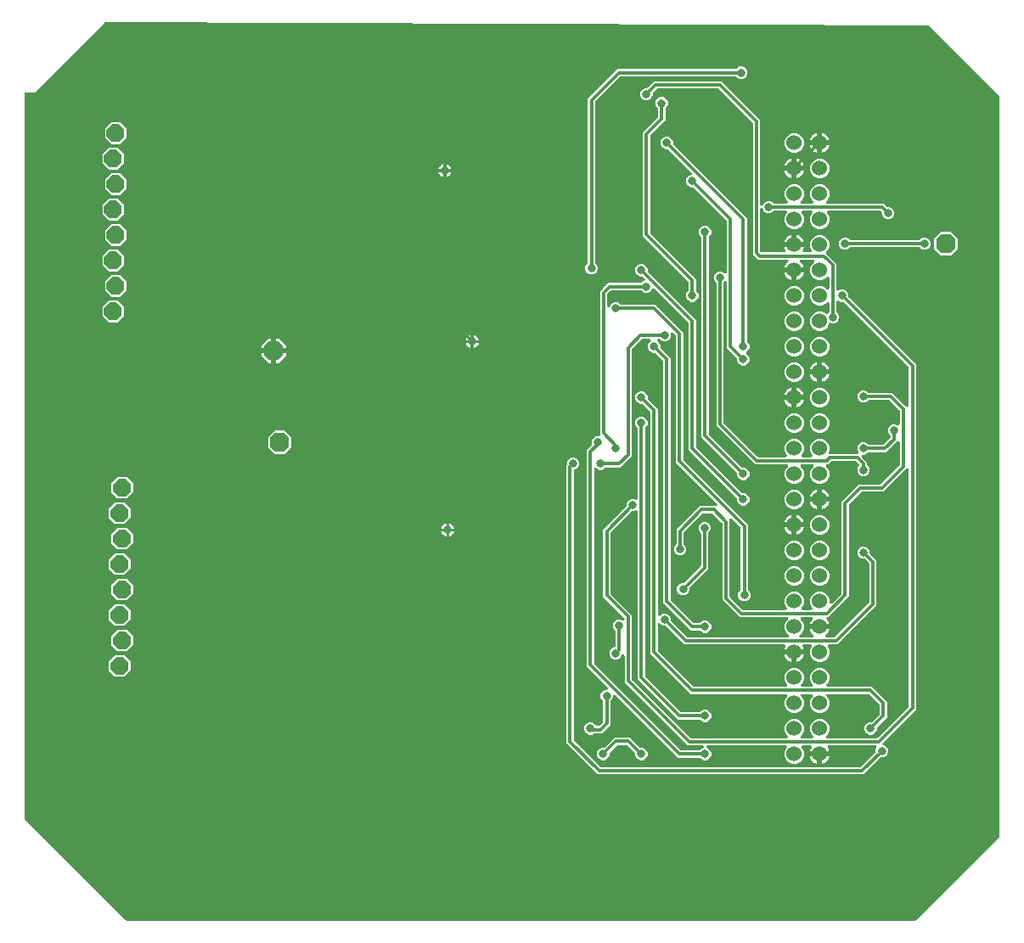
<source format=gbl>
G04 EAGLE Gerber RS-274X export*
G75*
%MOMM*%
%FSLAX34Y34*%
%LPD*%
%INBottom Copper*%
%IPPOS*%
%AMOC8*
5,1,8,0,0,1.08239X$1,22.5*%
G01*
%ADD10C,1.524000*%
%ADD11P,1.924489X8X202.500000*%
%ADD12P,2.089446X8X22.500000*%
%ADD13C,0.304800*%
%ADD14C,0.812800*%

G36*
X908430Y62499D02*
X908430Y62499D01*
X908556Y62506D01*
X908602Y62519D01*
X908650Y62525D01*
X908769Y62567D01*
X908891Y62602D01*
X908933Y62626D01*
X908978Y62642D01*
X909085Y62711D01*
X909195Y62772D01*
X909241Y62812D01*
X909271Y62831D01*
X909305Y62866D01*
X909381Y62931D01*
X991677Y145227D01*
X991746Y145313D01*
X991769Y145337D01*
X991774Y145347D01*
X991840Y145420D01*
X991864Y145462D01*
X991894Y145500D01*
X991948Y145614D01*
X992009Y145725D01*
X992022Y145771D01*
X992043Y145815D01*
X992069Y145938D01*
X992104Y146060D01*
X992109Y146121D01*
X992116Y146156D01*
X992115Y146204D01*
X992123Y146304D01*
X992123Y883920D01*
X992109Y884046D01*
X992102Y884172D01*
X992089Y884218D01*
X992083Y884266D01*
X992041Y884385D01*
X992006Y884507D01*
X991982Y884549D01*
X991966Y884594D01*
X991897Y884701D01*
X991836Y884811D01*
X991796Y884857D01*
X991777Y884887D01*
X991742Y884921D01*
X991677Y884997D01*
X921573Y955101D01*
X921476Y955178D01*
X921385Y955261D01*
X921340Y955286D01*
X921300Y955318D01*
X921188Y955371D01*
X921080Y955431D01*
X921031Y955445D01*
X920985Y955467D01*
X920864Y955493D01*
X920745Y955527D01*
X920681Y955532D01*
X920644Y955540D01*
X920597Y955539D01*
X920502Y955547D01*
X100590Y958595D01*
X100461Y958581D01*
X100332Y958574D01*
X100289Y958562D01*
X100243Y958557D01*
X100121Y958514D01*
X99997Y958478D01*
X99958Y958456D01*
X99915Y958440D01*
X99806Y958371D01*
X99693Y958308D01*
X99650Y958271D01*
X99621Y958252D01*
X99587Y958217D01*
X99507Y958149D01*
X29849Y888491D01*
X21336Y888491D01*
X21310Y888488D01*
X21284Y888490D01*
X21137Y888468D01*
X20990Y888451D01*
X20965Y888443D01*
X20939Y888439D01*
X20801Y888384D01*
X20662Y888334D01*
X20640Y888320D01*
X20615Y888310D01*
X20494Y888225D01*
X20369Y888145D01*
X20351Y888126D01*
X20329Y888111D01*
X20230Y888001D01*
X20127Y887894D01*
X20113Y887872D01*
X20096Y887852D01*
X20024Y887722D01*
X19948Y887595D01*
X19940Y887570D01*
X19927Y887547D01*
X19887Y887404D01*
X19842Y887263D01*
X19840Y887237D01*
X19832Y887212D01*
X19813Y886968D01*
X19813Y164592D01*
X19827Y164466D01*
X19834Y164340D01*
X19847Y164294D01*
X19853Y164246D01*
X19895Y164127D01*
X19930Y164005D01*
X19954Y163963D01*
X19970Y163918D01*
X20039Y163811D01*
X20100Y163701D01*
X20140Y163655D01*
X20159Y163625D01*
X20194Y163591D01*
X20259Y163515D01*
X120843Y62931D01*
X120942Y62852D01*
X121036Y62768D01*
X121078Y62744D01*
X121116Y62714D01*
X121230Y62660D01*
X121341Y62599D01*
X121387Y62586D01*
X121431Y62565D01*
X121554Y62539D01*
X121676Y62504D01*
X121737Y62500D01*
X121772Y62492D01*
X121820Y62493D01*
X121920Y62485D01*
X908304Y62485D01*
X908430Y62499D01*
G37*
%LPC*%
G36*
X591363Y208279D02*
X591363Y208279D01*
X560323Y239319D01*
X560323Y516585D01*
X560385Y516647D01*
X560464Y516746D01*
X560548Y516840D01*
X560572Y516882D01*
X560602Y516920D01*
X560656Y517034D01*
X560717Y517145D01*
X560730Y517192D01*
X560751Y517235D01*
X560777Y517359D01*
X560812Y517480D01*
X560817Y517541D01*
X560824Y517576D01*
X560823Y517624D01*
X560831Y517724D01*
X560831Y519373D01*
X561759Y521614D01*
X563474Y523329D01*
X565715Y524257D01*
X568141Y524257D01*
X570382Y523329D01*
X572097Y521614D01*
X573025Y519373D01*
X573025Y516947D01*
X572097Y514706D01*
X570382Y512991D01*
X568377Y512161D01*
X568310Y512124D01*
X568239Y512096D01*
X568158Y512040D01*
X568072Y511992D01*
X568016Y511940D01*
X567953Y511897D01*
X567887Y511824D01*
X567814Y511758D01*
X567771Y511695D01*
X567720Y511638D01*
X567672Y511552D01*
X567616Y511471D01*
X567588Y511400D01*
X567551Y511333D01*
X567524Y511238D01*
X567488Y511147D01*
X567477Y511071D01*
X567456Y510998D01*
X567444Y510849D01*
X567437Y510802D01*
X567439Y510783D01*
X567437Y510754D01*
X567437Y242896D01*
X567451Y242771D01*
X567458Y242644D01*
X567471Y242598D01*
X567477Y242550D01*
X567519Y242431D01*
X567554Y242310D01*
X567578Y242267D01*
X567594Y242222D01*
X567663Y242116D01*
X567724Y242005D01*
X567764Y241959D01*
X567783Y241929D01*
X567818Y241896D01*
X567883Y241819D01*
X593863Y215839D01*
X593962Y215760D01*
X594056Y215676D01*
X594098Y215652D01*
X594136Y215622D01*
X594250Y215568D01*
X594361Y215507D01*
X594408Y215494D01*
X594451Y215473D01*
X594575Y215447D01*
X594696Y215412D01*
X594757Y215407D01*
X594792Y215400D01*
X594840Y215401D01*
X594940Y215393D01*
X852860Y215393D01*
X852985Y215407D01*
X853112Y215414D01*
X853158Y215427D01*
X853206Y215433D01*
X853325Y215475D01*
X853446Y215510D01*
X853489Y215534D01*
X853534Y215550D01*
X853640Y215619D01*
X853751Y215680D01*
X853797Y215720D01*
X853827Y215739D01*
X853860Y215774D01*
X853937Y215839D01*
X868233Y230135D01*
X868312Y230234D01*
X868396Y230328D01*
X868420Y230370D01*
X868450Y230408D01*
X868504Y230522D01*
X868565Y230633D01*
X868578Y230680D01*
X868599Y230723D01*
X868625Y230847D01*
X868660Y230968D01*
X868665Y231029D01*
X868672Y231064D01*
X868671Y231112D01*
X868679Y231212D01*
X868679Y232861D01*
X869619Y235129D01*
X869660Y235274D01*
X869706Y235417D01*
X869708Y235441D01*
X869715Y235464D01*
X869722Y235614D01*
X869734Y235764D01*
X869730Y235788D01*
X869732Y235812D01*
X869705Y235960D01*
X869682Y236109D01*
X869673Y236131D01*
X869669Y236155D01*
X869609Y236293D01*
X869554Y236433D01*
X869540Y236453D01*
X869530Y236475D01*
X869440Y236596D01*
X869355Y236719D01*
X869337Y236735D01*
X869322Y236755D01*
X869207Y236852D01*
X869096Y236952D01*
X869075Y236964D01*
X869056Y236980D01*
X868922Y237048D01*
X868791Y237121D01*
X868767Y237127D01*
X868746Y237138D01*
X868600Y237175D01*
X868455Y237216D01*
X868426Y237218D01*
X868408Y237223D01*
X868361Y237223D01*
X868212Y237235D01*
X822075Y237235D01*
X821921Y237217D01*
X821766Y237204D01*
X821748Y237198D01*
X821729Y237195D01*
X821583Y237143D01*
X821435Y237094D01*
X821419Y237084D01*
X821401Y237078D01*
X821270Y236994D01*
X821138Y236913D01*
X821124Y236899D01*
X821108Y236889D01*
X821000Y236777D01*
X820889Y236668D01*
X820879Y236652D01*
X820866Y236638D01*
X820786Y236505D01*
X820703Y236374D01*
X820697Y236356D01*
X820687Y236339D01*
X820640Y236191D01*
X820589Y236045D01*
X820587Y236026D01*
X820581Y236007D01*
X820568Y235852D01*
X820552Y235698D01*
X820554Y235679D01*
X820553Y235660D01*
X820576Y235506D01*
X820595Y235352D01*
X820601Y235334D01*
X820604Y235315D01*
X820662Y235170D01*
X820715Y235025D01*
X820727Y235006D01*
X820733Y234991D01*
X820758Y234955D01*
X820843Y234817D01*
X821490Y233925D01*
X822216Y232500D01*
X822659Y231139D01*
X813816Y231139D01*
X813790Y231136D01*
X813764Y231138D01*
X813617Y231116D01*
X813470Y231099D01*
X813445Y231091D01*
X813419Y231087D01*
X813282Y231032D01*
X813142Y230982D01*
X813120Y230968D01*
X813095Y230958D01*
X812974Y230873D01*
X812849Y230793D01*
X812831Y230774D01*
X812809Y230759D01*
X812795Y230743D01*
X812710Y230825D01*
X812687Y230839D01*
X812668Y230856D01*
X812538Y230928D01*
X812411Y231004D01*
X812386Y231012D01*
X812363Y231025D01*
X812220Y231065D01*
X812079Y231110D01*
X812053Y231112D01*
X812028Y231120D01*
X811784Y231139D01*
X802941Y231139D01*
X803384Y232500D01*
X804110Y233925D01*
X804757Y234817D01*
X804833Y234952D01*
X804913Y235085D01*
X804919Y235103D01*
X804929Y235120D01*
X804972Y235269D01*
X805019Y235417D01*
X805021Y235436D01*
X805026Y235455D01*
X805035Y235610D01*
X805047Y235764D01*
X805045Y235783D01*
X805046Y235803D01*
X805019Y235956D01*
X804996Y236109D01*
X804989Y236127D01*
X804985Y236146D01*
X804924Y236289D01*
X804867Y236433D01*
X804856Y236449D01*
X804848Y236466D01*
X804757Y236592D01*
X804668Y236719D01*
X804654Y236732D01*
X804642Y236747D01*
X804524Y236849D01*
X804409Y236952D01*
X804392Y236962D01*
X804378Y236974D01*
X804240Y237046D01*
X804104Y237121D01*
X804086Y237126D01*
X804068Y237135D01*
X803919Y237173D01*
X803769Y237216D01*
X803746Y237218D01*
X803731Y237221D01*
X803687Y237222D01*
X803525Y237235D01*
X796093Y237235D01*
X795993Y237224D01*
X795893Y237222D01*
X795821Y237204D01*
X795747Y237195D01*
X795652Y237162D01*
X795555Y237137D01*
X795489Y237103D01*
X795419Y237078D01*
X795334Y237023D01*
X795245Y236977D01*
X795189Y236929D01*
X795126Y236889D01*
X795056Y236817D01*
X794980Y236752D01*
X794936Y236692D01*
X794884Y236638D01*
X794832Y236552D01*
X794773Y236471D01*
X794743Y236403D01*
X794705Y236339D01*
X794674Y236244D01*
X794635Y236151D01*
X794621Y236078D01*
X794599Y236007D01*
X794591Y235907D01*
X794573Y235808D01*
X794577Y235734D01*
X794571Y235660D01*
X794586Y235561D01*
X794591Y235460D01*
X794612Y235389D01*
X794623Y235315D01*
X794660Y235222D01*
X794687Y235125D01*
X794724Y235060D01*
X794751Y234991D01*
X794809Y234909D01*
X794858Y234821D01*
X794923Y234745D01*
X794950Y234705D01*
X794977Y234681D01*
X795016Y234635D01*
X795583Y234068D01*
X797053Y230520D01*
X797053Y226680D01*
X795583Y223132D01*
X792868Y220417D01*
X789320Y218947D01*
X785480Y218947D01*
X781932Y220417D01*
X779217Y223132D01*
X777747Y226680D01*
X777747Y230520D01*
X779217Y234068D01*
X779784Y234635D01*
X779846Y234714D01*
X779916Y234786D01*
X779954Y234850D01*
X780001Y234908D01*
X780043Y234999D01*
X780095Y235085D01*
X780118Y235156D01*
X780149Y235223D01*
X780171Y235321D01*
X780201Y235417D01*
X780207Y235491D01*
X780223Y235564D01*
X780221Y235664D01*
X780229Y235764D01*
X780218Y235838D01*
X780217Y235912D01*
X780192Y236009D01*
X780177Y236109D01*
X780150Y236178D01*
X780132Y236250D01*
X780086Y236339D01*
X780049Y236433D01*
X780006Y236494D01*
X779972Y236560D01*
X779907Y236637D01*
X779850Y236719D01*
X779795Y236769D01*
X779746Y236825D01*
X779666Y236885D01*
X779591Y236952D01*
X779526Y236988D01*
X779466Y237033D01*
X779374Y237072D01*
X779286Y237121D01*
X779214Y237141D01*
X779146Y237171D01*
X779047Y237188D01*
X778951Y237216D01*
X778851Y237224D01*
X778803Y237232D01*
X778767Y237230D01*
X778707Y237235D01*
X701242Y237235D01*
X701192Y237230D01*
X701142Y237232D01*
X701019Y237210D01*
X700896Y237195D01*
X700849Y237178D01*
X700799Y237169D01*
X700685Y237120D01*
X700568Y237078D01*
X700525Y237051D01*
X700479Y237031D01*
X700379Y236956D01*
X700275Y236889D01*
X700240Y236853D01*
X700200Y236823D01*
X700119Y236728D01*
X700033Y236638D01*
X700007Y236595D01*
X699974Y236557D01*
X699918Y236446D01*
X699854Y236339D01*
X699839Y236291D01*
X699816Y236246D01*
X699786Y236126D01*
X699748Y236007D01*
X699744Y235957D01*
X699731Y235908D01*
X699730Y235784D01*
X699720Y235660D01*
X699727Y235610D01*
X699726Y235560D01*
X699753Y235438D01*
X699771Y235315D01*
X699790Y235268D01*
X699801Y235219D01*
X699854Y235107D01*
X699900Y234991D01*
X699929Y234950D01*
X699950Y234904D01*
X700028Y234807D01*
X700099Y234705D01*
X700136Y234671D01*
X700168Y234632D01*
X700265Y234555D01*
X700358Y234472D01*
X700402Y234447D01*
X700441Y234416D01*
X700659Y234305D01*
X701954Y233769D01*
X703669Y232054D01*
X704597Y229813D01*
X704597Y227387D01*
X703669Y225146D01*
X701954Y223431D01*
X699713Y222503D01*
X697287Y222503D01*
X695046Y223431D01*
X693881Y224597D01*
X693782Y224676D01*
X693688Y224760D01*
X693646Y224784D01*
X693608Y224814D01*
X693494Y224868D01*
X693383Y224929D01*
X693336Y224942D01*
X693293Y224963D01*
X693169Y224989D01*
X693047Y225024D01*
X692987Y225029D01*
X692952Y225036D01*
X692904Y225035D01*
X692804Y225043D01*
X671627Y225043D01*
X669097Y227573D01*
X609153Y287517D01*
X609075Y287579D01*
X609002Y287649D01*
X608938Y287687D01*
X608880Y287734D01*
X608789Y287776D01*
X608703Y287828D01*
X608632Y287851D01*
X608565Y287882D01*
X608467Y287904D01*
X608371Y287934D01*
X608297Y287940D01*
X608224Y287956D01*
X608124Y287954D01*
X608024Y287962D01*
X607950Y287951D01*
X607876Y287950D01*
X607779Y287925D01*
X607679Y287911D01*
X607610Y287883D01*
X607538Y287865D01*
X607448Y287819D01*
X607355Y287782D01*
X607294Y287739D01*
X607228Y287705D01*
X607151Y287640D01*
X607069Y287583D01*
X607019Y287528D01*
X606963Y287479D01*
X606903Y287399D01*
X606836Y287324D01*
X606800Y287259D01*
X606755Y287199D01*
X606716Y287107D01*
X606667Y287019D01*
X606647Y286947D01*
X606617Y286879D01*
X606600Y286780D01*
X606572Y286684D01*
X606564Y286584D01*
X606556Y286536D01*
X606558Y286500D01*
X606553Y286440D01*
X606553Y285299D01*
X605625Y283058D01*
X604459Y281893D01*
X604380Y281794D01*
X604296Y281700D01*
X604272Y281658D01*
X604242Y281620D01*
X604188Y281506D01*
X604127Y281395D01*
X604114Y281348D01*
X604093Y281305D01*
X604067Y281181D01*
X604032Y281059D01*
X604027Y280999D01*
X604020Y280964D01*
X604021Y280916D01*
X604013Y280816D01*
X604013Y257607D01*
X595833Y249427D01*
X588880Y249427D01*
X588755Y249413D01*
X588629Y249406D01*
X588582Y249393D01*
X588534Y249387D01*
X588415Y249345D01*
X588294Y249310D01*
X588252Y249286D01*
X588206Y249270D01*
X588100Y249201D01*
X587989Y249140D01*
X587943Y249100D01*
X587913Y249081D01*
X587880Y249046D01*
X587803Y248981D01*
X587654Y248831D01*
X585413Y247903D01*
X582987Y247903D01*
X580746Y248831D01*
X579031Y250546D01*
X578103Y252787D01*
X578103Y255213D01*
X579031Y257454D01*
X580746Y259169D01*
X582987Y260097D01*
X585413Y260097D01*
X587654Y259169D01*
X589377Y257445D01*
X589394Y257414D01*
X589423Y257343D01*
X589479Y257263D01*
X589526Y257177D01*
X589578Y257120D01*
X589621Y257057D01*
X589694Y256991D01*
X589761Y256918D01*
X589823Y256875D01*
X589880Y256824D01*
X589966Y256776D01*
X590047Y256720D01*
X590118Y256692D01*
X590185Y256655D01*
X590280Y256628D01*
X590371Y256592D01*
X590447Y256581D01*
X590521Y256560D01*
X590669Y256548D01*
X590716Y256541D01*
X590735Y256543D01*
X590764Y256541D01*
X592256Y256541D01*
X592381Y256555D01*
X592508Y256562D01*
X592554Y256575D01*
X592602Y256581D01*
X592721Y256623D01*
X592842Y256658D01*
X592885Y256682D01*
X592930Y256698D01*
X593036Y256767D01*
X593147Y256828D01*
X593193Y256868D01*
X593223Y256887D01*
X593256Y256922D01*
X593333Y256987D01*
X596453Y260107D01*
X596532Y260206D01*
X596616Y260300D01*
X596640Y260342D01*
X596670Y260380D01*
X596724Y260494D01*
X596785Y260605D01*
X596798Y260652D01*
X596819Y260695D01*
X596845Y260819D01*
X596880Y260940D01*
X596885Y261001D01*
X596892Y261036D01*
X596891Y261084D01*
X596899Y261184D01*
X596899Y280816D01*
X596885Y280941D01*
X596878Y281067D01*
X596865Y281114D01*
X596859Y281162D01*
X596817Y281281D01*
X596782Y281402D01*
X596758Y281444D01*
X596742Y281490D01*
X596673Y281596D01*
X596612Y281707D01*
X596572Y281753D01*
X596553Y281783D01*
X596518Y281816D01*
X596453Y281893D01*
X595287Y283058D01*
X594359Y285299D01*
X594359Y287725D01*
X595287Y289966D01*
X597002Y291681D01*
X599243Y292609D01*
X600384Y292609D01*
X600484Y292620D01*
X600584Y292622D01*
X600656Y292640D01*
X600730Y292649D01*
X600825Y292682D01*
X600922Y292707D01*
X600988Y292741D01*
X601058Y292766D01*
X601143Y292821D01*
X601232Y292867D01*
X601289Y292915D01*
X601351Y292955D01*
X601421Y293027D01*
X601497Y293092D01*
X601541Y293152D01*
X601593Y293206D01*
X601645Y293292D01*
X601704Y293373D01*
X601734Y293441D01*
X601772Y293505D01*
X601803Y293601D01*
X601842Y293693D01*
X601856Y293766D01*
X601878Y293837D01*
X601886Y293937D01*
X601904Y294036D01*
X601900Y294110D01*
X601906Y294184D01*
X601891Y294284D01*
X601886Y294384D01*
X601866Y294455D01*
X601855Y294529D01*
X601817Y294622D01*
X601790Y294719D01*
X601753Y294784D01*
X601726Y294853D01*
X601669Y294935D01*
X601619Y295023D01*
X601554Y295099D01*
X601527Y295139D01*
X601500Y295163D01*
X601461Y295209D01*
X580643Y316027D01*
X580643Y531825D01*
X585048Y536230D01*
X585095Y536290D01*
X585150Y536343D01*
X585204Y536426D01*
X585265Y536503D01*
X585297Y536572D01*
X585339Y536636D01*
X585371Y536729D01*
X585414Y536818D01*
X585430Y536893D01*
X585455Y536965D01*
X585466Y537063D01*
X585487Y537159D01*
X585486Y537235D01*
X585494Y537311D01*
X585483Y537409D01*
X585481Y537507D01*
X585462Y537581D01*
X585453Y537657D01*
X585407Y537799D01*
X585396Y537845D01*
X585387Y537862D01*
X585378Y537890D01*
X585215Y538283D01*
X585215Y540709D01*
X586143Y542950D01*
X587858Y544665D01*
X590099Y545593D01*
X592328Y545593D01*
X592354Y545596D01*
X592380Y545594D01*
X592527Y545616D01*
X592674Y545633D01*
X592699Y545641D01*
X592725Y545645D01*
X592863Y545700D01*
X593002Y545750D01*
X593024Y545764D01*
X593049Y545774D01*
X593170Y545859D01*
X593295Y545939D01*
X593313Y545958D01*
X593335Y545973D01*
X593434Y546083D01*
X593537Y546190D01*
X593551Y546212D01*
X593568Y546232D01*
X593640Y546362D01*
X593716Y546489D01*
X593724Y546514D01*
X593737Y546537D01*
X593777Y546680D01*
X593822Y546821D01*
X593824Y546847D01*
X593832Y546872D01*
X593851Y547116D01*
X593851Y690321D01*
X596381Y692851D01*
X599501Y695971D01*
X602031Y698501D01*
X634384Y698501D01*
X634509Y698515D01*
X634635Y698522D01*
X634682Y698535D01*
X634730Y698541D01*
X634849Y698583D01*
X634970Y698618D01*
X635012Y698642D01*
X635058Y698658D01*
X635164Y698727D01*
X635275Y698788D01*
X635321Y698828D01*
X635351Y698847D01*
X635384Y698882D01*
X635461Y698947D01*
X636626Y700113D01*
X637653Y700538D01*
X637785Y700611D01*
X637919Y700680D01*
X637937Y700696D01*
X637958Y700707D01*
X638069Y700808D01*
X638184Y700906D01*
X638198Y700925D01*
X638216Y700941D01*
X638302Y701065D01*
X638391Y701186D01*
X638401Y701208D01*
X638414Y701228D01*
X638470Y701368D01*
X638529Y701506D01*
X638533Y701530D01*
X638542Y701552D01*
X638564Y701701D01*
X638591Y701849D01*
X638590Y701873D01*
X638593Y701897D01*
X638581Y702047D01*
X638573Y702197D01*
X638566Y702220D01*
X638564Y702244D01*
X638518Y702387D01*
X638476Y702532D01*
X638464Y702553D01*
X638457Y702576D01*
X638380Y702705D01*
X638306Y702836D01*
X638287Y702858D01*
X638277Y702875D01*
X638244Y702909D01*
X638148Y703022D01*
X636513Y704657D01*
X636414Y704736D01*
X636320Y704820D01*
X636278Y704844D01*
X636240Y704874D01*
X636126Y704928D01*
X636015Y704989D01*
X635968Y705002D01*
X635925Y705023D01*
X635801Y705049D01*
X635680Y705084D01*
X635619Y705089D01*
X635584Y705096D01*
X635536Y705095D01*
X635436Y705103D01*
X633787Y705103D01*
X631546Y706031D01*
X629831Y707746D01*
X628903Y709987D01*
X628903Y712413D01*
X629831Y714654D01*
X631546Y716369D01*
X633787Y717297D01*
X636213Y717297D01*
X638454Y716369D01*
X640169Y714654D01*
X641097Y712413D01*
X641097Y710764D01*
X641111Y710639D01*
X641118Y710512D01*
X641131Y710466D01*
X641137Y710418D01*
X641179Y710299D01*
X641214Y710178D01*
X641238Y710135D01*
X641254Y710090D01*
X641323Y709984D01*
X641384Y709873D01*
X641424Y709827D01*
X641443Y709797D01*
X641478Y709764D01*
X641543Y709687D01*
X689357Y661873D01*
X689357Y535504D01*
X689371Y535379D01*
X689378Y535252D01*
X689391Y535206D01*
X689397Y535158D01*
X689439Y535039D01*
X689474Y534918D01*
X689498Y534875D01*
X689514Y534830D01*
X689583Y534724D01*
X689644Y534613D01*
X689684Y534567D01*
X689703Y534537D01*
X689738Y534504D01*
X689803Y534427D01*
X735087Y489143D01*
X735186Y489064D01*
X735280Y488980D01*
X735322Y488956D01*
X735360Y488926D01*
X735474Y488872D01*
X735585Y488811D01*
X735632Y488798D01*
X735675Y488777D01*
X735799Y488751D01*
X735920Y488716D01*
X735981Y488711D01*
X736016Y488704D01*
X736064Y488705D01*
X736164Y488697D01*
X737813Y488697D01*
X740054Y487769D01*
X741769Y486054D01*
X742697Y483813D01*
X742697Y481387D01*
X741769Y479146D01*
X740054Y477431D01*
X737813Y476503D01*
X735387Y476503D01*
X733146Y477431D01*
X731431Y479146D01*
X730503Y481387D01*
X730503Y483036D01*
X730489Y483161D01*
X730482Y483288D01*
X730469Y483334D01*
X730463Y483382D01*
X730421Y483501D01*
X730386Y483622D01*
X730362Y483665D01*
X730346Y483710D01*
X730277Y483816D01*
X730216Y483927D01*
X730176Y483973D01*
X730157Y484003D01*
X730122Y484036D01*
X730057Y484113D01*
X682243Y531927D01*
X682243Y658296D01*
X682229Y658421D01*
X682222Y658548D01*
X682209Y658594D01*
X682203Y658642D01*
X682161Y658761D01*
X682126Y658882D01*
X682102Y658925D01*
X682086Y658970D01*
X682017Y659076D01*
X681956Y659187D01*
X681916Y659233D01*
X681897Y659263D01*
X681862Y659297D01*
X681797Y659373D01*
X648158Y693012D01*
X648041Y693105D01*
X647926Y693202D01*
X647904Y693213D01*
X647885Y693228D01*
X647750Y693292D01*
X647616Y693361D01*
X647592Y693367D01*
X647570Y693377D01*
X647424Y693409D01*
X647277Y693445D01*
X647253Y693445D01*
X647230Y693451D01*
X647080Y693448D01*
X646929Y693450D01*
X646905Y693445D01*
X646881Y693445D01*
X646735Y693408D01*
X646588Y693376D01*
X646567Y693366D01*
X646543Y693360D01*
X646409Y693291D01*
X646274Y693226D01*
X646255Y693211D01*
X646233Y693200D01*
X646119Y693102D01*
X646001Y693009D01*
X645986Y692990D01*
X645968Y692974D01*
X645878Y692853D01*
X645785Y692735D01*
X645772Y692709D01*
X645761Y692694D01*
X645742Y692651D01*
X645674Y692517D01*
X645249Y691490D01*
X643534Y689775D01*
X641293Y688847D01*
X638867Y688847D01*
X636626Y689775D01*
X635461Y690941D01*
X635362Y691020D01*
X635268Y691104D01*
X635226Y691128D01*
X635188Y691158D01*
X635074Y691212D01*
X634963Y691273D01*
X634916Y691286D01*
X634873Y691307D01*
X634749Y691333D01*
X634627Y691368D01*
X634567Y691373D01*
X634532Y691380D01*
X634484Y691379D01*
X634384Y691387D01*
X605608Y691387D01*
X605483Y691373D01*
X605356Y691366D01*
X605310Y691353D01*
X605262Y691347D01*
X605143Y691305D01*
X605022Y691270D01*
X604979Y691246D01*
X604934Y691230D01*
X604828Y691161D01*
X604717Y691100D01*
X604671Y691060D01*
X604641Y691041D01*
X604608Y691006D01*
X604531Y690941D01*
X601411Y687821D01*
X601332Y687722D01*
X601248Y687628D01*
X601224Y687586D01*
X601194Y687548D01*
X601140Y687434D01*
X601079Y687323D01*
X601066Y687276D01*
X601045Y687233D01*
X601019Y687109D01*
X600984Y686988D01*
X600979Y686927D01*
X600972Y686892D01*
X600973Y686844D01*
X600965Y686744D01*
X600965Y675842D01*
X600970Y675792D01*
X600968Y675742D01*
X600990Y675619D01*
X601005Y675496D01*
X601022Y675448D01*
X601031Y675399D01*
X601080Y675285D01*
X601122Y675168D01*
X601149Y675125D01*
X601170Y675079D01*
X601244Y674980D01*
X601311Y674875D01*
X601347Y674840D01*
X601377Y674799D01*
X601472Y674719D01*
X601562Y674633D01*
X601605Y674607D01*
X601643Y674574D01*
X601754Y674518D01*
X601861Y674454D01*
X601909Y674439D01*
X601954Y674416D01*
X602074Y674386D01*
X602193Y674348D01*
X602243Y674344D01*
X602292Y674331D01*
X602416Y674330D01*
X602540Y674320D01*
X602590Y674327D01*
X602640Y674326D01*
X602762Y674353D01*
X602885Y674371D01*
X602932Y674390D01*
X602981Y674401D01*
X603093Y674454D01*
X603209Y674500D01*
X603250Y674529D01*
X603296Y674550D01*
X603393Y674628D01*
X603495Y674699D01*
X603528Y674736D01*
X603568Y674768D01*
X603645Y674866D01*
X603728Y674958D01*
X603753Y675002D01*
X603784Y675041D01*
X603895Y675259D01*
X604431Y676554D01*
X606146Y678269D01*
X608387Y679197D01*
X610813Y679197D01*
X613054Y678269D01*
X614219Y677103D01*
X614318Y677024D01*
X614412Y676940D01*
X614454Y676916D01*
X614492Y676886D01*
X614606Y676832D01*
X614717Y676771D01*
X614764Y676758D01*
X614807Y676737D01*
X614931Y676711D01*
X615053Y676676D01*
X615113Y676671D01*
X615148Y676664D01*
X615196Y676665D01*
X615296Y676657D01*
X649173Y676657D01*
X676657Y649173D01*
X676657Y522804D01*
X676671Y522679D01*
X676678Y522552D01*
X676691Y522506D01*
X676697Y522458D01*
X676739Y522339D01*
X676774Y522218D01*
X676798Y522175D01*
X676814Y522130D01*
X676883Y522024D01*
X676944Y521913D01*
X676984Y521867D01*
X677003Y521837D01*
X677038Y521803D01*
X677103Y521727D01*
X737627Y461203D01*
X741173Y457657D01*
X741173Y392792D01*
X741187Y392667D01*
X741194Y392541D01*
X741207Y392494D01*
X741213Y392446D01*
X741255Y392327D01*
X741290Y392206D01*
X741314Y392164D01*
X741330Y392118D01*
X741399Y392012D01*
X741460Y391901D01*
X741500Y391855D01*
X741519Y391825D01*
X741554Y391792D01*
X741619Y391715D01*
X742785Y390550D01*
X743713Y388309D01*
X743713Y385883D01*
X742785Y383642D01*
X741070Y381927D01*
X738829Y380999D01*
X736403Y380999D01*
X734162Y381927D01*
X732447Y383642D01*
X731519Y385883D01*
X731519Y388309D01*
X732447Y390550D01*
X733613Y391715D01*
X733692Y391814D01*
X733776Y391908D01*
X733800Y391950D01*
X733830Y391988D01*
X733884Y392102D01*
X733945Y392213D01*
X733958Y392260D01*
X733979Y392303D01*
X734005Y392427D01*
X734040Y392549D01*
X734045Y392609D01*
X734052Y392644D01*
X734051Y392692D01*
X734059Y392792D01*
X734059Y454080D01*
X734045Y454205D01*
X734038Y454332D01*
X734025Y454378D01*
X734019Y454426D01*
X733977Y454545D01*
X733942Y454666D01*
X733918Y454709D01*
X733902Y454754D01*
X733833Y454860D01*
X733772Y454971D01*
X733732Y455017D01*
X733713Y455047D01*
X733678Y455080D01*
X733613Y455157D01*
X732597Y456173D01*
X725485Y463285D01*
X725407Y463347D01*
X725334Y463417D01*
X725270Y463455D01*
X725212Y463502D01*
X725121Y463544D01*
X725035Y463596D01*
X724964Y463619D01*
X724897Y463650D01*
X724799Y463672D01*
X724703Y463702D01*
X724629Y463708D01*
X724556Y463724D01*
X724456Y463722D01*
X724356Y463730D01*
X724282Y463719D01*
X724208Y463718D01*
X724111Y463693D01*
X724011Y463679D01*
X723942Y463651D01*
X723870Y463633D01*
X723780Y463587D01*
X723687Y463550D01*
X723626Y463507D01*
X723560Y463473D01*
X723483Y463408D01*
X723401Y463351D01*
X723351Y463296D01*
X723295Y463247D01*
X723235Y463167D01*
X723168Y463092D01*
X723132Y463027D01*
X723087Y462967D01*
X723048Y462875D01*
X722999Y462787D01*
X722979Y462715D01*
X722949Y462647D01*
X722932Y462548D01*
X722904Y462452D01*
X722896Y462352D01*
X722888Y462304D01*
X722890Y462268D01*
X722885Y462208D01*
X722885Y386152D01*
X722899Y386027D01*
X722906Y385900D01*
X722919Y385854D01*
X722925Y385806D01*
X722967Y385687D01*
X723002Y385566D01*
X723026Y385523D01*
X723042Y385478D01*
X723111Y385372D01*
X723172Y385261D01*
X723212Y385215D01*
X723231Y385185D01*
X723266Y385152D01*
X723331Y385075D01*
X735595Y372811D01*
X735694Y372732D01*
X735788Y372648D01*
X735830Y372624D01*
X735868Y372594D01*
X735982Y372540D01*
X736093Y372479D01*
X736140Y372466D01*
X736183Y372445D01*
X736307Y372419D01*
X736428Y372384D01*
X736489Y372379D01*
X736524Y372372D01*
X736572Y372373D01*
X736672Y372365D01*
X778707Y372365D01*
X778807Y372376D01*
X778907Y372378D01*
X778979Y372396D01*
X779053Y372405D01*
X779148Y372438D01*
X779245Y372463D01*
X779311Y372497D01*
X779381Y372522D01*
X779466Y372577D01*
X779555Y372623D01*
X779611Y372671D01*
X779674Y372711D01*
X779744Y372783D01*
X779820Y372848D01*
X779864Y372908D01*
X779916Y372962D01*
X779968Y373048D01*
X780027Y373129D01*
X780057Y373197D01*
X780095Y373261D01*
X780126Y373356D01*
X780165Y373449D01*
X780179Y373522D01*
X780201Y373593D01*
X780209Y373693D01*
X780227Y373792D01*
X780223Y373866D01*
X780229Y373940D01*
X780214Y374039D01*
X780209Y374140D01*
X780188Y374211D01*
X780177Y374285D01*
X780140Y374378D01*
X780113Y374475D01*
X780076Y374540D01*
X780049Y374609D01*
X779991Y374691D01*
X779942Y374779D01*
X779877Y374855D01*
X779850Y374895D01*
X779823Y374919D01*
X779784Y374965D01*
X779217Y375532D01*
X777747Y379080D01*
X777747Y382920D01*
X779217Y386468D01*
X781932Y389183D01*
X785480Y390653D01*
X789320Y390653D01*
X792868Y389183D01*
X795583Y386468D01*
X797053Y382920D01*
X797053Y379080D01*
X795583Y375532D01*
X795016Y374965D01*
X794954Y374886D01*
X794884Y374814D01*
X794846Y374750D01*
X794799Y374692D01*
X794757Y374601D01*
X794705Y374515D01*
X794682Y374444D01*
X794651Y374377D01*
X794629Y374279D01*
X794599Y374183D01*
X794593Y374109D01*
X794577Y374036D01*
X794579Y373936D01*
X794571Y373836D01*
X794582Y373762D01*
X794583Y373688D01*
X794608Y373591D01*
X794623Y373491D01*
X794650Y373422D01*
X794668Y373350D01*
X794714Y373261D01*
X794751Y373167D01*
X794794Y373106D01*
X794828Y373040D01*
X794893Y372963D01*
X794950Y372881D01*
X795005Y372831D01*
X795054Y372775D01*
X795134Y372715D01*
X795209Y372648D01*
X795274Y372612D01*
X795334Y372567D01*
X795426Y372528D01*
X795514Y372479D01*
X795586Y372459D01*
X795654Y372429D01*
X795753Y372412D01*
X795849Y372384D01*
X795949Y372376D01*
X795997Y372368D01*
X796033Y372370D01*
X796093Y372365D01*
X804107Y372365D01*
X804207Y372376D01*
X804307Y372378D01*
X804379Y372396D01*
X804453Y372405D01*
X804548Y372438D01*
X804645Y372463D01*
X804711Y372497D01*
X804781Y372522D01*
X804866Y372577D01*
X804955Y372623D01*
X805011Y372671D01*
X805074Y372711D01*
X805144Y372783D01*
X805220Y372848D01*
X805264Y372908D01*
X805316Y372962D01*
X805368Y373048D01*
X805427Y373129D01*
X805457Y373197D01*
X805495Y373261D01*
X805526Y373356D01*
X805565Y373449D01*
X805579Y373522D01*
X805601Y373593D01*
X805609Y373693D01*
X805627Y373792D01*
X805623Y373866D01*
X805629Y373940D01*
X805614Y374039D01*
X805609Y374140D01*
X805588Y374211D01*
X805577Y374285D01*
X805540Y374378D01*
X805513Y374475D01*
X805476Y374540D01*
X805449Y374609D01*
X805391Y374691D01*
X805342Y374779D01*
X805277Y374855D01*
X805250Y374895D01*
X805223Y374919D01*
X805184Y374965D01*
X804617Y375532D01*
X803147Y379080D01*
X803147Y382920D01*
X804617Y386468D01*
X807332Y389183D01*
X810880Y390653D01*
X814720Y390653D01*
X818268Y389183D01*
X820983Y386468D01*
X822453Y382920D01*
X822453Y380056D01*
X822464Y379956D01*
X822466Y379856D01*
X822484Y379784D01*
X822493Y379710D01*
X822526Y379615D01*
X822551Y379518D01*
X822585Y379452D01*
X822610Y379382D01*
X822665Y379297D01*
X822711Y379208D01*
X822759Y379151D01*
X822799Y379089D01*
X822871Y379019D01*
X822936Y378943D01*
X822996Y378899D01*
X823050Y378847D01*
X823136Y378795D01*
X823217Y378736D01*
X823285Y378706D01*
X823349Y378668D01*
X823445Y378637D01*
X823537Y378598D01*
X823610Y378584D01*
X823681Y378562D01*
X823781Y378554D01*
X823880Y378536D01*
X823954Y378540D01*
X824028Y378534D01*
X824128Y378549D01*
X824228Y378554D01*
X824299Y378574D01*
X824373Y378585D01*
X824466Y378623D01*
X824563Y378650D01*
X824628Y378687D01*
X824697Y378714D01*
X824779Y378771D01*
X824867Y378821D01*
X824943Y378886D01*
X824983Y378913D01*
X825007Y378940D01*
X825053Y378979D01*
X834197Y388123D01*
X834276Y388222D01*
X834360Y388316D01*
X834384Y388358D01*
X834414Y388396D01*
X834468Y388510D01*
X834529Y388621D01*
X834542Y388668D01*
X834563Y388711D01*
X834589Y388835D01*
X834624Y388956D01*
X834629Y389017D01*
X834636Y389052D01*
X834635Y389100D01*
X834643Y389200D01*
X834643Y480009D01*
X851967Y497333D01*
X872672Y497333D01*
X872797Y497347D01*
X872924Y497354D01*
X872970Y497367D01*
X873018Y497373D01*
X873137Y497415D01*
X873258Y497450D01*
X873301Y497474D01*
X873346Y497490D01*
X873452Y497559D01*
X873563Y497620D01*
X873609Y497660D01*
X873639Y497679D01*
X873672Y497714D01*
X873749Y497779D01*
X892109Y516139D01*
X892188Y516238D01*
X892272Y516332D01*
X892296Y516374D01*
X892326Y516412D01*
X892380Y516526D01*
X892441Y516637D01*
X892454Y516684D01*
X892475Y516727D01*
X892501Y516851D01*
X892536Y516972D01*
X892541Y517033D01*
X892548Y517068D01*
X892547Y517116D01*
X892555Y517216D01*
X892555Y539424D01*
X892544Y539524D01*
X892542Y539624D01*
X892524Y539696D01*
X892515Y539770D01*
X892482Y539865D01*
X892457Y539962D01*
X892423Y540028D01*
X892398Y540098D01*
X892343Y540183D01*
X892297Y540272D01*
X892249Y540328D01*
X892209Y540391D01*
X892137Y540461D01*
X892072Y540537D01*
X892012Y540581D01*
X891958Y540633D01*
X891872Y540685D01*
X891791Y540744D01*
X891723Y540774D01*
X891659Y540812D01*
X891563Y540843D01*
X891471Y540882D01*
X891398Y540896D01*
X891327Y540918D01*
X891227Y540926D01*
X891128Y540944D01*
X891054Y540940D01*
X890980Y540946D01*
X890880Y540931D01*
X890780Y540926D01*
X890709Y540906D01*
X890635Y540895D01*
X890542Y540857D01*
X890445Y540830D01*
X890380Y540793D01*
X890311Y540766D01*
X890229Y540709D01*
X890141Y540659D01*
X890065Y540594D01*
X890025Y540567D01*
X890001Y540540D01*
X889955Y540501D01*
X887995Y538541D01*
X879297Y529843D01*
X862184Y529843D01*
X862059Y529829D01*
X861933Y529822D01*
X861886Y529809D01*
X861838Y529803D01*
X861719Y529761D01*
X861598Y529726D01*
X861556Y529702D01*
X861510Y529686D01*
X861404Y529617D01*
X861293Y529556D01*
X861247Y529516D01*
X861217Y529497D01*
X861184Y529462D01*
X861107Y529397D01*
X859942Y528231D01*
X857701Y527303D01*
X856052Y527303D01*
X855952Y527292D01*
X855852Y527290D01*
X855780Y527272D01*
X855706Y527263D01*
X855611Y527230D01*
X855514Y527205D01*
X855448Y527171D01*
X855378Y527146D01*
X855293Y527091D01*
X855204Y527045D01*
X855147Y526997D01*
X855085Y526957D01*
X855015Y526885D01*
X854939Y526820D01*
X854895Y526760D01*
X854843Y526706D01*
X854791Y526620D01*
X854732Y526539D01*
X854702Y526471D01*
X854664Y526407D01*
X854633Y526311D01*
X854594Y526219D01*
X854580Y526146D01*
X854558Y526075D01*
X854550Y525975D01*
X854532Y525876D01*
X854536Y525802D01*
X854530Y525728D01*
X854545Y525628D01*
X854550Y525528D01*
X854570Y525457D01*
X854581Y525383D01*
X854619Y525290D01*
X854646Y525193D01*
X854683Y525128D01*
X854710Y525059D01*
X854767Y524977D01*
X854817Y524889D01*
X854882Y524813D01*
X854909Y524773D01*
X854936Y524749D01*
X854975Y524703D01*
X860045Y519633D01*
X860045Y517760D01*
X860059Y517635D01*
X860066Y517508D01*
X860079Y517462D01*
X860085Y517414D01*
X860127Y517295D01*
X860162Y517174D01*
X860186Y517131D01*
X860202Y517086D01*
X860271Y516980D01*
X860332Y516869D01*
X860372Y516823D01*
X860391Y516793D01*
X860426Y516760D01*
X860491Y516683D01*
X861657Y515518D01*
X862585Y513277D01*
X862585Y510851D01*
X861657Y508610D01*
X859942Y506895D01*
X857701Y505967D01*
X855275Y505967D01*
X853034Y506895D01*
X851319Y508610D01*
X850391Y510851D01*
X850391Y513277D01*
X851319Y515518D01*
X851633Y515831D01*
X851649Y515851D01*
X851669Y515868D01*
X851758Y515988D01*
X851849Y516104D01*
X851861Y516128D01*
X851876Y516149D01*
X851935Y516285D01*
X851998Y516419D01*
X852004Y516445D01*
X852014Y516469D01*
X852041Y516615D01*
X852072Y516760D01*
X852071Y516786D01*
X852076Y516812D01*
X852068Y516960D01*
X852066Y517108D01*
X852059Y517134D01*
X852058Y517160D01*
X852017Y517302D01*
X851981Y517446D01*
X851969Y517469D01*
X851962Y517495D01*
X851889Y517624D01*
X851821Y517756D01*
X851804Y517776D01*
X851791Y517799D01*
X851633Y517985D01*
X849365Y520253D01*
X849266Y520332D01*
X849172Y520416D01*
X849130Y520440D01*
X849092Y520470D01*
X848978Y520524D01*
X848867Y520585D01*
X848820Y520598D01*
X848777Y520619D01*
X848653Y520645D01*
X848532Y520680D01*
X848471Y520685D01*
X848436Y520692D01*
X848388Y520691D01*
X848288Y520699D01*
X825064Y520699D01*
X824939Y520685D01*
X824812Y520678D01*
X824766Y520665D01*
X824718Y520659D01*
X824599Y520617D01*
X824477Y520582D01*
X824435Y520558D01*
X824390Y520542D01*
X824283Y520473D01*
X824173Y520411D01*
X824127Y520372D01*
X824097Y520353D01*
X824064Y520318D01*
X823987Y520253D01*
X823915Y520181D01*
X823914Y520180D01*
X821385Y517651D01*
X820477Y517651D01*
X820377Y517640D01*
X820277Y517638D01*
X820205Y517620D01*
X820131Y517611D01*
X820037Y517578D01*
X819939Y517553D01*
X819873Y517519D01*
X819803Y517494D01*
X819719Y517439D01*
X819629Y517393D01*
X819573Y517345D01*
X819510Y517305D01*
X819440Y517233D01*
X819364Y517168D01*
X819320Y517108D01*
X819268Y517054D01*
X819216Y516968D01*
X819157Y516887D01*
X819127Y516819D01*
X819089Y516755D01*
X819058Y516659D01*
X819019Y516567D01*
X819006Y516494D01*
X818983Y516423D01*
X818975Y516323D01*
X818957Y516224D01*
X818961Y516150D01*
X818955Y516076D01*
X818970Y515976D01*
X818975Y515876D01*
X818996Y515805D01*
X819007Y515731D01*
X819044Y515638D01*
X819071Y515541D01*
X819108Y515476D01*
X819135Y515407D01*
X819193Y515325D01*
X819242Y515237D01*
X819307Y515161D01*
X819334Y515121D01*
X819361Y515097D01*
X819400Y515051D01*
X820983Y513468D01*
X822453Y509920D01*
X822453Y506080D01*
X820983Y502532D01*
X818268Y499817D01*
X814720Y498347D01*
X810880Y498347D01*
X807332Y499817D01*
X804617Y502532D01*
X803147Y506080D01*
X803147Y509920D01*
X804617Y513468D01*
X806200Y515051D01*
X806262Y515130D01*
X806332Y515202D01*
X806370Y515266D01*
X806417Y515324D01*
X806459Y515415D01*
X806511Y515501D01*
X806534Y515572D01*
X806565Y515639D01*
X806587Y515737D01*
X806617Y515833D01*
X806623Y515907D01*
X806639Y515980D01*
X806637Y516080D01*
X806645Y516180D01*
X806634Y516254D01*
X806633Y516328D01*
X806608Y516425D01*
X806593Y516525D01*
X806566Y516594D01*
X806548Y516666D01*
X806502Y516755D01*
X806465Y516849D01*
X806422Y516910D01*
X806388Y516976D01*
X806323Y517052D01*
X806266Y517135D01*
X806211Y517185D01*
X806162Y517241D01*
X806082Y517301D01*
X806007Y517368D01*
X805942Y517404D01*
X805882Y517449D01*
X805790Y517488D01*
X805702Y517537D01*
X805630Y517557D01*
X805562Y517587D01*
X805463Y517604D01*
X805367Y517632D01*
X805267Y517640D01*
X805219Y517648D01*
X805183Y517646D01*
X805123Y517651D01*
X795077Y517651D01*
X794977Y517640D01*
X794877Y517638D01*
X794805Y517620D01*
X794731Y517611D01*
X794637Y517578D01*
X794539Y517553D01*
X794473Y517519D01*
X794403Y517494D01*
X794319Y517439D01*
X794229Y517393D01*
X794173Y517345D01*
X794110Y517305D01*
X794040Y517233D01*
X793964Y517168D01*
X793920Y517108D01*
X793868Y517054D01*
X793816Y516968D01*
X793757Y516887D01*
X793727Y516819D01*
X793689Y516755D01*
X793658Y516659D01*
X793619Y516567D01*
X793606Y516494D01*
X793583Y516423D01*
X793575Y516323D01*
X793557Y516224D01*
X793561Y516150D01*
X793555Y516076D01*
X793570Y515976D01*
X793575Y515876D01*
X793596Y515805D01*
X793607Y515731D01*
X793644Y515638D01*
X793671Y515541D01*
X793708Y515476D01*
X793735Y515407D01*
X793793Y515325D01*
X793842Y515237D01*
X793907Y515161D01*
X793934Y515121D01*
X793961Y515097D01*
X794000Y515051D01*
X795583Y513468D01*
X797053Y509920D01*
X797053Y506080D01*
X795583Y502532D01*
X792868Y499817D01*
X789320Y498347D01*
X785480Y498347D01*
X781932Y499817D01*
X779217Y502532D01*
X777747Y506080D01*
X777747Y509920D01*
X779217Y513468D01*
X780800Y515051D01*
X780862Y515130D01*
X780932Y515202D01*
X780970Y515266D01*
X781017Y515324D01*
X781059Y515415D01*
X781111Y515501D01*
X781134Y515572D01*
X781165Y515639D01*
X781187Y515737D01*
X781217Y515833D01*
X781223Y515907D01*
X781239Y515980D01*
X781237Y516080D01*
X781245Y516180D01*
X781234Y516254D01*
X781233Y516328D01*
X781208Y516425D01*
X781193Y516525D01*
X781166Y516594D01*
X781148Y516666D01*
X781102Y516755D01*
X781065Y516849D01*
X781022Y516910D01*
X780988Y516976D01*
X780923Y517052D01*
X780866Y517135D01*
X780811Y517185D01*
X780762Y517241D01*
X780682Y517301D01*
X780607Y517368D01*
X780542Y517404D01*
X780482Y517449D01*
X780390Y517488D01*
X780302Y517537D01*
X780230Y517557D01*
X780162Y517587D01*
X780063Y517604D01*
X779967Y517632D01*
X779867Y517640D01*
X779819Y517648D01*
X779783Y517646D01*
X779723Y517651D01*
X748335Y517651D01*
X709675Y556311D01*
X709675Y698392D01*
X709661Y698517D01*
X709654Y698644D01*
X709641Y698690D01*
X709635Y698738D01*
X709593Y698857D01*
X709558Y698978D01*
X709534Y699021D01*
X709518Y699066D01*
X709449Y699172D01*
X709388Y699283D01*
X709348Y699329D01*
X709329Y699359D01*
X709294Y699392D01*
X709229Y699469D01*
X708063Y700634D01*
X707135Y702875D01*
X707135Y705301D01*
X708063Y707542D01*
X709778Y709257D01*
X712019Y710185D01*
X714445Y710185D01*
X716686Y709257D01*
X717743Y708199D01*
X717822Y708137D01*
X717894Y708067D01*
X717958Y708029D01*
X718016Y707983D01*
X718107Y707940D01*
X718193Y707888D01*
X718264Y707865D01*
X718331Y707834D01*
X718429Y707813D01*
X718525Y707782D01*
X718599Y707776D01*
X718672Y707760D01*
X718772Y707762D01*
X718872Y707754D01*
X718946Y707765D01*
X719020Y707766D01*
X719117Y707791D01*
X719217Y707806D01*
X719286Y707833D01*
X719358Y707851D01*
X719447Y707897D01*
X719541Y707934D01*
X719602Y707977D01*
X719668Y708011D01*
X719744Y708076D01*
X719827Y708133D01*
X719877Y708188D01*
X719933Y708237D01*
X719993Y708318D01*
X720060Y708392D01*
X720096Y708457D01*
X720141Y708517D01*
X720180Y708609D01*
X720229Y708697D01*
X720249Y708769D01*
X720279Y708837D01*
X720296Y708936D01*
X720324Y709032D01*
X720332Y709132D01*
X720340Y709180D01*
X720338Y709216D01*
X720343Y709276D01*
X720343Y759896D01*
X720329Y760021D01*
X720322Y760148D01*
X720309Y760194D01*
X720303Y760242D01*
X720261Y760361D01*
X720226Y760482D01*
X720202Y760525D01*
X720186Y760570D01*
X720117Y760676D01*
X720056Y760787D01*
X720016Y760833D01*
X719997Y760863D01*
X719962Y760896D01*
X719897Y760973D01*
X687313Y793557D01*
X687214Y793636D01*
X687120Y793720D01*
X687078Y793744D01*
X687040Y793774D01*
X686926Y793828D01*
X686815Y793889D01*
X686768Y793902D01*
X686725Y793923D01*
X686601Y793949D01*
X686480Y793984D01*
X686419Y793989D01*
X686384Y793996D01*
X686336Y793995D01*
X686236Y794003D01*
X684587Y794003D01*
X682346Y794931D01*
X680631Y796646D01*
X679703Y798887D01*
X679703Y801313D01*
X680631Y803554D01*
X682346Y805269D01*
X684451Y806140D01*
X684582Y806213D01*
X684716Y806282D01*
X684735Y806298D01*
X684756Y806310D01*
X684867Y806411D01*
X684982Y806508D01*
X684996Y806528D01*
X685014Y806544D01*
X685099Y806667D01*
X685189Y806788D01*
X685198Y806811D01*
X685212Y806830D01*
X685267Y806970D01*
X685327Y807108D01*
X685331Y807132D01*
X685340Y807155D01*
X685362Y807303D01*
X685388Y807451D01*
X685387Y807476D01*
X685391Y807499D01*
X685378Y807649D01*
X685370Y807799D01*
X685364Y807823D01*
X685362Y807847D01*
X685316Y807990D01*
X685274Y808134D01*
X685262Y808155D01*
X685255Y808178D01*
X685177Y808308D01*
X685104Y808438D01*
X685085Y808461D01*
X685075Y808477D01*
X685042Y808511D01*
X684945Y808625D01*
X661913Y831657D01*
X661814Y831736D01*
X661720Y831820D01*
X661678Y831844D01*
X661640Y831874D01*
X661526Y831928D01*
X661415Y831989D01*
X661368Y832002D01*
X661325Y832023D01*
X661201Y832049D01*
X661080Y832084D01*
X661019Y832089D01*
X660984Y832096D01*
X660936Y832095D01*
X660836Y832103D01*
X659187Y832103D01*
X656946Y833031D01*
X655231Y834746D01*
X654303Y836987D01*
X654303Y839413D01*
X655231Y841654D01*
X656946Y843369D01*
X659187Y844297D01*
X661613Y844297D01*
X663854Y843369D01*
X665569Y841654D01*
X666497Y839413D01*
X666497Y837764D01*
X666511Y837639D01*
X666518Y837512D01*
X666531Y837466D01*
X666537Y837418D01*
X666579Y837299D01*
X666614Y837178D01*
X666638Y837135D01*
X666654Y837090D01*
X666723Y836984D01*
X666784Y836873D01*
X666824Y836827D01*
X666843Y836797D01*
X666878Y836764D01*
X666943Y836687D01*
X740157Y763473D01*
X740157Y640696D01*
X740171Y640571D01*
X740178Y640445D01*
X740191Y640398D01*
X740197Y640350D01*
X740239Y640231D01*
X740274Y640110D01*
X740298Y640068D01*
X740314Y640022D01*
X740383Y639916D01*
X740444Y639805D01*
X740484Y639759D01*
X740503Y639729D01*
X740538Y639696D01*
X740603Y639619D01*
X741769Y638454D01*
X742697Y636213D01*
X742697Y633787D01*
X741769Y631546D01*
X739949Y629727D01*
X739933Y629706D01*
X739913Y629690D01*
X739825Y629570D01*
X739733Y629454D01*
X739721Y629430D01*
X739706Y629409D01*
X739647Y629273D01*
X739584Y629139D01*
X739578Y629113D01*
X739568Y629089D01*
X739541Y628943D01*
X739510Y628798D01*
X739511Y628772D01*
X739506Y628746D01*
X739514Y628598D01*
X739516Y628450D01*
X739523Y628424D01*
X739524Y628398D01*
X739565Y628256D01*
X739601Y628112D01*
X739613Y628089D01*
X739621Y628063D01*
X739693Y627934D01*
X739761Y627802D01*
X739778Y627782D01*
X739791Y627759D01*
X739949Y627573D01*
X741769Y625754D01*
X742697Y623513D01*
X742697Y621087D01*
X741769Y618846D01*
X740054Y617131D01*
X737813Y616203D01*
X735387Y616203D01*
X733146Y617131D01*
X731431Y618846D01*
X730503Y621087D01*
X730503Y622736D01*
X730489Y622861D01*
X730482Y622988D01*
X730469Y623034D01*
X730463Y623082D01*
X730421Y623201D01*
X730386Y623322D01*
X730362Y623365D01*
X730346Y623410D01*
X730277Y623516D01*
X730216Y623627D01*
X730176Y623673D01*
X730157Y623703D01*
X730122Y623736D01*
X730057Y623813D01*
X720343Y633527D01*
X720343Y698900D01*
X720332Y699000D01*
X720330Y699100D01*
X720312Y699172D01*
X720303Y699246D01*
X720270Y699340D01*
X720245Y699438D01*
X720211Y699504D01*
X720186Y699574D01*
X720131Y699658D01*
X720085Y699748D01*
X720037Y699804D01*
X719997Y699867D01*
X719925Y699937D01*
X719860Y700013D01*
X719800Y700057D01*
X719746Y700109D01*
X719660Y700161D01*
X719579Y700220D01*
X719511Y700250D01*
X719447Y700288D01*
X719351Y700319D01*
X719259Y700358D01*
X719186Y700371D01*
X719115Y700394D01*
X719015Y700402D01*
X718916Y700420D01*
X718842Y700416D01*
X718768Y700422D01*
X718668Y700407D01*
X718568Y700402D01*
X718497Y700381D01*
X718423Y700370D01*
X718330Y700333D01*
X718233Y700305D01*
X718168Y700269D01*
X718099Y700242D01*
X718017Y700184D01*
X717929Y700135D01*
X717853Y700070D01*
X717813Y700043D01*
X717789Y700016D01*
X717743Y699977D01*
X717235Y699469D01*
X717156Y699370D01*
X717072Y699276D01*
X717048Y699234D01*
X717018Y699196D01*
X716964Y699082D01*
X716903Y698971D01*
X716890Y698924D01*
X716869Y698881D01*
X716843Y698757D01*
X716808Y698635D01*
X716803Y698575D01*
X716796Y698540D01*
X716797Y698492D01*
X716789Y698392D01*
X716789Y559888D01*
X716803Y559763D01*
X716810Y559636D01*
X716823Y559590D01*
X716829Y559542D01*
X716871Y559423D01*
X716906Y559302D01*
X716930Y559259D01*
X716946Y559214D01*
X717015Y559108D01*
X717076Y558997D01*
X717116Y558951D01*
X717135Y558921D01*
X717170Y558888D01*
X717235Y558811D01*
X750835Y525211D01*
X750934Y525132D01*
X751028Y525048D01*
X751070Y525024D01*
X751108Y524994D01*
X751222Y524940D01*
X751333Y524879D01*
X751380Y524866D01*
X751423Y524845D01*
X751547Y524819D01*
X751668Y524784D01*
X751729Y524779D01*
X751764Y524772D01*
X751812Y524773D01*
X751912Y524765D01*
X778707Y524765D01*
X778807Y524776D01*
X778907Y524778D01*
X778979Y524796D01*
X779053Y524805D01*
X779148Y524838D01*
X779245Y524863D01*
X779311Y524897D01*
X779381Y524922D01*
X779466Y524977D01*
X779555Y525023D01*
X779611Y525071D01*
X779674Y525111D01*
X779744Y525183D01*
X779820Y525248D01*
X779864Y525308D01*
X779916Y525362D01*
X779968Y525448D01*
X780027Y525529D01*
X780057Y525597D01*
X780095Y525661D01*
X780126Y525756D01*
X780165Y525849D01*
X780179Y525922D01*
X780201Y525993D01*
X780209Y526093D01*
X780227Y526192D01*
X780223Y526266D01*
X780229Y526340D01*
X780214Y526439D01*
X780209Y526540D01*
X780188Y526611D01*
X780177Y526685D01*
X780140Y526778D01*
X780113Y526875D01*
X780076Y526940D01*
X780049Y527009D01*
X779991Y527091D01*
X779942Y527179D01*
X779877Y527255D01*
X779850Y527295D01*
X779823Y527319D01*
X779784Y527365D01*
X779217Y527932D01*
X777747Y531480D01*
X777747Y535320D01*
X779217Y538868D01*
X781932Y541583D01*
X785480Y543053D01*
X789320Y543053D01*
X792868Y541583D01*
X795583Y538868D01*
X797053Y535320D01*
X797053Y531480D01*
X795583Y527932D01*
X795016Y527365D01*
X794954Y527286D01*
X794884Y527214D01*
X794846Y527150D01*
X794799Y527092D01*
X794757Y527001D01*
X794705Y526915D01*
X794682Y526844D01*
X794651Y526777D01*
X794629Y526679D01*
X794599Y526583D01*
X794593Y526509D01*
X794577Y526436D01*
X794579Y526336D01*
X794571Y526236D01*
X794582Y526162D01*
X794583Y526088D01*
X794608Y525991D01*
X794623Y525891D01*
X794650Y525822D01*
X794668Y525750D01*
X794714Y525661D01*
X794751Y525567D01*
X794794Y525506D01*
X794828Y525440D01*
X794893Y525363D01*
X794950Y525281D01*
X795005Y525231D01*
X795054Y525175D01*
X795134Y525115D01*
X795209Y525048D01*
X795274Y525012D01*
X795334Y524967D01*
X795426Y524928D01*
X795514Y524879D01*
X795586Y524859D01*
X795654Y524829D01*
X795753Y524812D01*
X795849Y524784D01*
X795949Y524776D01*
X795997Y524768D01*
X796033Y524770D01*
X796093Y524765D01*
X804107Y524765D01*
X804207Y524776D01*
X804307Y524778D01*
X804379Y524796D01*
X804453Y524805D01*
X804548Y524838D01*
X804645Y524863D01*
X804711Y524897D01*
X804781Y524922D01*
X804866Y524977D01*
X804955Y525023D01*
X805011Y525071D01*
X805074Y525111D01*
X805144Y525183D01*
X805220Y525248D01*
X805264Y525308D01*
X805316Y525362D01*
X805368Y525448D01*
X805427Y525529D01*
X805457Y525597D01*
X805495Y525661D01*
X805526Y525756D01*
X805565Y525849D01*
X805579Y525922D01*
X805601Y525993D01*
X805609Y526093D01*
X805627Y526192D01*
X805623Y526266D01*
X805629Y526340D01*
X805614Y526439D01*
X805609Y526540D01*
X805588Y526611D01*
X805577Y526685D01*
X805540Y526778D01*
X805513Y526875D01*
X805476Y526940D01*
X805449Y527009D01*
X805391Y527091D01*
X805342Y527179D01*
X805277Y527255D01*
X805250Y527295D01*
X805223Y527319D01*
X805184Y527365D01*
X804617Y527932D01*
X803147Y531480D01*
X803147Y535320D01*
X804617Y538868D01*
X807332Y541583D01*
X810880Y543053D01*
X814720Y543053D01*
X818268Y541583D01*
X820983Y538868D01*
X822453Y535320D01*
X822453Y531480D01*
X821806Y529919D01*
X821765Y529773D01*
X821719Y529631D01*
X821717Y529607D01*
X821710Y529584D01*
X821703Y529433D01*
X821691Y529284D01*
X821695Y529260D01*
X821693Y529236D01*
X821720Y529088D01*
X821743Y528939D01*
X821752Y528917D01*
X821756Y528893D01*
X821816Y528755D01*
X821871Y528615D01*
X821885Y528595D01*
X821895Y528573D01*
X821985Y528452D01*
X822070Y528329D01*
X822088Y528313D01*
X822103Y528293D01*
X822218Y528196D01*
X822329Y528096D01*
X822350Y528084D01*
X822369Y528068D01*
X822502Y528000D01*
X822634Y527927D01*
X822658Y527921D01*
X822679Y527910D01*
X822825Y527873D01*
X822970Y527832D01*
X822999Y527830D01*
X823017Y527825D01*
X823064Y527825D01*
X823213Y527813D01*
X849924Y527813D01*
X850072Y527830D01*
X850223Y527842D01*
X850246Y527850D01*
X850270Y527853D01*
X850411Y527903D01*
X850554Y527949D01*
X850575Y527962D01*
X850598Y527970D01*
X850724Y528052D01*
X850853Y528129D01*
X850870Y528146D01*
X850891Y528159D01*
X850995Y528267D01*
X851103Y528372D01*
X851116Y528392D01*
X851133Y528410D01*
X851210Y528539D01*
X851291Y528665D01*
X851299Y528688D01*
X851312Y528709D01*
X851357Y528852D01*
X851408Y528994D01*
X851411Y529018D01*
X851418Y529041D01*
X851430Y529190D01*
X851447Y529340D01*
X851444Y529364D01*
X851446Y529388D01*
X851424Y529536D01*
X851406Y529686D01*
X851397Y529714D01*
X851394Y529733D01*
X851377Y529776D01*
X851331Y529919D01*
X850391Y532187D01*
X850391Y534613D01*
X851319Y536854D01*
X853034Y538569D01*
X855275Y539497D01*
X857701Y539497D01*
X859942Y538569D01*
X861107Y537403D01*
X861206Y537324D01*
X861300Y537240D01*
X861342Y537216D01*
X861380Y537186D01*
X861494Y537132D01*
X861605Y537071D01*
X861652Y537058D01*
X861695Y537037D01*
X861819Y537011D01*
X861941Y536976D01*
X862001Y536971D01*
X862036Y536964D01*
X862084Y536965D01*
X862184Y536957D01*
X875720Y536957D01*
X875845Y536971D01*
X875972Y536978D01*
X876018Y536991D01*
X876066Y536997D01*
X876185Y537039D01*
X876306Y537074D01*
X876349Y537098D01*
X876394Y537114D01*
X876500Y537183D01*
X876611Y537244D01*
X876657Y537284D01*
X876687Y537303D01*
X876720Y537338D01*
X876797Y537403D01*
X882965Y543571D01*
X883044Y543670D01*
X883128Y543764D01*
X883152Y543806D01*
X883182Y543844D01*
X883236Y543958D01*
X883297Y544069D01*
X883310Y544116D01*
X883331Y544159D01*
X883357Y544283D01*
X883392Y544404D01*
X883397Y544465D01*
X883404Y544500D01*
X883403Y544548D01*
X883411Y544648D01*
X883411Y545992D01*
X883397Y546117D01*
X883390Y546243D01*
X883377Y546290D01*
X883371Y546338D01*
X883329Y546457D01*
X883294Y546578D01*
X883270Y546620D01*
X883254Y546666D01*
X883185Y546772D01*
X883124Y546883D01*
X883084Y546929D01*
X883065Y546959D01*
X883030Y546992D01*
X882965Y547069D01*
X881799Y548234D01*
X880871Y550475D01*
X880871Y552901D01*
X881799Y555142D01*
X883514Y556857D01*
X885755Y557785D01*
X888181Y557785D01*
X890449Y556845D01*
X890594Y556804D01*
X890737Y556758D01*
X890761Y556756D01*
X890784Y556749D01*
X890935Y556742D01*
X891084Y556730D01*
X891108Y556734D01*
X891132Y556733D01*
X891280Y556760D01*
X891429Y556782D01*
X891451Y556791D01*
X891475Y556795D01*
X891613Y556855D01*
X891753Y556911D01*
X891773Y556924D01*
X891795Y556934D01*
X891916Y557024D01*
X892039Y557109D01*
X892055Y557127D01*
X892075Y557142D01*
X892172Y557257D01*
X892272Y557368D01*
X892284Y557389D01*
X892300Y557408D01*
X892368Y557541D01*
X892441Y557673D01*
X892447Y557697D01*
X892458Y557718D01*
X892495Y557864D01*
X892536Y558009D01*
X892538Y558038D01*
X892543Y558056D01*
X892543Y558103D01*
X892555Y558252D01*
X892555Y570920D01*
X892541Y571045D01*
X892534Y571172D01*
X892521Y571218D01*
X892515Y571266D01*
X892473Y571385D01*
X892438Y571506D01*
X892414Y571549D01*
X892398Y571594D01*
X892329Y571700D01*
X892268Y571811D01*
X892228Y571857D01*
X892209Y571887D01*
X892174Y571920D01*
X892109Y571997D01*
X882893Y581213D01*
X882794Y581292D01*
X882700Y581376D01*
X882658Y581400D01*
X882620Y581430D01*
X882506Y581484D01*
X882395Y581545D01*
X882348Y581558D01*
X882305Y581579D01*
X882181Y581605D01*
X882060Y581640D01*
X881999Y581645D01*
X881964Y581652D01*
X881916Y581651D01*
X881816Y581659D01*
X862184Y581659D01*
X862059Y581645D01*
X861932Y581638D01*
X861886Y581625D01*
X861838Y581619D01*
X861719Y581577D01*
X861598Y581542D01*
X861555Y581518D01*
X861510Y581502D01*
X861404Y581433D01*
X861293Y581372D01*
X861247Y581332D01*
X861217Y581313D01*
X861184Y581278D01*
X861107Y581213D01*
X859942Y580047D01*
X857701Y579119D01*
X855275Y579119D01*
X853034Y580047D01*
X851319Y581762D01*
X850391Y584003D01*
X850391Y586429D01*
X851319Y588670D01*
X853034Y590385D01*
X855275Y591313D01*
X857701Y591313D01*
X859942Y590385D01*
X861107Y589219D01*
X861206Y589140D01*
X861300Y589056D01*
X861342Y589032D01*
X861380Y589002D01*
X861494Y588948D01*
X861605Y588887D01*
X861652Y588874D01*
X861695Y588853D01*
X861819Y588827D01*
X861941Y588792D01*
X862001Y588787D01*
X862036Y588780D01*
X862084Y588781D01*
X862184Y588773D01*
X885393Y588773D01*
X887923Y586243D01*
X899099Y575067D01*
X899177Y575005D01*
X899250Y574935D01*
X899314Y574897D01*
X899372Y574850D01*
X899463Y574808D01*
X899549Y574756D01*
X899620Y574733D01*
X899687Y574702D01*
X899785Y574680D01*
X899881Y574650D01*
X899955Y574644D01*
X900028Y574628D01*
X900128Y574630D01*
X900228Y574622D01*
X900302Y574633D01*
X900376Y574634D01*
X900473Y574659D01*
X900573Y574673D01*
X900642Y574701D01*
X900714Y574719D01*
X900804Y574765D01*
X900897Y574802D01*
X900958Y574845D01*
X901024Y574879D01*
X901101Y574944D01*
X901183Y575001D01*
X901233Y575056D01*
X901289Y575105D01*
X901349Y575185D01*
X901416Y575260D01*
X901452Y575325D01*
X901497Y575385D01*
X901536Y575477D01*
X901585Y575565D01*
X901605Y575637D01*
X901635Y575705D01*
X901652Y575804D01*
X901680Y575900D01*
X901688Y576000D01*
X901696Y576048D01*
X901694Y576084D01*
X901699Y576144D01*
X901699Y613592D01*
X901685Y613717D01*
X901678Y613844D01*
X901665Y613890D01*
X901659Y613938D01*
X901617Y614057D01*
X901582Y614178D01*
X901558Y614221D01*
X901542Y614266D01*
X901473Y614372D01*
X901412Y614483D01*
X901372Y614529D01*
X901353Y614559D01*
X901318Y614592D01*
X901253Y614669D01*
X836665Y679257D01*
X836566Y679336D01*
X836472Y679420D01*
X836430Y679444D01*
X836392Y679474D01*
X836278Y679528D01*
X836167Y679589D01*
X836120Y679602D01*
X836077Y679623D01*
X835953Y679649D01*
X835832Y679684D01*
X835771Y679689D01*
X835736Y679696D01*
X835688Y679695D01*
X835588Y679703D01*
X833939Y679703D01*
X831671Y680643D01*
X831526Y680684D01*
X831383Y680730D01*
X831359Y680732D01*
X831336Y680739D01*
X831185Y680746D01*
X831036Y680758D01*
X831012Y680754D01*
X830988Y680756D01*
X830840Y680729D01*
X830691Y680706D01*
X830669Y680697D01*
X830645Y680693D01*
X830507Y680633D01*
X830367Y680578D01*
X830347Y680564D01*
X830325Y680554D01*
X830204Y680464D01*
X830081Y680379D01*
X830065Y680361D01*
X830045Y680346D01*
X829948Y680231D01*
X829848Y680120D01*
X829836Y680099D01*
X829820Y680080D01*
X829752Y679946D01*
X829679Y679815D01*
X829673Y679791D01*
X829662Y679770D01*
X829625Y679624D01*
X829584Y679479D01*
X829582Y679450D01*
X829577Y679432D01*
X829577Y679385D01*
X829565Y679236D01*
X829565Y670160D01*
X829579Y670035D01*
X829586Y669909D01*
X829599Y669862D01*
X829605Y669814D01*
X829647Y669695D01*
X829682Y669574D01*
X829706Y669532D01*
X829722Y669486D01*
X829791Y669380D01*
X829852Y669269D01*
X829892Y669223D01*
X829911Y669193D01*
X829946Y669160D01*
X830011Y669083D01*
X831177Y667918D01*
X832105Y665677D01*
X832105Y663251D01*
X831177Y661010D01*
X829462Y659295D01*
X827221Y658367D01*
X824795Y658367D01*
X824163Y658629D01*
X824138Y658636D01*
X824115Y658648D01*
X823971Y658684D01*
X823828Y658725D01*
X823802Y658726D01*
X823776Y658732D01*
X823628Y658734D01*
X823480Y658742D01*
X823454Y658737D01*
X823428Y658737D01*
X823283Y658706D01*
X823137Y658679D01*
X823113Y658669D01*
X823087Y658663D01*
X822954Y658599D01*
X822818Y658540D01*
X822796Y658525D01*
X822773Y658513D01*
X822657Y658421D01*
X822538Y658332D01*
X822521Y658312D01*
X822500Y658296D01*
X822409Y658180D01*
X822313Y658066D01*
X822301Y658043D01*
X822284Y658022D01*
X822173Y657805D01*
X820983Y654932D01*
X818268Y652217D01*
X814720Y650747D01*
X810880Y650747D01*
X807332Y652217D01*
X804617Y654932D01*
X803147Y658480D01*
X803147Y662320D01*
X804617Y665868D01*
X807332Y668583D01*
X810880Y670053D01*
X814720Y670053D01*
X818268Y668583D01*
X818809Y668042D01*
X818830Y668025D01*
X818847Y668005D01*
X818966Y667917D01*
X819082Y667825D01*
X819106Y667814D01*
X819127Y667798D01*
X819263Y667740D01*
X819397Y667676D01*
X819423Y667671D01*
X819447Y667660D01*
X819593Y667634D01*
X819738Y667603D01*
X819764Y667603D01*
X819790Y667599D01*
X819939Y667606D01*
X820087Y667609D01*
X820112Y667615D01*
X820138Y667616D01*
X820280Y667657D01*
X820425Y667694D01*
X820448Y667706D01*
X820473Y667713D01*
X820602Y667785D01*
X820734Y667853D01*
X820754Y667870D01*
X820777Y667883D01*
X820964Y668042D01*
X822005Y669083D01*
X822084Y669182D01*
X822168Y669276D01*
X822192Y669318D01*
X822222Y669356D01*
X822276Y669470D01*
X822337Y669581D01*
X822350Y669628D01*
X822371Y669671D01*
X822397Y669795D01*
X822432Y669917D01*
X822437Y669977D01*
X822444Y670012D01*
X822443Y670060D01*
X822451Y670160D01*
X822451Y678123D01*
X822440Y678223D01*
X822438Y678323D01*
X822420Y678395D01*
X822411Y678469D01*
X822378Y678563D01*
X822353Y678661D01*
X822319Y678727D01*
X822294Y678797D01*
X822239Y678881D01*
X822193Y678971D01*
X822145Y679027D01*
X822105Y679090D01*
X822033Y679160D01*
X821968Y679236D01*
X821908Y679280D01*
X821854Y679332D01*
X821768Y679384D01*
X821687Y679443D01*
X821619Y679473D01*
X821555Y679511D01*
X821459Y679542D01*
X821367Y679581D01*
X821294Y679594D01*
X821223Y679617D01*
X821123Y679625D01*
X821024Y679643D01*
X820950Y679639D01*
X820876Y679645D01*
X820776Y679630D01*
X820676Y679625D01*
X820605Y679604D01*
X820531Y679593D01*
X820438Y679556D01*
X820341Y679529D01*
X820276Y679492D01*
X820207Y679465D01*
X820125Y679407D01*
X820037Y679358D01*
X819961Y679293D01*
X819921Y679266D01*
X819897Y679239D01*
X819851Y679200D01*
X818268Y677617D01*
X814720Y676147D01*
X810880Y676147D01*
X807332Y677617D01*
X804617Y680332D01*
X803147Y683880D01*
X803147Y687720D01*
X804617Y691268D01*
X807332Y693983D01*
X810880Y695453D01*
X814720Y695453D01*
X818268Y693983D01*
X819851Y692400D01*
X819930Y692338D01*
X820002Y692268D01*
X820066Y692230D01*
X820124Y692183D01*
X820215Y692141D01*
X820301Y692089D01*
X820372Y692066D01*
X820439Y692035D01*
X820537Y692013D01*
X820633Y691983D01*
X820707Y691977D01*
X820780Y691961D01*
X820880Y691963D01*
X820980Y691955D01*
X821054Y691966D01*
X821128Y691967D01*
X821225Y691992D01*
X821325Y692007D01*
X821394Y692034D01*
X821466Y692052D01*
X821555Y692098D01*
X821649Y692135D01*
X821710Y692178D01*
X821776Y692212D01*
X821852Y692277D01*
X821935Y692334D01*
X821985Y692389D01*
X822041Y692438D01*
X822101Y692518D01*
X822168Y692593D01*
X822204Y692658D01*
X822249Y692718D01*
X822288Y692810D01*
X822337Y692898D01*
X822357Y692970D01*
X822387Y693038D01*
X822404Y693137D01*
X822432Y693233D01*
X822440Y693333D01*
X822448Y693381D01*
X822446Y693417D01*
X822451Y693477D01*
X822451Y703523D01*
X822440Y703623D01*
X822438Y703723D01*
X822420Y703795D01*
X822411Y703869D01*
X822378Y703963D01*
X822353Y704061D01*
X822319Y704127D01*
X822294Y704197D01*
X822239Y704281D01*
X822193Y704371D01*
X822145Y704427D01*
X822105Y704490D01*
X822033Y704560D01*
X821968Y704636D01*
X821908Y704680D01*
X821854Y704732D01*
X821768Y704784D01*
X821687Y704843D01*
X821619Y704873D01*
X821555Y704911D01*
X821459Y704942D01*
X821367Y704981D01*
X821294Y704994D01*
X821223Y705017D01*
X821123Y705025D01*
X821024Y705043D01*
X820950Y705039D01*
X820876Y705045D01*
X820776Y705030D01*
X820676Y705025D01*
X820605Y705004D01*
X820531Y704993D01*
X820438Y704956D01*
X820341Y704929D01*
X820276Y704892D01*
X820207Y704865D01*
X820125Y704807D01*
X820037Y704758D01*
X819961Y704693D01*
X819921Y704666D01*
X819897Y704639D01*
X819851Y704600D01*
X818268Y703017D01*
X814720Y701547D01*
X810880Y701547D01*
X807332Y703017D01*
X804617Y705732D01*
X803147Y709280D01*
X803147Y713120D01*
X804617Y716668D01*
X807216Y719267D01*
X807278Y719345D01*
X807348Y719418D01*
X807386Y719482D01*
X807433Y719540D01*
X807475Y719631D01*
X807527Y719717D01*
X807550Y719788D01*
X807581Y719855D01*
X807603Y719953D01*
X807633Y720049D01*
X807639Y720123D01*
X807655Y720196D01*
X807653Y720296D01*
X807661Y720396D01*
X807650Y720470D01*
X807649Y720544D01*
X807624Y720641D01*
X807609Y720741D01*
X807582Y720810D01*
X807564Y720882D01*
X807518Y720971D01*
X807481Y721065D01*
X807438Y721126D01*
X807404Y721192D01*
X807339Y721268D01*
X807282Y721351D01*
X807227Y721401D01*
X807178Y721457D01*
X807098Y721517D01*
X807023Y721584D01*
X806958Y721620D01*
X806898Y721665D01*
X806806Y721704D01*
X806718Y721753D01*
X806646Y721773D01*
X806578Y721803D01*
X806479Y721820D01*
X806383Y721848D01*
X806283Y721856D01*
X806235Y721864D01*
X806199Y721862D01*
X806139Y721867D01*
X794692Y721867D01*
X794647Y721862D01*
X794602Y721865D01*
X794474Y721842D01*
X794346Y721827D01*
X794303Y721812D01*
X794258Y721804D01*
X794140Y721753D01*
X794018Y721710D01*
X793980Y721685D01*
X793938Y721667D01*
X793834Y721591D01*
X793725Y721521D01*
X793693Y721488D01*
X793657Y721461D01*
X793573Y721363D01*
X793483Y721270D01*
X793460Y721231D01*
X793430Y721197D01*
X793370Y721082D01*
X793304Y720971D01*
X793290Y720928D01*
X793269Y720887D01*
X793237Y720762D01*
X793198Y720639D01*
X793194Y720594D01*
X793183Y720550D01*
X793180Y720420D01*
X793170Y720292D01*
X793177Y720247D01*
X793176Y720201D01*
X793202Y720075D01*
X793222Y719947D01*
X793239Y719905D01*
X793248Y719860D01*
X793303Y719743D01*
X793350Y719623D01*
X793376Y719586D01*
X793396Y719545D01*
X793476Y719443D01*
X793549Y719337D01*
X793583Y719307D01*
X793611Y719271D01*
X793797Y719112D01*
X794019Y718950D01*
X795150Y717819D01*
X796090Y716525D01*
X796816Y715100D01*
X797259Y713739D01*
X788416Y713739D01*
X788390Y713736D01*
X788364Y713738D01*
X788217Y713716D01*
X788070Y713699D01*
X788045Y713691D01*
X788019Y713687D01*
X787882Y713632D01*
X787742Y713582D01*
X787720Y713568D01*
X787695Y713558D01*
X787574Y713473D01*
X787449Y713393D01*
X787431Y713374D01*
X787409Y713359D01*
X787395Y713343D01*
X787310Y713425D01*
X787287Y713439D01*
X787268Y713456D01*
X787138Y713528D01*
X787011Y713604D01*
X786986Y713612D01*
X786963Y713625D01*
X786820Y713665D01*
X786679Y713710D01*
X786653Y713712D01*
X786628Y713720D01*
X786384Y713739D01*
X777541Y713739D01*
X777984Y715100D01*
X778710Y716525D01*
X779650Y717819D01*
X780781Y718950D01*
X781003Y719112D01*
X781037Y719142D01*
X781075Y719167D01*
X781165Y719260D01*
X781260Y719347D01*
X781285Y719385D01*
X781317Y719418D01*
X781383Y719529D01*
X781456Y719635D01*
X781473Y719678D01*
X781496Y719717D01*
X781535Y719840D01*
X781582Y719960D01*
X781588Y720005D01*
X781602Y720049D01*
X781612Y720178D01*
X781630Y720305D01*
X781626Y720351D01*
X781630Y720396D01*
X781611Y720524D01*
X781599Y720653D01*
X781585Y720696D01*
X781578Y720741D01*
X781531Y720861D01*
X781490Y720984D01*
X781466Y721022D01*
X781450Y721065D01*
X781376Y721171D01*
X781309Y721281D01*
X781277Y721314D01*
X781251Y721351D01*
X781155Y721437D01*
X781064Y721529D01*
X781026Y721554D01*
X780992Y721584D01*
X780879Y721647D01*
X780770Y721716D01*
X780727Y721731D01*
X780687Y721753D01*
X780563Y721788D01*
X780441Y721830D01*
X780395Y721835D01*
X780351Y721848D01*
X780108Y721867D01*
X751383Y721867D01*
X748781Y724469D01*
X746251Y726999D01*
X746251Y857432D01*
X746237Y857557D01*
X746230Y857684D01*
X746217Y857730D01*
X746211Y857778D01*
X746169Y857897D01*
X746134Y858018D01*
X746110Y858061D01*
X746094Y858106D01*
X746025Y858212D01*
X745964Y858323D01*
X745924Y858369D01*
X745905Y858399D01*
X745870Y858432D01*
X745805Y858509D01*
X712205Y892109D01*
X712106Y892188D01*
X712012Y892272D01*
X711970Y892296D01*
X711932Y892326D01*
X711818Y892380D01*
X711707Y892441D01*
X711660Y892454D01*
X711617Y892475D01*
X711493Y892501D01*
X711372Y892536D01*
X711311Y892541D01*
X711276Y892548D01*
X711228Y892547D01*
X711128Y892555D01*
X651328Y892555D01*
X651203Y892541D01*
X651076Y892534D01*
X651030Y892521D01*
X650982Y892515D01*
X650863Y892473D01*
X650742Y892438D01*
X650699Y892414D01*
X650654Y892398D01*
X650548Y892329D01*
X650437Y892268D01*
X650391Y892228D01*
X650361Y892209D01*
X650328Y892174D01*
X650251Y892109D01*
X646623Y888481D01*
X646544Y888382D01*
X646460Y888288D01*
X646436Y888246D01*
X646406Y888208D01*
X646352Y888094D01*
X646291Y887983D01*
X646278Y887936D01*
X646257Y887893D01*
X646231Y887769D01*
X646196Y887648D01*
X646191Y887587D01*
X646184Y887552D01*
X646185Y887504D01*
X646177Y887404D01*
X646177Y885755D01*
X645249Y883514D01*
X643534Y881799D01*
X641293Y880871D01*
X638867Y880871D01*
X636626Y881799D01*
X634911Y883514D01*
X633983Y885755D01*
X633983Y888181D01*
X634911Y890422D01*
X636626Y892137D01*
X638867Y893065D01*
X640516Y893065D01*
X640641Y893079D01*
X640768Y893086D01*
X640814Y893099D01*
X640862Y893105D01*
X640981Y893147D01*
X641102Y893182D01*
X641145Y893206D01*
X641190Y893222D01*
X641296Y893291D01*
X641407Y893352D01*
X641453Y893392D01*
X641483Y893411D01*
X641516Y893446D01*
X641593Y893511D01*
X647751Y899669D01*
X714705Y899669D01*
X753365Y861009D01*
X753365Y776934D01*
X753370Y776884D01*
X753368Y776834D01*
X753390Y776711D01*
X753405Y776588D01*
X753422Y776541D01*
X753431Y776491D01*
X753480Y776377D01*
X753522Y776260D01*
X753549Y776217D01*
X753569Y776171D01*
X753644Y776071D01*
X753711Y775967D01*
X753747Y775932D01*
X753777Y775892D01*
X753872Y775811D01*
X753962Y775725D01*
X754005Y775699D01*
X754043Y775666D01*
X754154Y775610D01*
X754261Y775546D01*
X754309Y775531D01*
X754354Y775508D01*
X754474Y775478D01*
X754593Y775440D01*
X754643Y775436D01*
X754692Y775423D01*
X754816Y775422D01*
X754940Y775412D01*
X754990Y775419D01*
X755040Y775418D01*
X755162Y775445D01*
X755285Y775463D01*
X755332Y775482D01*
X755381Y775493D01*
X755493Y775546D01*
X755609Y775592D01*
X755650Y775621D01*
X755696Y775642D01*
X755793Y775720D01*
X755895Y775791D01*
X755929Y775828D01*
X755968Y775860D01*
X756045Y775957D01*
X756128Y776050D01*
X756153Y776094D01*
X756184Y776133D01*
X756295Y776351D01*
X756831Y777646D01*
X758546Y779361D01*
X760787Y780289D01*
X763213Y780289D01*
X765454Y779361D01*
X766619Y778195D01*
X766718Y778116D01*
X766812Y778032D01*
X766854Y778008D01*
X766892Y777978D01*
X767006Y777924D01*
X767117Y777863D01*
X767164Y777850D01*
X767207Y777829D01*
X767331Y777803D01*
X767453Y777768D01*
X767513Y777763D01*
X767548Y777756D01*
X767596Y777757D01*
X767696Y777749D01*
X779723Y777749D01*
X779823Y777760D01*
X779923Y777762D01*
X779995Y777780D01*
X780069Y777789D01*
X780163Y777822D01*
X780261Y777847D01*
X780327Y777881D01*
X780397Y777906D01*
X780481Y777961D01*
X780571Y778007D01*
X780627Y778055D01*
X780690Y778095D01*
X780760Y778167D01*
X780836Y778232D01*
X780880Y778292D01*
X780932Y778346D01*
X780984Y778432D01*
X781043Y778513D01*
X781073Y778581D01*
X781111Y778645D01*
X781142Y778741D01*
X781181Y778833D01*
X781194Y778906D01*
X781217Y778977D01*
X781225Y779077D01*
X781243Y779176D01*
X781239Y779250D01*
X781245Y779324D01*
X781230Y779424D01*
X781225Y779524D01*
X781204Y779595D01*
X781193Y779669D01*
X781156Y779762D01*
X781129Y779859D01*
X781092Y779924D01*
X781065Y779993D01*
X781007Y780075D01*
X780958Y780163D01*
X780893Y780239D01*
X780866Y780279D01*
X780839Y780303D01*
X780800Y780349D01*
X779217Y781932D01*
X777747Y785480D01*
X777747Y789320D01*
X779217Y792868D01*
X781932Y795583D01*
X785480Y797053D01*
X789320Y797053D01*
X792868Y795583D01*
X795583Y792868D01*
X797053Y789320D01*
X797053Y785480D01*
X795583Y781932D01*
X794000Y780349D01*
X793938Y780270D01*
X793868Y780198D01*
X793830Y780134D01*
X793783Y780076D01*
X793741Y779985D01*
X793689Y779899D01*
X793666Y779828D01*
X793635Y779761D01*
X793613Y779663D01*
X793583Y779567D01*
X793577Y779493D01*
X793561Y779420D01*
X793563Y779320D01*
X793555Y779220D01*
X793566Y779146D01*
X793567Y779072D01*
X793592Y778975D01*
X793607Y778875D01*
X793634Y778806D01*
X793652Y778734D01*
X793698Y778645D01*
X793735Y778551D01*
X793778Y778490D01*
X793812Y778424D01*
X793877Y778348D01*
X793934Y778265D01*
X793989Y778215D01*
X794038Y778159D01*
X794118Y778099D01*
X794193Y778032D01*
X794258Y777996D01*
X794318Y777951D01*
X794410Y777912D01*
X794498Y777863D01*
X794570Y777843D01*
X794638Y777813D01*
X794737Y777796D01*
X794833Y777768D01*
X794933Y777760D01*
X794981Y777752D01*
X795017Y777754D01*
X795077Y777749D01*
X805123Y777749D01*
X805223Y777760D01*
X805323Y777762D01*
X805395Y777780D01*
X805469Y777789D01*
X805563Y777822D01*
X805661Y777847D01*
X805727Y777881D01*
X805797Y777906D01*
X805881Y777961D01*
X805971Y778007D01*
X806027Y778055D01*
X806090Y778095D01*
X806160Y778167D01*
X806236Y778232D01*
X806280Y778292D01*
X806332Y778346D01*
X806384Y778432D01*
X806443Y778513D01*
X806473Y778581D01*
X806511Y778645D01*
X806542Y778741D01*
X806581Y778833D01*
X806594Y778906D01*
X806617Y778977D01*
X806625Y779077D01*
X806643Y779176D01*
X806639Y779250D01*
X806645Y779324D01*
X806630Y779424D01*
X806625Y779524D01*
X806604Y779595D01*
X806593Y779669D01*
X806556Y779762D01*
X806529Y779859D01*
X806492Y779924D01*
X806465Y779993D01*
X806407Y780075D01*
X806358Y780163D01*
X806293Y780239D01*
X806266Y780279D01*
X806239Y780303D01*
X806200Y780349D01*
X804617Y781932D01*
X803147Y785480D01*
X803147Y789320D01*
X804617Y792868D01*
X807332Y795583D01*
X810880Y797053D01*
X814720Y797053D01*
X818268Y795583D01*
X820983Y792868D01*
X822453Y789320D01*
X822453Y785480D01*
X820983Y781932D01*
X819400Y780349D01*
X819338Y780270D01*
X819268Y780198D01*
X819230Y780134D01*
X819183Y780076D01*
X819141Y779985D01*
X819089Y779899D01*
X819066Y779828D01*
X819035Y779761D01*
X819013Y779663D01*
X818983Y779567D01*
X818977Y779493D01*
X818961Y779420D01*
X818963Y779320D01*
X818955Y779220D01*
X818966Y779146D01*
X818967Y779072D01*
X818992Y778975D01*
X819007Y778875D01*
X819034Y778806D01*
X819052Y778734D01*
X819098Y778645D01*
X819135Y778551D01*
X819178Y778490D01*
X819212Y778424D01*
X819277Y778348D01*
X819334Y778265D01*
X819389Y778215D01*
X819438Y778159D01*
X819518Y778099D01*
X819593Y778032D01*
X819658Y777996D01*
X819718Y777951D01*
X819810Y777912D01*
X819898Y777863D01*
X819970Y777843D01*
X820038Y777813D01*
X820137Y777796D01*
X820233Y777768D01*
X820333Y777760D01*
X820381Y777752D01*
X820417Y777754D01*
X820477Y777749D01*
X876249Y777749D01*
X879359Y774639D01*
X879458Y774560D01*
X879552Y774476D01*
X879594Y774452D01*
X879632Y774422D01*
X879746Y774368D01*
X879857Y774307D01*
X879904Y774294D01*
X879947Y774273D01*
X880071Y774247D01*
X880192Y774212D01*
X880253Y774207D01*
X880288Y774200D01*
X880336Y774201D01*
X880436Y774193D01*
X882085Y774193D01*
X884326Y773265D01*
X886041Y771550D01*
X886969Y769309D01*
X886969Y766883D01*
X886041Y764642D01*
X884326Y762927D01*
X882085Y761999D01*
X879659Y761999D01*
X877418Y762927D01*
X875703Y764642D01*
X874775Y766883D01*
X874775Y768532D01*
X874761Y768657D01*
X874754Y768784D01*
X874741Y768830D01*
X874735Y768878D01*
X874693Y768997D01*
X874658Y769118D01*
X874634Y769161D01*
X874618Y769206D01*
X874549Y769312D01*
X874488Y769423D01*
X874448Y769469D01*
X874429Y769499D01*
X874394Y769532D01*
X874329Y769609D01*
X873749Y770189D01*
X873650Y770268D01*
X873556Y770352D01*
X873514Y770376D01*
X873476Y770406D01*
X873362Y770460D01*
X873251Y770521D01*
X873204Y770534D01*
X873161Y770555D01*
X873037Y770581D01*
X872916Y770616D01*
X872855Y770621D01*
X872820Y770628D01*
X872772Y770627D01*
X872672Y770635D01*
X821493Y770635D01*
X821393Y770624D01*
X821293Y770622D01*
X821221Y770604D01*
X821147Y770595D01*
X821052Y770562D01*
X820955Y770537D01*
X820889Y770503D01*
X820819Y770478D01*
X820734Y770423D01*
X820645Y770377D01*
X820589Y770329D01*
X820526Y770289D01*
X820456Y770217D01*
X820380Y770152D01*
X820336Y770092D01*
X820284Y770038D01*
X820232Y769952D01*
X820173Y769871D01*
X820143Y769803D01*
X820105Y769739D01*
X820074Y769644D01*
X820035Y769551D01*
X820021Y769478D01*
X819999Y769407D01*
X819991Y769307D01*
X819973Y769208D01*
X819977Y769134D01*
X819971Y769060D01*
X819986Y768961D01*
X819991Y768860D01*
X820012Y768789D01*
X820023Y768715D01*
X820060Y768622D01*
X820087Y768525D01*
X820124Y768460D01*
X820151Y768391D01*
X820209Y768309D01*
X820258Y768221D01*
X820323Y768145D01*
X820350Y768105D01*
X820377Y768081D01*
X820416Y768035D01*
X820983Y767468D01*
X822453Y763920D01*
X822453Y760080D01*
X820983Y756532D01*
X818268Y753817D01*
X814720Y752347D01*
X810880Y752347D01*
X807332Y753817D01*
X804617Y756532D01*
X803147Y760080D01*
X803147Y763920D01*
X804617Y767468D01*
X805184Y768035D01*
X805246Y768114D01*
X805316Y768186D01*
X805354Y768250D01*
X805401Y768308D01*
X805443Y768399D01*
X805495Y768485D01*
X805518Y768556D01*
X805549Y768623D01*
X805571Y768721D01*
X805601Y768817D01*
X805607Y768891D01*
X805623Y768964D01*
X805621Y769064D01*
X805629Y769164D01*
X805618Y769238D01*
X805617Y769312D01*
X805592Y769409D01*
X805577Y769509D01*
X805550Y769578D01*
X805532Y769650D01*
X805486Y769739D01*
X805449Y769833D01*
X805406Y769894D01*
X805372Y769960D01*
X805307Y770037D01*
X805250Y770119D01*
X805195Y770169D01*
X805146Y770225D01*
X805066Y770285D01*
X804991Y770352D01*
X804926Y770388D01*
X804866Y770433D01*
X804774Y770472D01*
X804686Y770521D01*
X804614Y770541D01*
X804546Y770571D01*
X804447Y770588D01*
X804351Y770616D01*
X804251Y770624D01*
X804203Y770632D01*
X804167Y770630D01*
X804107Y770635D01*
X796093Y770635D01*
X795993Y770624D01*
X795893Y770622D01*
X795821Y770604D01*
X795747Y770595D01*
X795652Y770562D01*
X795555Y770537D01*
X795489Y770503D01*
X795419Y770478D01*
X795334Y770423D01*
X795245Y770377D01*
X795189Y770329D01*
X795126Y770289D01*
X795056Y770217D01*
X794980Y770152D01*
X794936Y770092D01*
X794884Y770038D01*
X794832Y769952D01*
X794773Y769871D01*
X794743Y769803D01*
X794705Y769739D01*
X794674Y769644D01*
X794635Y769551D01*
X794621Y769478D01*
X794599Y769407D01*
X794591Y769307D01*
X794573Y769208D01*
X794577Y769134D01*
X794571Y769060D01*
X794586Y768961D01*
X794591Y768860D01*
X794612Y768789D01*
X794623Y768715D01*
X794660Y768622D01*
X794687Y768525D01*
X794724Y768460D01*
X794751Y768391D01*
X794809Y768309D01*
X794858Y768221D01*
X794923Y768145D01*
X794950Y768105D01*
X794977Y768081D01*
X795016Y768035D01*
X795583Y767468D01*
X797053Y763920D01*
X797053Y760080D01*
X795583Y756532D01*
X792868Y753817D01*
X789320Y752347D01*
X785480Y752347D01*
X781932Y753817D01*
X779217Y756532D01*
X777747Y760080D01*
X777747Y763920D01*
X779217Y767468D01*
X779784Y768035D01*
X779846Y768114D01*
X779916Y768186D01*
X779954Y768250D01*
X780001Y768308D01*
X780043Y768399D01*
X780095Y768485D01*
X780118Y768556D01*
X780149Y768623D01*
X780171Y768721D01*
X780201Y768817D01*
X780207Y768891D01*
X780223Y768964D01*
X780221Y769064D01*
X780229Y769164D01*
X780218Y769238D01*
X780217Y769312D01*
X780192Y769409D01*
X780177Y769509D01*
X780150Y769578D01*
X780132Y769650D01*
X780086Y769739D01*
X780049Y769833D01*
X780006Y769894D01*
X779972Y769960D01*
X779907Y770037D01*
X779850Y770119D01*
X779795Y770169D01*
X779746Y770225D01*
X779666Y770285D01*
X779591Y770352D01*
X779526Y770388D01*
X779466Y770433D01*
X779374Y770472D01*
X779286Y770521D01*
X779214Y770541D01*
X779146Y770571D01*
X779047Y770588D01*
X778951Y770616D01*
X778851Y770624D01*
X778803Y770632D01*
X778767Y770630D01*
X778707Y770635D01*
X767696Y770635D01*
X767571Y770621D01*
X767445Y770614D01*
X767398Y770601D01*
X767350Y770595D01*
X767231Y770553D01*
X767110Y770518D01*
X767068Y770494D01*
X767022Y770478D01*
X766916Y770409D01*
X766805Y770348D01*
X766759Y770308D01*
X766729Y770289D01*
X766696Y770254D01*
X766619Y770189D01*
X765454Y769023D01*
X763213Y768095D01*
X760787Y768095D01*
X758546Y769023D01*
X756831Y770738D01*
X756295Y772033D01*
X756271Y772077D01*
X756254Y772124D01*
X756186Y772229D01*
X756126Y772337D01*
X756092Y772375D01*
X756065Y772417D01*
X755975Y772504D01*
X755892Y772596D01*
X755850Y772624D01*
X755814Y772659D01*
X755707Y772723D01*
X755605Y772794D01*
X755558Y772812D01*
X755515Y772838D01*
X755397Y772876D01*
X755281Y772922D01*
X755231Y772929D01*
X755183Y772944D01*
X755059Y772954D01*
X754936Y772972D01*
X754886Y772968D01*
X754836Y772972D01*
X754713Y772954D01*
X754589Y772944D01*
X754541Y772928D01*
X754491Y772921D01*
X754376Y772875D01*
X754257Y772836D01*
X754214Y772810D01*
X754167Y772792D01*
X754065Y772721D01*
X753959Y772657D01*
X753922Y772622D01*
X753881Y772593D01*
X753798Y772501D01*
X753709Y772414D01*
X753681Y772372D01*
X753648Y772334D01*
X753588Y772225D01*
X753520Y772121D01*
X753503Y772073D01*
X753479Y772029D01*
X753445Y771909D01*
X753404Y771792D01*
X753398Y771742D01*
X753384Y771694D01*
X753365Y771450D01*
X753365Y730576D01*
X753379Y730451D01*
X753386Y730324D01*
X753399Y730278D01*
X753405Y730230D01*
X753447Y730111D01*
X753482Y729989D01*
X753506Y729947D01*
X753522Y729902D01*
X753591Y729795D01*
X753653Y729685D01*
X753692Y729639D01*
X753711Y729609D01*
X753746Y729576D01*
X753811Y729499D01*
X753883Y729427D01*
X753982Y729348D01*
X754076Y729264D01*
X754118Y729240D01*
X754156Y729210D01*
X754270Y729156D01*
X754381Y729095D01*
X754428Y729082D01*
X754472Y729061D01*
X754595Y729035D01*
X754716Y729000D01*
X754777Y728995D01*
X754812Y728988D01*
X754860Y728989D01*
X754960Y728981D01*
X777393Y728981D01*
X777429Y728985D01*
X777464Y728982D01*
X777601Y729005D01*
X777739Y729021D01*
X777773Y729033D01*
X777808Y729038D01*
X777937Y729091D01*
X778067Y729138D01*
X778097Y729158D01*
X778131Y729171D01*
X778243Y729252D01*
X778360Y729327D01*
X778385Y729353D01*
X778414Y729374D01*
X778506Y729478D01*
X778602Y729578D01*
X778621Y729609D01*
X778644Y729636D01*
X778710Y729758D01*
X778781Y729877D01*
X778792Y729911D01*
X778809Y729943D01*
X778845Y730077D01*
X778887Y730209D01*
X778890Y730245D01*
X778899Y730279D01*
X778904Y730418D01*
X778915Y730556D01*
X778910Y730592D01*
X778911Y730628D01*
X778884Y730763D01*
X778864Y730901D01*
X778850Y730934D01*
X778843Y730969D01*
X778750Y731196D01*
X777984Y732700D01*
X777541Y734061D01*
X786384Y734061D01*
X786410Y734064D01*
X786436Y734062D01*
X786583Y734084D01*
X786730Y734101D01*
X786755Y734109D01*
X786781Y734113D01*
X786918Y734168D01*
X787058Y734218D01*
X787080Y734232D01*
X787105Y734242D01*
X787226Y734327D01*
X787351Y734407D01*
X787369Y734426D01*
X787391Y734441D01*
X787405Y734457D01*
X787490Y734375D01*
X787513Y734361D01*
X787532Y734344D01*
X787662Y734272D01*
X787789Y734196D01*
X787814Y734188D01*
X787837Y734175D01*
X787980Y734135D01*
X788121Y734090D01*
X788147Y734087D01*
X788172Y734080D01*
X788416Y734061D01*
X797259Y734061D01*
X796816Y732700D01*
X796050Y731196D01*
X796037Y731162D01*
X796019Y731131D01*
X795977Y730999D01*
X795928Y730869D01*
X795924Y730833D01*
X795913Y730799D01*
X795902Y730661D01*
X795884Y730523D01*
X795888Y730488D01*
X795885Y730452D01*
X795905Y730315D01*
X795919Y730177D01*
X795931Y730143D01*
X795936Y730107D01*
X795988Y729978D01*
X796033Y729847D01*
X796052Y729817D01*
X796065Y729783D01*
X796144Y729669D01*
X796218Y729552D01*
X796244Y729527D01*
X796264Y729497D01*
X796367Y729404D01*
X796466Y729307D01*
X796496Y729288D01*
X796523Y729264D01*
X796644Y729197D01*
X796762Y729124D01*
X796797Y729112D01*
X796828Y729095D01*
X796961Y729057D01*
X797093Y729013D01*
X797129Y729010D01*
X797163Y729000D01*
X797407Y728981D01*
X803228Y728981D01*
X803377Y728998D01*
X803527Y729010D01*
X803551Y729018D01*
X803574Y729021D01*
X803716Y729071D01*
X803859Y729117D01*
X803880Y729130D01*
X803903Y729138D01*
X804029Y729220D01*
X804158Y729297D01*
X804175Y729314D01*
X804195Y729327D01*
X804300Y729436D01*
X804408Y729540D01*
X804421Y729560D01*
X804438Y729578D01*
X804515Y729707D01*
X804596Y729833D01*
X804604Y729856D01*
X804616Y729877D01*
X804662Y730020D01*
X804713Y730162D01*
X804715Y730186D01*
X804723Y730209D01*
X804735Y730358D01*
X804752Y730508D01*
X804749Y730532D01*
X804751Y730556D01*
X804728Y730705D01*
X804711Y730854D01*
X804702Y730882D01*
X804699Y730901D01*
X804681Y730945D01*
X804636Y731087D01*
X803147Y734680D01*
X803147Y738520D01*
X804617Y742068D01*
X807332Y744783D01*
X810880Y746253D01*
X814720Y746253D01*
X818268Y744783D01*
X820983Y742068D01*
X822453Y738520D01*
X822453Y734680D01*
X820983Y731132D01*
X819662Y729811D01*
X819645Y729790D01*
X819625Y729773D01*
X819537Y729654D01*
X819445Y729538D01*
X819434Y729514D01*
X819418Y729493D01*
X819359Y729357D01*
X819296Y729222D01*
X819291Y729197D01*
X819280Y729173D01*
X819254Y729027D01*
X819223Y728882D01*
X819223Y728856D01*
X819218Y728830D01*
X819226Y728681D01*
X819229Y728533D01*
X819235Y728508D01*
X819236Y728482D01*
X819278Y728339D01*
X819314Y728195D01*
X819326Y728172D01*
X819333Y728147D01*
X819405Y728017D01*
X819473Y727886D01*
X819490Y727866D01*
X819503Y727843D01*
X819662Y727656D01*
X829565Y717753D01*
X829565Y692364D01*
X829582Y692216D01*
X829594Y692065D01*
X829602Y692042D01*
X829605Y692018D01*
X829655Y691877D01*
X829701Y691734D01*
X829714Y691713D01*
X829722Y691690D01*
X829804Y691564D01*
X829881Y691435D01*
X829898Y691418D01*
X829911Y691397D01*
X830019Y691293D01*
X830124Y691185D01*
X830144Y691172D01*
X830162Y691155D01*
X830291Y691078D01*
X830417Y690997D01*
X830440Y690989D01*
X830461Y690976D01*
X830604Y690931D01*
X830746Y690880D01*
X830770Y690877D01*
X830793Y690870D01*
X830942Y690858D01*
X831092Y690841D01*
X831116Y690844D01*
X831140Y690842D01*
X831289Y690864D01*
X831438Y690882D01*
X831466Y690891D01*
X831485Y690894D01*
X831529Y690911D01*
X831671Y690957D01*
X833939Y691897D01*
X836365Y691897D01*
X838606Y690969D01*
X840321Y689254D01*
X841249Y687013D01*
X841249Y685364D01*
X841263Y685239D01*
X841270Y685112D01*
X841283Y685066D01*
X841289Y685018D01*
X841331Y684899D01*
X841366Y684778D01*
X841390Y684735D01*
X841406Y684690D01*
X841475Y684584D01*
X841536Y684473D01*
X841576Y684427D01*
X841595Y684397D01*
X841630Y684364D01*
X841695Y684287D01*
X908813Y617169D01*
X908813Y272847D01*
X875990Y240024D01*
X875897Y239906D01*
X875799Y239791D01*
X875788Y239770D01*
X875773Y239751D01*
X875709Y239615D01*
X875641Y239481D01*
X875635Y239458D01*
X875624Y239436D01*
X875593Y239289D01*
X875556Y239143D01*
X875556Y239119D01*
X875551Y239095D01*
X875554Y238945D01*
X875551Y238794D01*
X875557Y238771D01*
X875557Y238747D01*
X875594Y238601D01*
X875626Y238454D01*
X875636Y238432D01*
X875642Y238409D01*
X875711Y238275D01*
X875775Y238139D01*
X875791Y238120D01*
X875802Y238099D01*
X875899Y237984D01*
X875993Y237867D01*
X876012Y237852D01*
X876027Y237833D01*
X876148Y237744D01*
X876266Y237651D01*
X876292Y237638D01*
X876308Y237626D01*
X876351Y237608D01*
X876484Y237540D01*
X878230Y236817D01*
X879945Y235102D01*
X880873Y232861D01*
X880873Y230435D01*
X879945Y228194D01*
X878230Y226479D01*
X875989Y225551D01*
X874340Y225551D01*
X874215Y225537D01*
X874088Y225530D01*
X874042Y225517D01*
X873994Y225511D01*
X873875Y225469D01*
X873754Y225434D01*
X873711Y225410D01*
X873666Y225394D01*
X873560Y225325D01*
X873449Y225264D01*
X873403Y225224D01*
X873373Y225205D01*
X873340Y225170D01*
X873263Y225105D01*
X856437Y208279D01*
X591363Y208279D01*
G37*
%LPD*%
G36*
X692929Y232171D02*
X692929Y232171D01*
X693055Y232178D01*
X693102Y232191D01*
X693150Y232197D01*
X693269Y232239D01*
X693390Y232274D01*
X693432Y232298D01*
X693478Y232314D01*
X693584Y232383D01*
X693695Y232444D01*
X693741Y232484D01*
X693771Y232503D01*
X693804Y232538D01*
X693881Y232603D01*
X695046Y233769D01*
X696341Y234305D01*
X696385Y234329D01*
X696432Y234346D01*
X696537Y234414D01*
X696645Y234474D01*
X696683Y234508D01*
X696725Y234535D01*
X696812Y234625D01*
X696904Y234708D01*
X696932Y234750D01*
X696967Y234786D01*
X697031Y234893D01*
X697102Y234995D01*
X697120Y235042D01*
X697146Y235085D01*
X697184Y235203D01*
X697230Y235319D01*
X697237Y235369D01*
X697252Y235417D01*
X697262Y235541D01*
X697280Y235664D01*
X697276Y235714D01*
X697280Y235764D01*
X697262Y235887D01*
X697252Y236011D01*
X697236Y236059D01*
X697229Y236109D01*
X697183Y236224D01*
X697144Y236343D01*
X697118Y236386D01*
X697100Y236433D01*
X697029Y236535D01*
X696965Y236641D01*
X696930Y236678D01*
X696901Y236719D01*
X696809Y236802D01*
X696722Y236891D01*
X696680Y236919D01*
X696642Y236952D01*
X696533Y237012D01*
X696429Y237080D01*
X696381Y237097D01*
X696337Y237121D01*
X696217Y237155D01*
X696100Y237196D01*
X696050Y237202D01*
X696002Y237216D01*
X695758Y237235D01*
X681279Y237235D01*
X618235Y300279D01*
X618235Y326442D01*
X618230Y326492D01*
X618232Y326542D01*
X618210Y326665D01*
X618195Y326788D01*
X618178Y326836D01*
X618169Y326885D01*
X618120Y326999D01*
X618078Y327116D01*
X618051Y327159D01*
X618030Y327205D01*
X617956Y327304D01*
X617889Y327409D01*
X617853Y327444D01*
X617823Y327485D01*
X617728Y327565D01*
X617638Y327651D01*
X617595Y327677D01*
X617557Y327710D01*
X617446Y327766D01*
X617339Y327830D01*
X617291Y327845D01*
X617246Y327868D01*
X617126Y327898D01*
X617007Y327936D01*
X616957Y327940D01*
X616908Y327953D01*
X616784Y327954D01*
X616660Y327964D01*
X616610Y327957D01*
X616560Y327958D01*
X616438Y327931D01*
X616315Y327913D01*
X616268Y327894D01*
X616219Y327883D01*
X616107Y327830D01*
X615991Y327784D01*
X615950Y327755D01*
X615904Y327734D01*
X615807Y327656D01*
X615705Y327585D01*
X615672Y327548D01*
X615632Y327516D01*
X615555Y327418D01*
X615472Y327326D01*
X615447Y327282D01*
X615416Y327243D01*
X615305Y327025D01*
X614769Y325730D01*
X613054Y324015D01*
X610813Y323087D01*
X608387Y323087D01*
X606146Y324015D01*
X604431Y325730D01*
X603503Y327971D01*
X603503Y330397D01*
X604431Y332638D01*
X606146Y334353D01*
X608151Y335183D01*
X608218Y335220D01*
X608289Y335248D01*
X608370Y335304D01*
X608456Y335352D01*
X608512Y335404D01*
X608575Y335447D01*
X608641Y335520D01*
X608714Y335586D01*
X608757Y335649D01*
X608808Y335706D01*
X608856Y335792D01*
X608912Y335873D01*
X608940Y335944D01*
X608977Y336011D01*
X609004Y336106D01*
X609040Y336197D01*
X609051Y336273D01*
X609072Y336346D01*
X609084Y336495D01*
X609091Y336542D01*
X609089Y336561D01*
X609091Y336590D01*
X609091Y350920D01*
X609077Y351045D01*
X609070Y351171D01*
X609057Y351218D01*
X609051Y351266D01*
X609009Y351385D01*
X608974Y351506D01*
X608950Y351548D01*
X608934Y351594D01*
X608865Y351700D01*
X608804Y351811D01*
X608764Y351857D01*
X608745Y351887D01*
X608710Y351920D01*
X608645Y351997D01*
X607479Y353162D01*
X606551Y355403D01*
X606551Y357829D01*
X607479Y360070D01*
X609194Y361785D01*
X611435Y362713D01*
X613861Y362713D01*
X616129Y361773D01*
X616274Y361732D01*
X616417Y361686D01*
X616441Y361684D01*
X616464Y361677D01*
X616615Y361670D01*
X616764Y361658D01*
X616788Y361662D01*
X616812Y361660D01*
X616960Y361687D01*
X617109Y361710D01*
X617131Y361719D01*
X617155Y361723D01*
X617293Y361783D01*
X617433Y361838D01*
X617453Y361852D01*
X617475Y361862D01*
X617596Y361952D01*
X617719Y362037D01*
X617735Y362055D01*
X617755Y362070D01*
X617852Y362185D01*
X617952Y362296D01*
X617964Y362317D01*
X617980Y362336D01*
X618048Y362470D01*
X618121Y362601D01*
X618127Y362625D01*
X618138Y362646D01*
X618175Y362792D01*
X618216Y362937D01*
X618218Y362966D01*
X618223Y362984D01*
X618223Y363031D01*
X618235Y363180D01*
X618235Y363656D01*
X618221Y363781D01*
X618214Y363908D01*
X618201Y363954D01*
X618195Y364002D01*
X618153Y364121D01*
X618118Y364242D01*
X618094Y364285D01*
X618078Y364330D01*
X618009Y364436D01*
X617948Y364547D01*
X617908Y364593D01*
X617889Y364623D01*
X617854Y364656D01*
X617789Y364733D01*
X596899Y385623D01*
X596899Y452577D01*
X599429Y455107D01*
X619821Y475499D01*
X619900Y475598D01*
X619984Y475692D01*
X620008Y475734D01*
X620038Y475772D01*
X620092Y475886D01*
X620153Y475997D01*
X620166Y476044D01*
X620187Y476087D01*
X620213Y476211D01*
X620248Y476332D01*
X620253Y476393D01*
X620260Y476428D01*
X620259Y476476D01*
X620267Y476576D01*
X620267Y478225D01*
X621195Y480466D01*
X622910Y482181D01*
X625151Y483109D01*
X627577Y483109D01*
X629337Y482380D01*
X629482Y482338D01*
X629625Y482292D01*
X629649Y482291D01*
X629672Y482284D01*
X629823Y482277D01*
X629972Y482265D01*
X629996Y482268D01*
X630020Y482267D01*
X630168Y482294D01*
X630317Y482316D01*
X630339Y482325D01*
X630363Y482329D01*
X630501Y482389D01*
X630641Y482445D01*
X630661Y482459D01*
X630683Y482468D01*
X630804Y482558D01*
X630927Y482644D01*
X630943Y482662D01*
X630963Y482676D01*
X631060Y482791D01*
X631160Y482903D01*
X631172Y482924D01*
X631188Y482942D01*
X631256Y483076D01*
X631329Y483208D01*
X631335Y483231D01*
X631346Y483253D01*
X631383Y483398D01*
X631424Y483543D01*
X631426Y483572D01*
X631431Y483591D01*
X631431Y483638D01*
X631443Y483787D01*
X631443Y553104D01*
X631429Y553229D01*
X631422Y553356D01*
X631409Y553402D01*
X631403Y553450D01*
X631361Y553569D01*
X631326Y553690D01*
X631302Y553733D01*
X631286Y553778D01*
X631217Y553884D01*
X631156Y553995D01*
X631116Y554041D01*
X631097Y554071D01*
X631062Y554104D01*
X630997Y554181D01*
X629831Y555346D01*
X628903Y557587D01*
X628903Y560013D01*
X629831Y562254D01*
X631546Y563969D01*
X633787Y564897D01*
X636213Y564897D01*
X638454Y563969D01*
X640169Y562254D01*
X641097Y560013D01*
X641097Y557587D01*
X640169Y555346D01*
X639003Y554181D01*
X638924Y554082D01*
X638840Y553988D01*
X638816Y553946D01*
X638786Y553908D01*
X638732Y553794D01*
X638671Y553683D01*
X638658Y553636D01*
X638637Y553593D01*
X638611Y553469D01*
X638576Y553347D01*
X638571Y553287D01*
X638564Y553252D01*
X638565Y553204D01*
X638557Y553104D01*
X638557Y306904D01*
X638571Y306779D01*
X638578Y306652D01*
X638591Y306606D01*
X638597Y306558D01*
X638639Y306439D01*
X638674Y306318D01*
X638698Y306275D01*
X638714Y306230D01*
X638783Y306124D01*
X638844Y306013D01*
X638884Y305967D01*
X638903Y305937D01*
X638938Y305903D01*
X639003Y305827D01*
X674127Y270703D01*
X674226Y270624D01*
X674320Y270540D01*
X674362Y270516D01*
X674400Y270486D01*
X674514Y270432D01*
X674625Y270371D01*
X674672Y270358D01*
X674715Y270337D01*
X674839Y270311D01*
X674960Y270276D01*
X675021Y270271D01*
X675056Y270264D01*
X675104Y270265D01*
X675204Y270257D01*
X692804Y270257D01*
X692929Y270271D01*
X693055Y270278D01*
X693102Y270291D01*
X693150Y270297D01*
X693269Y270339D01*
X693390Y270374D01*
X693432Y270398D01*
X693478Y270414D01*
X693584Y270483D01*
X693695Y270544D01*
X693741Y270584D01*
X693771Y270603D01*
X693804Y270638D01*
X693881Y270703D01*
X695046Y271869D01*
X697287Y272797D01*
X699713Y272797D01*
X701954Y271869D01*
X703669Y270154D01*
X704597Y267913D01*
X704597Y265487D01*
X703669Y263246D01*
X701954Y261531D01*
X699713Y260603D01*
X697287Y260603D01*
X695046Y261531D01*
X693881Y262697D01*
X693782Y262776D01*
X693688Y262860D01*
X693646Y262884D01*
X693608Y262914D01*
X693494Y262968D01*
X693383Y263029D01*
X693336Y263042D01*
X693293Y263063D01*
X693169Y263089D01*
X693047Y263124D01*
X692987Y263129D01*
X692952Y263136D01*
X692904Y263135D01*
X692804Y263143D01*
X671627Y263143D01*
X669097Y265673D01*
X631443Y303327D01*
X631443Y470237D01*
X631426Y470386D01*
X631414Y470536D01*
X631406Y470559D01*
X631403Y470583D01*
X631353Y470725D01*
X631307Y470868D01*
X631294Y470889D01*
X631286Y470911D01*
X631204Y471038D01*
X631127Y471167D01*
X631110Y471184D01*
X631097Y471204D01*
X630988Y471309D01*
X630884Y471417D01*
X630864Y471430D01*
X630846Y471446D01*
X630717Y471524D01*
X630591Y471605D01*
X630568Y471613D01*
X630547Y471625D01*
X630404Y471671D01*
X630262Y471721D01*
X630238Y471724D01*
X630215Y471732D01*
X630066Y471744D01*
X629916Y471760D01*
X629892Y471758D01*
X629868Y471759D01*
X629719Y471737D01*
X629570Y471720D01*
X629542Y471711D01*
X629523Y471708D01*
X629479Y471690D01*
X629337Y471644D01*
X627577Y470915D01*
X625928Y470915D01*
X625803Y470901D01*
X625676Y470894D01*
X625630Y470881D01*
X625582Y470875D01*
X625463Y470833D01*
X625342Y470798D01*
X625299Y470774D01*
X625254Y470758D01*
X625148Y470689D01*
X625037Y470628D01*
X624991Y470588D01*
X624961Y470569D01*
X624928Y470534D01*
X624851Y470469D01*
X604459Y450077D01*
X604380Y449978D01*
X604296Y449884D01*
X604272Y449842D01*
X604242Y449804D01*
X604188Y449690D01*
X604127Y449579D01*
X604114Y449532D01*
X604093Y449489D01*
X604067Y449365D01*
X604032Y449244D01*
X604027Y449183D01*
X604020Y449148D01*
X604021Y449100D01*
X604013Y449000D01*
X604013Y389200D01*
X604027Y389075D01*
X604034Y388948D01*
X604047Y388902D01*
X604053Y388854D01*
X604095Y388735D01*
X604130Y388614D01*
X604154Y388571D01*
X604170Y388526D01*
X604239Y388420D01*
X604300Y388309D01*
X604340Y388263D01*
X604359Y388233D01*
X604394Y388200D01*
X604459Y388123D01*
X625349Y367233D01*
X625349Y303856D01*
X625363Y303731D01*
X625370Y303604D01*
X625383Y303558D01*
X625389Y303510D01*
X625431Y303391D01*
X625466Y303270D01*
X625490Y303227D01*
X625506Y303182D01*
X625575Y303076D01*
X625636Y302965D01*
X625676Y302919D01*
X625695Y302889D01*
X625730Y302856D01*
X625795Y302779D01*
X683779Y244795D01*
X683878Y244716D01*
X683972Y244632D01*
X684014Y244608D01*
X684052Y244578D01*
X684166Y244524D01*
X684277Y244463D01*
X684324Y244450D01*
X684367Y244429D01*
X684491Y244403D01*
X684612Y244368D01*
X684673Y244363D01*
X684708Y244356D01*
X684756Y244357D01*
X684856Y244349D01*
X779723Y244349D01*
X779823Y244360D01*
X779923Y244362D01*
X779995Y244380D01*
X780069Y244389D01*
X780163Y244422D01*
X780261Y244447D01*
X780327Y244481D01*
X780397Y244506D01*
X780481Y244561D01*
X780571Y244607D01*
X780627Y244655D01*
X780690Y244695D01*
X780760Y244767D01*
X780836Y244832D01*
X780880Y244892D01*
X780932Y244946D01*
X780984Y245032D01*
X781043Y245113D01*
X781073Y245181D01*
X781111Y245245D01*
X781142Y245341D01*
X781181Y245433D01*
X781194Y245506D01*
X781217Y245577D01*
X781225Y245677D01*
X781243Y245776D01*
X781239Y245850D01*
X781245Y245924D01*
X781230Y246024D01*
X781225Y246124D01*
X781204Y246195D01*
X781193Y246269D01*
X781156Y246362D01*
X781129Y246459D01*
X781092Y246524D01*
X781065Y246593D01*
X781007Y246675D01*
X780958Y246763D01*
X780893Y246839D01*
X780866Y246879D01*
X780839Y246903D01*
X780800Y246949D01*
X779217Y248532D01*
X777747Y252080D01*
X777747Y255920D01*
X779217Y259468D01*
X781932Y262183D01*
X785480Y263653D01*
X789320Y263653D01*
X792868Y262183D01*
X795583Y259468D01*
X797053Y255920D01*
X797053Y252080D01*
X795583Y248532D01*
X794000Y246949D01*
X793938Y246870D01*
X793868Y246798D01*
X793830Y246734D01*
X793783Y246676D01*
X793741Y246585D01*
X793689Y246499D01*
X793666Y246428D01*
X793635Y246361D01*
X793613Y246263D01*
X793583Y246167D01*
X793577Y246093D01*
X793561Y246020D01*
X793563Y245920D01*
X793555Y245820D01*
X793566Y245746D01*
X793567Y245672D01*
X793592Y245575D01*
X793607Y245475D01*
X793634Y245406D01*
X793652Y245334D01*
X793698Y245245D01*
X793735Y245151D01*
X793778Y245090D01*
X793812Y245024D01*
X793877Y244948D01*
X793934Y244865D01*
X793989Y244815D01*
X794038Y244759D01*
X794118Y244699D01*
X794193Y244632D01*
X794258Y244596D01*
X794318Y244551D01*
X794410Y244512D01*
X794498Y244463D01*
X794570Y244443D01*
X794638Y244413D01*
X794737Y244396D01*
X794833Y244368D01*
X794933Y244360D01*
X794981Y244352D01*
X795017Y244354D01*
X795077Y244349D01*
X805123Y244349D01*
X805223Y244360D01*
X805323Y244362D01*
X805395Y244380D01*
X805469Y244389D01*
X805563Y244422D01*
X805661Y244447D01*
X805727Y244481D01*
X805797Y244506D01*
X805881Y244561D01*
X805971Y244607D01*
X806027Y244655D01*
X806090Y244695D01*
X806160Y244767D01*
X806236Y244832D01*
X806280Y244892D01*
X806332Y244946D01*
X806384Y245032D01*
X806443Y245113D01*
X806473Y245181D01*
X806511Y245245D01*
X806542Y245341D01*
X806581Y245433D01*
X806594Y245506D01*
X806617Y245577D01*
X806625Y245677D01*
X806643Y245776D01*
X806639Y245850D01*
X806645Y245924D01*
X806630Y246024D01*
X806625Y246124D01*
X806604Y246195D01*
X806593Y246269D01*
X806556Y246362D01*
X806529Y246459D01*
X806492Y246524D01*
X806465Y246593D01*
X806407Y246675D01*
X806358Y246763D01*
X806293Y246839D01*
X806266Y246879D01*
X806239Y246903D01*
X806200Y246949D01*
X804617Y248532D01*
X803147Y252080D01*
X803147Y255920D01*
X804617Y259468D01*
X807332Y262183D01*
X810880Y263653D01*
X814720Y263653D01*
X818268Y262183D01*
X820983Y259468D01*
X822453Y255920D01*
X822453Y252080D01*
X820983Y248532D01*
X819400Y246949D01*
X819338Y246870D01*
X819268Y246798D01*
X819230Y246734D01*
X819183Y246676D01*
X819141Y246585D01*
X819089Y246499D01*
X819066Y246428D01*
X819035Y246361D01*
X819013Y246263D01*
X818983Y246167D01*
X818977Y246093D01*
X818961Y246020D01*
X818963Y245920D01*
X818955Y245820D01*
X818966Y245746D01*
X818967Y245672D01*
X818992Y245575D01*
X819007Y245475D01*
X819034Y245406D01*
X819052Y245334D01*
X819098Y245245D01*
X819135Y245151D01*
X819178Y245090D01*
X819212Y245024D01*
X819277Y244948D01*
X819334Y244865D01*
X819389Y244815D01*
X819438Y244759D01*
X819518Y244699D01*
X819593Y244632D01*
X819658Y244596D01*
X819718Y244551D01*
X819810Y244512D01*
X819898Y244463D01*
X819970Y244443D01*
X820038Y244413D01*
X820137Y244396D01*
X820233Y244368D01*
X820333Y244360D01*
X820381Y244352D01*
X820417Y244354D01*
X820477Y244349D01*
X869624Y244349D01*
X869749Y244363D01*
X869876Y244370D01*
X869922Y244383D01*
X869970Y244389D01*
X870089Y244431D01*
X870210Y244466D01*
X870253Y244490D01*
X870298Y244506D01*
X870404Y244575D01*
X870515Y244636D01*
X870561Y244676D01*
X870591Y244695D01*
X870624Y244730D01*
X870701Y244795D01*
X901253Y275347D01*
X901332Y275446D01*
X901416Y275540D01*
X901440Y275582D01*
X901470Y275620D01*
X901524Y275734D01*
X901585Y275845D01*
X901598Y275892D01*
X901619Y275935D01*
X901645Y276059D01*
X901680Y276180D01*
X901685Y276241D01*
X901692Y276276D01*
X901691Y276324D01*
X901699Y276424D01*
X901699Y511992D01*
X901688Y512092D01*
X901686Y512192D01*
X901668Y512264D01*
X901659Y512338D01*
X901626Y512433D01*
X901601Y512530D01*
X901567Y512596D01*
X901542Y512666D01*
X901487Y512751D01*
X901441Y512840D01*
X901393Y512896D01*
X901353Y512959D01*
X901281Y513029D01*
X901216Y513105D01*
X901156Y513149D01*
X901102Y513201D01*
X901016Y513253D01*
X900935Y513312D01*
X900867Y513342D01*
X900803Y513380D01*
X900707Y513411D01*
X900615Y513450D01*
X900542Y513464D01*
X900471Y513486D01*
X900371Y513494D01*
X900272Y513512D01*
X900198Y513508D01*
X900124Y513514D01*
X900024Y513499D01*
X899924Y513494D01*
X899853Y513474D01*
X899779Y513463D01*
X899686Y513425D01*
X899589Y513398D01*
X899524Y513361D01*
X899455Y513334D01*
X899373Y513277D01*
X899285Y513227D01*
X899209Y513162D01*
X899169Y513135D01*
X899145Y513108D01*
X899099Y513069D01*
X897139Y511109D01*
X876249Y490219D01*
X855544Y490219D01*
X855419Y490205D01*
X855292Y490198D01*
X855246Y490185D01*
X855198Y490179D01*
X855079Y490137D01*
X854958Y490102D01*
X854915Y490078D01*
X854870Y490062D01*
X854764Y489993D01*
X854653Y489932D01*
X854607Y489892D01*
X854577Y489873D01*
X854544Y489838D01*
X854467Y489773D01*
X842203Y477509D01*
X842124Y477410D01*
X842040Y477316D01*
X842016Y477274D01*
X841986Y477236D01*
X841932Y477122D01*
X841871Y477011D01*
X841858Y476964D01*
X841837Y476921D01*
X841811Y476797D01*
X841776Y476676D01*
X841771Y476615D01*
X841764Y476580D01*
X841765Y476532D01*
X841757Y476432D01*
X841757Y385623D01*
X821385Y365251D01*
X821196Y365251D01*
X821096Y365240D01*
X820995Y365238D01*
X820923Y365220D01*
X820849Y365211D01*
X820755Y365178D01*
X820657Y365153D01*
X820591Y365119D01*
X820521Y365094D01*
X820437Y365039D01*
X820348Y364993D01*
X820291Y364945D01*
X820228Y364905D01*
X820159Y364833D01*
X820082Y364768D01*
X820038Y364708D01*
X819986Y364654D01*
X819935Y364568D01*
X819875Y364487D01*
X819846Y364419D01*
X819807Y364355D01*
X819777Y364260D01*
X819737Y364167D01*
X819724Y364094D01*
X819701Y364023D01*
X819693Y363923D01*
X819675Y363824D01*
X819679Y363750D01*
X819673Y363676D01*
X819688Y363577D01*
X819693Y363476D01*
X819714Y363405D01*
X819725Y363331D01*
X819762Y363238D01*
X819790Y363141D01*
X819826Y363076D01*
X819854Y363007D01*
X819911Y362925D01*
X819960Y362837D01*
X820025Y362761D01*
X820053Y362721D01*
X820079Y362697D01*
X820119Y362651D01*
X820550Y362219D01*
X821490Y360925D01*
X822216Y359500D01*
X822659Y358139D01*
X813816Y358139D01*
X813790Y358136D01*
X813764Y358138D01*
X813617Y358116D01*
X813470Y358099D01*
X813445Y358091D01*
X813419Y358087D01*
X813282Y358032D01*
X813142Y357982D01*
X813120Y357968D01*
X813095Y357958D01*
X812974Y357873D01*
X812849Y357793D01*
X812831Y357774D01*
X812809Y357759D01*
X812795Y357743D01*
X812710Y357825D01*
X812687Y357839D01*
X812668Y357856D01*
X812538Y357928D01*
X812411Y358004D01*
X812386Y358012D01*
X812363Y358025D01*
X812220Y358065D01*
X812079Y358110D01*
X812053Y358112D01*
X812028Y358120D01*
X811784Y358139D01*
X802941Y358139D01*
X803384Y359500D01*
X804110Y360925D01*
X805050Y362219D01*
X805481Y362651D01*
X805544Y362729D01*
X805614Y362802D01*
X805652Y362866D01*
X805698Y362924D01*
X805741Y363015D01*
X805793Y363101D01*
X805815Y363172D01*
X805847Y363239D01*
X805868Y363337D01*
X805899Y363433D01*
X805905Y363507D01*
X805920Y363580D01*
X805919Y363680D01*
X805927Y363780D01*
X805916Y363854D01*
X805914Y363928D01*
X805890Y364026D01*
X805875Y364125D01*
X805848Y364194D01*
X805829Y364266D01*
X805784Y364355D01*
X805746Y364449D01*
X805704Y364510D01*
X805670Y364576D01*
X805605Y364652D01*
X805547Y364735D01*
X805492Y364785D01*
X805444Y364841D01*
X805363Y364901D01*
X805289Y364968D01*
X805223Y365004D01*
X805164Y365049D01*
X805072Y365088D01*
X804984Y365137D01*
X804912Y365157D01*
X804844Y365187D01*
X804745Y365204D01*
X804648Y365232D01*
X804548Y365240D01*
X804501Y365248D01*
X804465Y365246D01*
X804404Y365251D01*
X795077Y365251D01*
X794977Y365240D01*
X794877Y365238D01*
X794805Y365220D01*
X794731Y365211D01*
X794637Y365178D01*
X794539Y365153D01*
X794473Y365119D01*
X794403Y365094D01*
X794319Y365039D01*
X794229Y364993D01*
X794173Y364945D01*
X794110Y364905D01*
X794040Y364833D01*
X793964Y364768D01*
X793920Y364708D01*
X793868Y364654D01*
X793816Y364568D01*
X793757Y364487D01*
X793727Y364419D01*
X793689Y364355D01*
X793658Y364259D01*
X793619Y364167D01*
X793606Y364094D01*
X793583Y364023D01*
X793575Y363923D01*
X793557Y363824D01*
X793561Y363750D01*
X793555Y363676D01*
X793570Y363576D01*
X793575Y363476D01*
X793596Y363405D01*
X793607Y363331D01*
X793644Y363238D01*
X793671Y363141D01*
X793708Y363076D01*
X793735Y363007D01*
X793793Y362925D01*
X793842Y362837D01*
X793907Y362761D01*
X793934Y362721D01*
X793961Y362697D01*
X794000Y362651D01*
X795583Y361068D01*
X797053Y357520D01*
X797053Y353680D01*
X795583Y350132D01*
X792984Y347533D01*
X792922Y347455D01*
X792852Y347382D01*
X792814Y347318D01*
X792767Y347260D01*
X792725Y347169D01*
X792673Y347083D01*
X792650Y347012D01*
X792619Y346945D01*
X792597Y346847D01*
X792567Y346751D01*
X792561Y346677D01*
X792545Y346604D01*
X792547Y346504D01*
X792539Y346404D01*
X792550Y346330D01*
X792551Y346256D01*
X792576Y346159D01*
X792591Y346059D01*
X792618Y345990D01*
X792636Y345918D01*
X792682Y345829D01*
X792719Y345735D01*
X792762Y345674D01*
X792796Y345608D01*
X792861Y345532D01*
X792918Y345449D01*
X792973Y345399D01*
X793022Y345343D01*
X793102Y345283D01*
X793177Y345216D01*
X793242Y345180D01*
X793302Y345135D01*
X793394Y345096D01*
X793482Y345047D01*
X793554Y345027D01*
X793622Y344997D01*
X793721Y344980D01*
X793817Y344952D01*
X793917Y344944D01*
X793965Y344936D01*
X794001Y344938D01*
X794061Y344933D01*
X805508Y344933D01*
X805553Y344938D01*
X805599Y344935D01*
X805726Y344958D01*
X805854Y344973D01*
X805897Y344988D01*
X805942Y344996D01*
X806060Y345047D01*
X806182Y345090D01*
X806220Y345115D01*
X806262Y345133D01*
X806366Y345209D01*
X806475Y345279D01*
X806507Y345312D01*
X806543Y345339D01*
X806627Y345437D01*
X806717Y345530D01*
X806740Y345569D01*
X806770Y345604D01*
X806830Y345718D01*
X806896Y345829D01*
X806910Y345872D01*
X806931Y345913D01*
X806963Y346038D01*
X807002Y346161D01*
X807006Y346206D01*
X807017Y346250D01*
X807020Y346380D01*
X807030Y346508D01*
X807023Y346553D01*
X807024Y346599D01*
X806998Y346725D01*
X806978Y346853D01*
X806962Y346895D01*
X806952Y346940D01*
X806897Y347057D01*
X806850Y347177D01*
X806824Y347214D01*
X806804Y347255D01*
X806724Y347357D01*
X806651Y347463D01*
X806617Y347493D01*
X806589Y347529D01*
X806403Y347688D01*
X806181Y347850D01*
X805050Y348981D01*
X804110Y350275D01*
X803384Y351700D01*
X802941Y353061D01*
X811784Y353061D01*
X811810Y353064D01*
X811836Y353062D01*
X811983Y353084D01*
X812130Y353101D01*
X812155Y353109D01*
X812181Y353113D01*
X812318Y353168D01*
X812458Y353218D01*
X812480Y353232D01*
X812505Y353242D01*
X812626Y353327D01*
X812751Y353407D01*
X812769Y353426D01*
X812791Y353441D01*
X812805Y353457D01*
X812890Y353375D01*
X812913Y353361D01*
X812932Y353344D01*
X813062Y353272D01*
X813189Y353196D01*
X813214Y353188D01*
X813237Y353175D01*
X813380Y353135D01*
X813521Y353090D01*
X813547Y353087D01*
X813572Y353080D01*
X813816Y353061D01*
X822659Y353061D01*
X822216Y351700D01*
X821490Y350275D01*
X820550Y348981D01*
X819419Y347850D01*
X819197Y347688D01*
X819163Y347658D01*
X819125Y347633D01*
X819035Y347540D01*
X818940Y347453D01*
X818915Y347415D01*
X818883Y347382D01*
X818817Y347271D01*
X818744Y347165D01*
X818727Y347122D01*
X818704Y347083D01*
X818665Y346960D01*
X818618Y346840D01*
X818612Y346795D01*
X818598Y346751D01*
X818588Y346623D01*
X818570Y346495D01*
X818574Y346449D01*
X818570Y346404D01*
X818589Y346276D01*
X818601Y346148D01*
X818615Y346104D01*
X818622Y346059D01*
X818669Y345939D01*
X818710Y345817D01*
X818733Y345778D01*
X818750Y345735D01*
X818824Y345629D01*
X818891Y345519D01*
X818923Y345486D01*
X818949Y345449D01*
X819045Y345363D01*
X819136Y345271D01*
X819174Y345246D01*
X819208Y345216D01*
X819321Y345153D01*
X819430Y345084D01*
X819473Y345069D01*
X819513Y345047D01*
X819637Y345012D01*
X819759Y344970D01*
X819805Y344965D01*
X819848Y344952D01*
X820092Y344933D01*
X826952Y344933D01*
X827077Y344947D01*
X827204Y344954D01*
X827250Y344967D01*
X827298Y344973D01*
X827417Y345015D01*
X827538Y345050D01*
X827581Y345074D01*
X827626Y345090D01*
X827732Y345159D01*
X827843Y345220D01*
X827889Y345260D01*
X827919Y345279D01*
X827952Y345314D01*
X828029Y345379D01*
X861629Y378979D01*
X861708Y379078D01*
X861792Y379172D01*
X861816Y379214D01*
X861846Y379252D01*
X861900Y379366D01*
X861961Y379477D01*
X861974Y379524D01*
X861995Y379567D01*
X862021Y379691D01*
X862056Y379812D01*
X862061Y379873D01*
X862068Y379908D01*
X862067Y379956D01*
X862075Y380056D01*
X862075Y418520D01*
X862061Y418645D01*
X862054Y418772D01*
X862041Y418818D01*
X862035Y418866D01*
X861993Y418985D01*
X861958Y419107D01*
X861934Y419149D01*
X861918Y419194D01*
X861849Y419300D01*
X861788Y419411D01*
X861748Y419457D01*
X861729Y419487D01*
X861694Y419520D01*
X861629Y419597D01*
X858001Y423225D01*
X857902Y423304D01*
X857808Y423388D01*
X857766Y423412D01*
X857728Y423442D01*
X857614Y423496D01*
X857503Y423557D01*
X857456Y423570D01*
X857413Y423591D01*
X857289Y423617D01*
X857168Y423652D01*
X857107Y423657D01*
X857072Y423664D01*
X857024Y423663D01*
X856924Y423671D01*
X855275Y423671D01*
X853034Y424599D01*
X851319Y426314D01*
X850391Y428555D01*
X850391Y430981D01*
X851319Y433222D01*
X853034Y434937D01*
X855275Y435865D01*
X857701Y435865D01*
X859942Y434937D01*
X861657Y433222D01*
X862585Y430981D01*
X862585Y429332D01*
X862599Y429207D01*
X862606Y429080D01*
X862619Y429034D01*
X862625Y428986D01*
X862667Y428867D01*
X862702Y428746D01*
X862726Y428703D01*
X862742Y428658D01*
X862811Y428552D01*
X862872Y428441D01*
X862912Y428395D01*
X862931Y428365D01*
X862966Y428331D01*
X863031Y428255D01*
X866659Y424627D01*
X869189Y422097D01*
X869189Y376479D01*
X830529Y337819D01*
X822372Y337819D01*
X822223Y337802D01*
X822073Y337790D01*
X822049Y337782D01*
X822026Y337779D01*
X821884Y337729D01*
X821741Y337683D01*
X821720Y337670D01*
X821697Y337662D01*
X821571Y337580D01*
X821442Y337503D01*
X821425Y337486D01*
X821405Y337473D01*
X821300Y337364D01*
X821192Y337260D01*
X821179Y337240D01*
X821162Y337222D01*
X821085Y337093D01*
X821004Y336967D01*
X820996Y336944D01*
X820984Y336923D01*
X820938Y336780D01*
X820887Y336638D01*
X820885Y336614D01*
X820877Y336591D01*
X820865Y336442D01*
X820848Y336292D01*
X820851Y336268D01*
X820849Y336244D01*
X820872Y336095D01*
X820889Y335946D01*
X820898Y335918D01*
X820901Y335899D01*
X820919Y335855D01*
X820964Y335713D01*
X822453Y332120D01*
X822453Y328280D01*
X820983Y324732D01*
X818268Y322017D01*
X814720Y320547D01*
X810880Y320547D01*
X807332Y322017D01*
X804617Y324732D01*
X803147Y328280D01*
X803147Y332120D01*
X804636Y335713D01*
X804677Y335858D01*
X804723Y336001D01*
X804725Y336025D01*
X804731Y336048D01*
X804739Y336199D01*
X804751Y336348D01*
X804747Y336372D01*
X804748Y336396D01*
X804721Y336544D01*
X804699Y336693D01*
X804690Y336715D01*
X804686Y336739D01*
X804626Y336877D01*
X804570Y337017D01*
X804556Y337037D01*
X804547Y337059D01*
X804457Y337180D01*
X804371Y337303D01*
X804353Y337319D01*
X804339Y337339D01*
X804224Y337436D01*
X804112Y337536D01*
X804091Y337548D01*
X804073Y337564D01*
X803939Y337632D01*
X803807Y337705D01*
X803784Y337711D01*
X803763Y337722D01*
X803617Y337759D01*
X803472Y337800D01*
X803443Y337802D01*
X803424Y337807D01*
X803377Y337807D01*
X803228Y337819D01*
X797407Y337819D01*
X797371Y337815D01*
X797336Y337818D01*
X797199Y337795D01*
X797061Y337779D01*
X797027Y337767D01*
X796992Y337762D01*
X796863Y337709D01*
X796733Y337662D01*
X796703Y337642D01*
X796669Y337629D01*
X796557Y337548D01*
X796440Y337473D01*
X796415Y337447D01*
X796386Y337426D01*
X796294Y337322D01*
X796198Y337222D01*
X796179Y337191D01*
X796156Y337164D01*
X796090Y337042D01*
X796019Y336923D01*
X796008Y336889D01*
X795991Y336857D01*
X795955Y336723D01*
X795913Y336591D01*
X795910Y336555D01*
X795901Y336521D01*
X795896Y336382D01*
X795885Y336244D01*
X795890Y336208D01*
X795889Y336172D01*
X795916Y336036D01*
X795936Y335899D01*
X795950Y335866D01*
X795957Y335831D01*
X796050Y335604D01*
X796816Y334100D01*
X797259Y332739D01*
X788416Y332739D01*
X788390Y332736D01*
X788364Y332738D01*
X788217Y332716D01*
X788070Y332699D01*
X788045Y332691D01*
X788019Y332687D01*
X787882Y332632D01*
X787742Y332582D01*
X787720Y332568D01*
X787695Y332558D01*
X787574Y332473D01*
X787449Y332393D01*
X787431Y332374D01*
X787409Y332359D01*
X787395Y332343D01*
X787310Y332425D01*
X787287Y332439D01*
X787268Y332456D01*
X787138Y332528D01*
X787011Y332604D01*
X786986Y332612D01*
X786963Y332625D01*
X786820Y332665D01*
X786679Y332710D01*
X786653Y332712D01*
X786628Y332720D01*
X786384Y332739D01*
X777541Y332739D01*
X777984Y334100D01*
X778750Y335604D01*
X778763Y335638D01*
X778781Y335669D01*
X778823Y335801D01*
X778872Y335931D01*
X778876Y335967D01*
X778887Y336001D01*
X778898Y336139D01*
X778916Y336277D01*
X778912Y336312D01*
X778915Y336348D01*
X778895Y336485D01*
X778881Y336623D01*
X778869Y336657D01*
X778864Y336693D01*
X778812Y336822D01*
X778767Y336953D01*
X778748Y336983D01*
X778735Y337017D01*
X778656Y337131D01*
X778582Y337248D01*
X778556Y337273D01*
X778536Y337303D01*
X778433Y337396D01*
X778334Y337493D01*
X778304Y337512D01*
X778277Y337536D01*
X778156Y337603D01*
X778038Y337676D01*
X778003Y337688D01*
X777972Y337705D01*
X777839Y337743D01*
X777707Y337787D01*
X777671Y337790D01*
X777637Y337800D01*
X777393Y337819D01*
X678231Y337819D01*
X659881Y356169D01*
X659782Y356248D01*
X659688Y356332D01*
X659646Y356356D01*
X659608Y356386D01*
X659494Y356440D01*
X659383Y356501D01*
X659336Y356514D01*
X659293Y356535D01*
X659169Y356561D01*
X659048Y356596D01*
X658987Y356601D01*
X658952Y356608D01*
X658904Y356607D01*
X658804Y356615D01*
X657155Y356615D01*
X654914Y357543D01*
X653857Y358601D01*
X653778Y358663D01*
X653706Y358733D01*
X653642Y358771D01*
X653584Y358817D01*
X653493Y358860D01*
X653407Y358912D01*
X653336Y358935D01*
X653269Y358966D01*
X653171Y358987D01*
X653075Y359018D01*
X653001Y359024D01*
X652928Y359040D01*
X652828Y359038D01*
X652728Y359046D01*
X652654Y359035D01*
X652580Y359034D01*
X652483Y359009D01*
X652383Y358994D01*
X652314Y358967D01*
X652242Y358949D01*
X652153Y358903D01*
X652059Y358866D01*
X651998Y358823D01*
X651932Y358789D01*
X651856Y358724D01*
X651773Y358667D01*
X651723Y358612D01*
X651667Y358563D01*
X651607Y358482D01*
X651540Y358408D01*
X651504Y358343D01*
X651459Y358283D01*
X651420Y358191D01*
X651371Y358103D01*
X651351Y358031D01*
X651321Y357963D01*
X651304Y357864D01*
X651276Y357768D01*
X651268Y357668D01*
X651260Y357620D01*
X651262Y357584D01*
X651257Y357524D01*
X651257Y332304D01*
X651271Y332179D01*
X651278Y332052D01*
X651291Y332006D01*
X651297Y331958D01*
X651339Y331839D01*
X651374Y331718D01*
X651398Y331675D01*
X651414Y331630D01*
X651483Y331524D01*
X651544Y331413D01*
X651584Y331367D01*
X651603Y331337D01*
X651638Y331304D01*
X651703Y331227D01*
X686827Y296103D01*
X686926Y296024D01*
X687020Y295940D01*
X687062Y295916D01*
X687100Y295886D01*
X687214Y295832D01*
X687325Y295771D01*
X687372Y295758D01*
X687415Y295737D01*
X687539Y295711D01*
X687660Y295676D01*
X687721Y295671D01*
X687756Y295664D01*
X687804Y295665D01*
X687904Y295657D01*
X779215Y295657D01*
X779315Y295668D01*
X779415Y295670D01*
X779487Y295688D01*
X779561Y295697D01*
X779655Y295730D01*
X779753Y295755D01*
X779819Y295789D01*
X779889Y295814D01*
X779973Y295869D01*
X780063Y295915D01*
X780119Y295963D01*
X780182Y296003D01*
X780252Y296075D01*
X780328Y296140D01*
X780372Y296200D01*
X780424Y296254D01*
X780476Y296340D01*
X780535Y296421D01*
X780565Y296489D01*
X780603Y296553D01*
X780634Y296649D01*
X780673Y296741D01*
X780686Y296814D01*
X780709Y296885D01*
X780717Y296985D01*
X780735Y297084D01*
X780731Y297158D01*
X780737Y297232D01*
X780722Y297332D01*
X780717Y297432D01*
X780696Y297503D01*
X780685Y297577D01*
X780648Y297670D01*
X780621Y297767D01*
X780584Y297832D01*
X780557Y297901D01*
X780499Y297983D01*
X780450Y298071D01*
X780385Y298147D01*
X780358Y298187D01*
X780331Y298211D01*
X780292Y298257D01*
X779217Y299332D01*
X777747Y302880D01*
X777747Y306720D01*
X779217Y310268D01*
X781932Y312983D01*
X785480Y314453D01*
X789320Y314453D01*
X792868Y312983D01*
X795583Y310268D01*
X797053Y306720D01*
X797053Y302880D01*
X795583Y299332D01*
X794508Y298257D01*
X794446Y298178D01*
X794376Y298106D01*
X794338Y298042D01*
X794291Y297984D01*
X794249Y297893D01*
X794197Y297807D01*
X794174Y297736D01*
X794143Y297669D01*
X794121Y297571D01*
X794091Y297475D01*
X794085Y297401D01*
X794069Y297328D01*
X794071Y297228D01*
X794063Y297128D01*
X794074Y297054D01*
X794075Y296980D01*
X794100Y296883D01*
X794115Y296783D01*
X794142Y296714D01*
X794160Y296642D01*
X794206Y296553D01*
X794243Y296459D01*
X794286Y296398D01*
X794320Y296332D01*
X794385Y296256D01*
X794442Y296173D01*
X794497Y296123D01*
X794546Y296067D01*
X794626Y296007D01*
X794701Y295940D01*
X794766Y295904D01*
X794826Y295859D01*
X794918Y295820D01*
X795006Y295771D01*
X795078Y295751D01*
X795146Y295721D01*
X795245Y295704D01*
X795341Y295676D01*
X795441Y295668D01*
X795489Y295660D01*
X795525Y295662D01*
X795585Y295657D01*
X804615Y295657D01*
X804715Y295668D01*
X804815Y295670D01*
X804887Y295688D01*
X804961Y295697D01*
X805055Y295730D01*
X805153Y295755D01*
X805219Y295789D01*
X805289Y295814D01*
X805373Y295869D01*
X805463Y295915D01*
X805519Y295963D01*
X805582Y296003D01*
X805652Y296075D01*
X805728Y296140D01*
X805772Y296200D01*
X805824Y296254D01*
X805876Y296340D01*
X805935Y296421D01*
X805965Y296489D01*
X806003Y296553D01*
X806034Y296649D01*
X806073Y296741D01*
X806086Y296814D01*
X806109Y296885D01*
X806117Y296985D01*
X806135Y297084D01*
X806131Y297158D01*
X806137Y297232D01*
X806122Y297332D01*
X806117Y297432D01*
X806096Y297503D01*
X806085Y297577D01*
X806048Y297670D01*
X806021Y297767D01*
X805984Y297832D01*
X805957Y297901D01*
X805899Y297983D01*
X805850Y298071D01*
X805785Y298147D01*
X805758Y298187D01*
X805731Y298211D01*
X805692Y298257D01*
X804617Y299332D01*
X803147Y302880D01*
X803147Y306720D01*
X804617Y310268D01*
X807332Y312983D01*
X810880Y314453D01*
X814720Y314453D01*
X818268Y312983D01*
X820983Y310268D01*
X822453Y306720D01*
X822453Y302880D01*
X820983Y299332D01*
X819908Y298257D01*
X819846Y298178D01*
X819776Y298106D01*
X819738Y298042D01*
X819691Y297984D01*
X819649Y297893D01*
X819597Y297807D01*
X819574Y297736D01*
X819543Y297669D01*
X819521Y297571D01*
X819491Y297475D01*
X819485Y297401D01*
X819469Y297328D01*
X819471Y297228D01*
X819463Y297128D01*
X819474Y297054D01*
X819475Y296980D01*
X819500Y296883D01*
X819515Y296783D01*
X819542Y296714D01*
X819560Y296642D01*
X819606Y296553D01*
X819643Y296459D01*
X819686Y296398D01*
X819720Y296332D01*
X819785Y296256D01*
X819842Y296173D01*
X819897Y296123D01*
X819946Y296067D01*
X820026Y296007D01*
X820101Y295940D01*
X820166Y295904D01*
X820226Y295859D01*
X820318Y295820D01*
X820406Y295771D01*
X820478Y295751D01*
X820546Y295721D01*
X820645Y295704D01*
X820741Y295676D01*
X820841Y295668D01*
X820889Y295660D01*
X820925Y295662D01*
X820985Y295657D01*
X865073Y295657D01*
X879857Y280873D01*
X879857Y265227D01*
X870143Y255513D01*
X870064Y255414D01*
X869980Y255320D01*
X869956Y255278D01*
X869926Y255240D01*
X869872Y255126D01*
X869811Y255015D01*
X869798Y254968D01*
X869777Y254925D01*
X869751Y254801D01*
X869716Y254680D01*
X869711Y254619D01*
X869704Y254584D01*
X869705Y254536D01*
X869697Y254436D01*
X869697Y252787D01*
X868769Y250546D01*
X867054Y248831D01*
X864813Y247903D01*
X862387Y247903D01*
X860146Y248831D01*
X858431Y250546D01*
X857503Y252787D01*
X857503Y255213D01*
X858431Y257454D01*
X860146Y259169D01*
X862387Y260097D01*
X864036Y260097D01*
X864161Y260111D01*
X864288Y260118D01*
X864334Y260131D01*
X864382Y260137D01*
X864501Y260179D01*
X864622Y260214D01*
X864665Y260238D01*
X864710Y260254D01*
X864816Y260323D01*
X864927Y260384D01*
X864973Y260424D01*
X865003Y260443D01*
X865036Y260478D01*
X865113Y260543D01*
X872297Y267727D01*
X872376Y267826D01*
X872460Y267920D01*
X872484Y267962D01*
X872514Y268000D01*
X872568Y268114D01*
X872629Y268225D01*
X872642Y268272D01*
X872663Y268315D01*
X872689Y268439D01*
X872724Y268560D01*
X872729Y268621D01*
X872736Y268656D01*
X872735Y268704D01*
X872743Y268804D01*
X872743Y277296D01*
X872742Y277308D01*
X872742Y277315D01*
X872737Y277353D01*
X872729Y277421D01*
X872722Y277548D01*
X872709Y277594D01*
X872703Y277642D01*
X872661Y277761D01*
X872626Y277882D01*
X872602Y277925D01*
X872586Y277970D01*
X872517Y278076D01*
X872456Y278187D01*
X872416Y278233D01*
X872397Y278263D01*
X872362Y278296D01*
X872297Y278373D01*
X862573Y288097D01*
X862474Y288176D01*
X862380Y288260D01*
X862338Y288284D01*
X862300Y288314D01*
X862186Y288368D01*
X862075Y288429D01*
X862028Y288442D01*
X861985Y288463D01*
X861861Y288489D01*
X861740Y288524D01*
X861679Y288529D01*
X861644Y288536D01*
X861596Y288535D01*
X861496Y288543D01*
X820985Y288543D01*
X820885Y288532D01*
X820785Y288530D01*
X820713Y288512D01*
X820639Y288503D01*
X820545Y288470D01*
X820447Y288445D01*
X820381Y288411D01*
X820311Y288386D01*
X820227Y288331D01*
X820137Y288285D01*
X820081Y288237D01*
X820018Y288197D01*
X819948Y288125D01*
X819872Y288060D01*
X819828Y288000D01*
X819776Y287946D01*
X819724Y287860D01*
X819665Y287779D01*
X819635Y287711D01*
X819597Y287647D01*
X819566Y287551D01*
X819527Y287459D01*
X819514Y287386D01*
X819491Y287315D01*
X819483Y287215D01*
X819465Y287116D01*
X819469Y287042D01*
X819463Y286968D01*
X819478Y286868D01*
X819483Y286768D01*
X819504Y286697D01*
X819515Y286623D01*
X819552Y286530D01*
X819579Y286433D01*
X819616Y286368D01*
X819643Y286299D01*
X819701Y286217D01*
X819750Y286129D01*
X819815Y286053D01*
X819842Y286013D01*
X819869Y285989D01*
X819908Y285943D01*
X820983Y284868D01*
X822453Y281320D01*
X822453Y277480D01*
X820983Y273932D01*
X818268Y271217D01*
X814720Y269747D01*
X810880Y269747D01*
X807332Y271217D01*
X804617Y273932D01*
X803147Y277480D01*
X803147Y281320D01*
X804617Y284868D01*
X805692Y285943D01*
X805754Y286022D01*
X805824Y286094D01*
X805862Y286158D01*
X805909Y286216D01*
X805951Y286307D01*
X806003Y286393D01*
X806026Y286464D01*
X806057Y286531D01*
X806079Y286629D01*
X806109Y286725D01*
X806115Y286799D01*
X806131Y286872D01*
X806129Y286972D01*
X806137Y287072D01*
X806126Y287146D01*
X806125Y287220D01*
X806100Y287317D01*
X806085Y287417D01*
X806058Y287486D01*
X806040Y287558D01*
X805994Y287647D01*
X805957Y287741D01*
X805914Y287802D01*
X805880Y287868D01*
X805815Y287944D01*
X805758Y288027D01*
X805703Y288077D01*
X805654Y288133D01*
X805574Y288193D01*
X805499Y288260D01*
X805434Y288296D01*
X805374Y288341D01*
X805282Y288380D01*
X805194Y288429D01*
X805122Y288449D01*
X805054Y288479D01*
X804955Y288496D01*
X804859Y288524D01*
X804759Y288532D01*
X804711Y288540D01*
X804675Y288538D01*
X804615Y288543D01*
X795585Y288543D01*
X795485Y288532D01*
X795385Y288530D01*
X795313Y288512D01*
X795239Y288503D01*
X795145Y288470D01*
X795047Y288445D01*
X794981Y288411D01*
X794911Y288386D01*
X794827Y288331D01*
X794737Y288285D01*
X794681Y288237D01*
X794618Y288197D01*
X794548Y288125D01*
X794472Y288060D01*
X794428Y288000D01*
X794376Y287946D01*
X794324Y287860D01*
X794265Y287779D01*
X794235Y287711D01*
X794197Y287647D01*
X794166Y287551D01*
X794127Y287459D01*
X794114Y287386D01*
X794091Y287315D01*
X794083Y287215D01*
X794065Y287116D01*
X794069Y287042D01*
X794063Y286968D01*
X794078Y286868D01*
X794083Y286768D01*
X794104Y286697D01*
X794115Y286623D01*
X794152Y286530D01*
X794179Y286433D01*
X794216Y286368D01*
X794243Y286299D01*
X794301Y286217D01*
X794350Y286129D01*
X794415Y286053D01*
X794442Y286013D01*
X794469Y285989D01*
X794508Y285943D01*
X795583Y284868D01*
X797053Y281320D01*
X797053Y277480D01*
X795583Y273932D01*
X792868Y271217D01*
X789320Y269747D01*
X785480Y269747D01*
X781932Y271217D01*
X779217Y273932D01*
X777747Y277480D01*
X777747Y281320D01*
X779217Y284868D01*
X780292Y285943D01*
X780354Y286022D01*
X780424Y286094D01*
X780462Y286158D01*
X780509Y286216D01*
X780551Y286307D01*
X780603Y286393D01*
X780626Y286464D01*
X780657Y286531D01*
X780679Y286629D01*
X780709Y286725D01*
X780715Y286799D01*
X780731Y286872D01*
X780729Y286972D01*
X780737Y287072D01*
X780726Y287146D01*
X780725Y287220D01*
X780700Y287317D01*
X780685Y287417D01*
X780658Y287486D01*
X780640Y287558D01*
X780594Y287647D01*
X780557Y287741D01*
X780514Y287802D01*
X780480Y287868D01*
X780415Y287944D01*
X780358Y288027D01*
X780303Y288077D01*
X780254Y288133D01*
X780174Y288193D01*
X780099Y288260D01*
X780034Y288296D01*
X779974Y288341D01*
X779882Y288380D01*
X779794Y288429D01*
X779722Y288449D01*
X779654Y288479D01*
X779555Y288496D01*
X779459Y288524D01*
X779359Y288532D01*
X779311Y288540D01*
X779275Y288538D01*
X779215Y288543D01*
X684327Y288543D01*
X644143Y328727D01*
X644143Y569396D01*
X644129Y569521D01*
X644122Y569648D01*
X644109Y569694D01*
X644103Y569742D01*
X644061Y569861D01*
X644026Y569982D01*
X644002Y570025D01*
X643986Y570070D01*
X643917Y570176D01*
X643856Y570287D01*
X643816Y570333D01*
X643797Y570363D01*
X643762Y570396D01*
X643697Y570473D01*
X636513Y577657D01*
X636414Y577736D01*
X636320Y577820D01*
X636278Y577844D01*
X636240Y577874D01*
X636126Y577928D01*
X636015Y577989D01*
X635968Y578002D01*
X635925Y578023D01*
X635801Y578049D01*
X635680Y578084D01*
X635619Y578089D01*
X635584Y578096D01*
X635536Y578095D01*
X635436Y578103D01*
X633787Y578103D01*
X631546Y579031D01*
X629831Y580746D01*
X628903Y582987D01*
X628903Y585413D01*
X629831Y587654D01*
X631546Y589369D01*
X633787Y590297D01*
X636213Y590297D01*
X638454Y589369D01*
X640169Y587654D01*
X641097Y585413D01*
X641097Y583764D01*
X641111Y583639D01*
X641118Y583512D01*
X641131Y583466D01*
X641137Y583418D01*
X641179Y583299D01*
X641214Y583178D01*
X641238Y583135D01*
X641254Y583090D01*
X641323Y582984D01*
X641384Y582873D01*
X641424Y582827D01*
X641443Y582797D01*
X641478Y582764D01*
X641543Y582687D01*
X651257Y572973D01*
X651257Y367900D01*
X651268Y367801D01*
X651270Y367700D01*
X651288Y367628D01*
X651297Y367554D01*
X651330Y367460D01*
X651355Y367362D01*
X651389Y367296D01*
X651414Y367226D01*
X651469Y367142D01*
X651515Y367052D01*
X651563Y366996D01*
X651603Y366933D01*
X651675Y366863D01*
X651740Y366787D01*
X651800Y366743D01*
X651854Y366691D01*
X651940Y366639D01*
X652021Y366580D01*
X652089Y366550D01*
X652153Y366512D01*
X652249Y366481D01*
X652341Y366442D01*
X652414Y366429D01*
X652485Y366406D01*
X652585Y366398D01*
X652684Y366380D01*
X652758Y366384D01*
X652832Y366378D01*
X652932Y366393D01*
X653032Y366398D01*
X653103Y366419D01*
X653177Y366430D01*
X653270Y366467D01*
X653367Y366495D01*
X653432Y366531D01*
X653501Y366558D01*
X653583Y366616D01*
X653671Y366665D01*
X653747Y366730D01*
X653787Y366757D01*
X653811Y366784D01*
X653857Y366823D01*
X654914Y367881D01*
X657155Y368809D01*
X659581Y368809D01*
X661822Y367881D01*
X663537Y366166D01*
X664465Y363925D01*
X664465Y362276D01*
X664479Y362151D01*
X664486Y362024D01*
X664499Y361978D01*
X664505Y361930D01*
X664547Y361811D01*
X664582Y361690D01*
X664606Y361647D01*
X664622Y361602D01*
X664691Y361496D01*
X664752Y361385D01*
X664792Y361339D01*
X664811Y361309D01*
X664846Y361276D01*
X664911Y361199D01*
X680731Y345379D01*
X680830Y345300D01*
X680924Y345216D01*
X680966Y345192D01*
X681004Y345162D01*
X681118Y345108D01*
X681229Y345047D01*
X681276Y345034D01*
X681319Y345013D01*
X681443Y344987D01*
X681564Y344952D01*
X681625Y344947D01*
X681660Y344940D01*
X681708Y344941D01*
X681808Y344933D01*
X780739Y344933D01*
X780839Y344944D01*
X780939Y344946D01*
X781011Y344964D01*
X781085Y344973D01*
X781179Y345006D01*
X781277Y345031D01*
X781343Y345065D01*
X781413Y345090D01*
X781497Y345145D01*
X781587Y345191D01*
X781643Y345239D01*
X781706Y345279D01*
X781776Y345351D01*
X781852Y345416D01*
X781896Y345476D01*
X781948Y345530D01*
X782000Y345616D01*
X782059Y345697D01*
X782089Y345765D01*
X782127Y345829D01*
X782158Y345925D01*
X782197Y346017D01*
X782210Y346090D01*
X782233Y346161D01*
X782241Y346261D01*
X782259Y346360D01*
X782255Y346434D01*
X782261Y346508D01*
X782246Y346608D01*
X782241Y346708D01*
X782220Y346779D01*
X782209Y346853D01*
X782172Y346946D01*
X782145Y347043D01*
X782108Y347108D01*
X782081Y347177D01*
X782023Y347259D01*
X781974Y347347D01*
X781909Y347423D01*
X781882Y347463D01*
X781855Y347487D01*
X781816Y347533D01*
X779217Y350132D01*
X777747Y353680D01*
X777747Y357520D01*
X779217Y361068D01*
X780800Y362651D01*
X780862Y362730D01*
X780932Y362802D01*
X780970Y362866D01*
X781017Y362924D01*
X781059Y363015D01*
X781111Y363101D01*
X781134Y363172D01*
X781165Y363239D01*
X781187Y363337D01*
X781217Y363433D01*
X781223Y363507D01*
X781239Y363580D01*
X781237Y363680D01*
X781245Y363780D01*
X781234Y363854D01*
X781233Y363928D01*
X781208Y364025D01*
X781193Y364125D01*
X781166Y364194D01*
X781148Y364266D01*
X781102Y364355D01*
X781065Y364449D01*
X781022Y364510D01*
X780988Y364576D01*
X780923Y364652D01*
X780866Y364735D01*
X780811Y364785D01*
X780762Y364841D01*
X780682Y364901D01*
X780607Y364968D01*
X780542Y365004D01*
X780482Y365049D01*
X780390Y365088D01*
X780302Y365137D01*
X780230Y365157D01*
X780162Y365187D01*
X780063Y365204D01*
X779967Y365232D01*
X779867Y365240D01*
X779819Y365248D01*
X779783Y365246D01*
X779723Y365251D01*
X733095Y365251D01*
X715771Y382575D01*
X715771Y458144D01*
X715757Y458269D01*
X715750Y458396D01*
X715737Y458442D01*
X715731Y458490D01*
X715689Y458609D01*
X715654Y458730D01*
X715630Y458773D01*
X715614Y458818D01*
X715545Y458924D01*
X715484Y459035D01*
X715444Y459081D01*
X715425Y459111D01*
X715390Y459144D01*
X715325Y459221D01*
X706109Y468437D01*
X706010Y468516D01*
X705916Y468600D01*
X705874Y468624D01*
X705836Y468654D01*
X705722Y468708D01*
X705611Y468769D01*
X705564Y468782D01*
X705521Y468803D01*
X705397Y468829D01*
X705276Y468864D01*
X705215Y468869D01*
X705180Y468876D01*
X705132Y468875D01*
X705032Y468883D01*
X697048Y468883D01*
X696923Y468869D01*
X696796Y468862D01*
X696750Y468849D01*
X696702Y468843D01*
X696583Y468801D01*
X696462Y468766D01*
X696419Y468742D01*
X696374Y468726D01*
X696268Y468657D01*
X696157Y468596D01*
X696111Y468556D01*
X696081Y468537D01*
X696048Y468502D01*
X695971Y468437D01*
X677611Y450077D01*
X677532Y449978D01*
X677448Y449884D01*
X677424Y449842D01*
X677394Y449804D01*
X677340Y449690D01*
X677279Y449579D01*
X677266Y449532D01*
X677245Y449489D01*
X677219Y449365D01*
X677184Y449244D01*
X677179Y449183D01*
X677172Y449148D01*
X677173Y449100D01*
X677165Y449000D01*
X677165Y438512D01*
X677179Y438387D01*
X677186Y438261D01*
X677199Y438214D01*
X677205Y438166D01*
X677247Y438047D01*
X677282Y437926D01*
X677306Y437884D01*
X677322Y437838D01*
X677391Y437732D01*
X677452Y437621D01*
X677492Y437575D01*
X677511Y437545D01*
X677546Y437512D01*
X677611Y437435D01*
X678777Y436270D01*
X679705Y434029D01*
X679705Y431603D01*
X678777Y429362D01*
X677062Y427647D01*
X674821Y426719D01*
X672395Y426719D01*
X670154Y427647D01*
X668439Y429362D01*
X667511Y431603D01*
X667511Y434029D01*
X668439Y436270D01*
X669605Y437435D01*
X669684Y437534D01*
X669768Y437628D01*
X669792Y437670D01*
X669822Y437708D01*
X669876Y437822D01*
X669937Y437933D01*
X669950Y437980D01*
X669971Y438023D01*
X669997Y438147D01*
X670032Y438269D01*
X670037Y438329D01*
X670044Y438364D01*
X670043Y438412D01*
X670051Y438512D01*
X670051Y452577D01*
X693471Y475997D01*
X709096Y475997D01*
X709196Y476008D01*
X709296Y476010D01*
X709368Y476028D01*
X709442Y476037D01*
X709537Y476070D01*
X709634Y476095D01*
X709700Y476129D01*
X709770Y476154D01*
X709855Y476209D01*
X709944Y476255D01*
X710001Y476303D01*
X710063Y476343D01*
X710133Y476415D01*
X710209Y476480D01*
X710253Y476540D01*
X710305Y476594D01*
X710357Y476680D01*
X710416Y476761D01*
X710446Y476829D01*
X710484Y476893D01*
X710515Y476988D01*
X710554Y477081D01*
X710568Y477154D01*
X710590Y477225D01*
X710598Y477325D01*
X710616Y477424D01*
X710612Y477498D01*
X710618Y477572D01*
X710603Y477672D01*
X710598Y477772D01*
X710578Y477843D01*
X710567Y477917D01*
X710529Y478010D01*
X710502Y478107D01*
X710465Y478172D01*
X710438Y478241D01*
X710381Y478323D01*
X710331Y478411D01*
X710266Y478487D01*
X710239Y478527D01*
X710212Y478551D01*
X710173Y478597D01*
X672073Y516697D01*
X669543Y519227D01*
X669543Y645596D01*
X669529Y645721D01*
X669522Y645848D01*
X669509Y645894D01*
X669503Y645942D01*
X669461Y646061D01*
X669426Y646182D01*
X669402Y646225D01*
X669386Y646270D01*
X669317Y646376D01*
X669256Y646487D01*
X669216Y646533D01*
X669197Y646563D01*
X669162Y646596D01*
X669097Y646673D01*
X667065Y648705D01*
X666987Y648767D01*
X666914Y648837D01*
X666850Y648875D01*
X666792Y648922D01*
X666701Y648964D01*
X666615Y649016D01*
X666544Y649039D01*
X666477Y649070D01*
X666379Y649092D01*
X666283Y649122D01*
X666209Y649128D01*
X666136Y649144D01*
X666036Y649142D01*
X665936Y649150D01*
X665862Y649139D01*
X665788Y649138D01*
X665691Y649113D01*
X665591Y649099D01*
X665522Y649071D01*
X665450Y649053D01*
X665361Y649007D01*
X665267Y648970D01*
X665206Y648927D01*
X665140Y648893D01*
X665064Y648828D01*
X664981Y648771D01*
X664931Y648716D01*
X664875Y648667D01*
X664815Y648587D01*
X664748Y648512D01*
X664712Y648447D01*
X664667Y648387D01*
X664628Y648295D01*
X664579Y648207D01*
X664559Y648135D01*
X664529Y648067D01*
X664512Y647968D01*
X664484Y647872D01*
X664476Y647772D01*
X664468Y647724D01*
X664470Y647688D01*
X664465Y647628D01*
X664465Y644963D01*
X663537Y642722D01*
X661822Y641007D01*
X659581Y640079D01*
X657155Y640079D01*
X654914Y641007D01*
X653749Y642173D01*
X653650Y642252D01*
X653556Y642336D01*
X653514Y642360D01*
X653476Y642390D01*
X653362Y642444D01*
X653251Y642505D01*
X653204Y642518D01*
X653161Y642539D01*
X653037Y642565D01*
X652915Y642600D01*
X652855Y642605D01*
X652820Y642612D01*
X652772Y642611D01*
X652672Y642619D01*
X652380Y642619D01*
X652280Y642608D01*
X652180Y642606D01*
X652108Y642588D01*
X652034Y642579D01*
X651940Y642546D01*
X651842Y642521D01*
X651776Y642487D01*
X651706Y642462D01*
X651622Y642407D01*
X651532Y642361D01*
X651476Y642313D01*
X651413Y642273D01*
X651343Y642201D01*
X651267Y642136D01*
X651223Y642076D01*
X651171Y642022D01*
X651119Y641936D01*
X651060Y641855D01*
X651030Y641787D01*
X650992Y641723D01*
X650961Y641627D01*
X650922Y641535D01*
X650909Y641462D01*
X650886Y641391D01*
X650878Y641291D01*
X650860Y641192D01*
X650864Y641118D01*
X650858Y641044D01*
X650873Y640944D01*
X650878Y640844D01*
X650899Y640773D01*
X650910Y640699D01*
X650947Y640606D01*
X650975Y640509D01*
X651011Y640444D01*
X651038Y640375D01*
X651096Y640293D01*
X651145Y640205D01*
X651210Y640129D01*
X651237Y640089D01*
X651264Y640065D01*
X651303Y640019D01*
X652869Y638454D01*
X653797Y636213D01*
X653797Y634564D01*
X653811Y634439D01*
X653818Y634312D01*
X653831Y634266D01*
X653837Y634218D01*
X653879Y634099D01*
X653914Y633978D01*
X653938Y633935D01*
X653954Y633890D01*
X654023Y633784D01*
X654084Y633673D01*
X654124Y633627D01*
X654143Y633597D01*
X654178Y633564D01*
X654243Y633487D01*
X663957Y623773D01*
X663957Y383104D01*
X663971Y382979D01*
X663978Y382852D01*
X663991Y382806D01*
X663997Y382758D01*
X664039Y382639D01*
X664074Y382518D01*
X664098Y382475D01*
X664114Y382430D01*
X664183Y382324D01*
X664244Y382213D01*
X664284Y382167D01*
X664303Y382137D01*
X664338Y382104D01*
X664403Y382027D01*
X686827Y359603D01*
X686926Y359524D01*
X687020Y359440D01*
X687062Y359416D01*
X687100Y359386D01*
X687214Y359332D01*
X687325Y359271D01*
X687372Y359258D01*
X687415Y359237D01*
X687539Y359211D01*
X687660Y359176D01*
X687721Y359171D01*
X687756Y359164D01*
X687804Y359165D01*
X687904Y359157D01*
X692804Y359157D01*
X692929Y359171D01*
X693055Y359178D01*
X693102Y359191D01*
X693150Y359197D01*
X693269Y359239D01*
X693390Y359274D01*
X693432Y359298D01*
X693478Y359314D01*
X693584Y359383D01*
X693695Y359444D01*
X693741Y359484D01*
X693771Y359503D01*
X693804Y359538D01*
X693881Y359603D01*
X695046Y360769D01*
X697287Y361697D01*
X699713Y361697D01*
X701954Y360769D01*
X703669Y359054D01*
X704597Y356813D01*
X704597Y354387D01*
X703669Y352146D01*
X701954Y350431D01*
X699713Y349503D01*
X697287Y349503D01*
X695046Y350431D01*
X693881Y351597D01*
X693782Y351676D01*
X693688Y351760D01*
X693646Y351784D01*
X693608Y351814D01*
X693494Y351868D01*
X693383Y351929D01*
X693336Y351942D01*
X693293Y351963D01*
X693169Y351989D01*
X693047Y352024D01*
X692987Y352029D01*
X692952Y352036D01*
X692904Y352035D01*
X692804Y352043D01*
X684327Y352043D01*
X656843Y379527D01*
X656843Y620196D01*
X656829Y620321D01*
X656822Y620448D01*
X656809Y620494D01*
X656803Y620542D01*
X656761Y620661D01*
X656726Y620782D01*
X656702Y620825D01*
X656686Y620870D01*
X656617Y620976D01*
X656556Y621087D01*
X656516Y621133D01*
X656497Y621163D01*
X656462Y621196D01*
X656397Y621273D01*
X649213Y628457D01*
X649114Y628536D01*
X649020Y628620D01*
X648978Y628644D01*
X648940Y628674D01*
X648826Y628728D01*
X648715Y628789D01*
X648668Y628802D01*
X648625Y628823D01*
X648501Y628849D01*
X648380Y628884D01*
X648319Y628889D01*
X648284Y628896D01*
X648236Y628895D01*
X648136Y628903D01*
X646487Y628903D01*
X644246Y629831D01*
X642531Y631546D01*
X641603Y633787D01*
X641603Y636213D01*
X642531Y638454D01*
X644097Y640019D01*
X644159Y640098D01*
X644229Y640170D01*
X644267Y640234D01*
X644313Y640292D01*
X644356Y640383D01*
X644408Y640469D01*
X644431Y640540D01*
X644462Y640607D01*
X644483Y640705D01*
X644514Y640801D01*
X644520Y640875D01*
X644536Y640948D01*
X644534Y641048D01*
X644542Y641148D01*
X644531Y641222D01*
X644530Y641296D01*
X644505Y641393D01*
X644490Y641493D01*
X644463Y641562D01*
X644445Y641634D01*
X644399Y641723D01*
X644362Y641817D01*
X644319Y641878D01*
X644285Y641944D01*
X644220Y642020D01*
X644163Y642103D01*
X644108Y642153D01*
X644059Y642209D01*
X643978Y642269D01*
X643904Y642336D01*
X643839Y642372D01*
X643779Y642417D01*
X643687Y642456D01*
X643599Y642505D01*
X643527Y642525D01*
X643459Y642555D01*
X643360Y642572D01*
X643264Y642600D01*
X643163Y642608D01*
X643116Y642616D01*
X643080Y642614D01*
X643020Y642619D01*
X636088Y642619D01*
X635963Y642605D01*
X635836Y642598D01*
X635790Y642585D01*
X635742Y642579D01*
X635623Y642537D01*
X635502Y642502D01*
X635459Y642478D01*
X635414Y642462D01*
X635308Y642393D01*
X635197Y642332D01*
X635151Y642292D01*
X635121Y642273D01*
X635088Y642238D01*
X635011Y642173D01*
X625795Y632957D01*
X625716Y632858D01*
X625632Y632764D01*
X625608Y632722D01*
X625578Y632684D01*
X625524Y632570D01*
X625463Y632459D01*
X625450Y632412D01*
X625429Y632369D01*
X625403Y632245D01*
X625368Y632124D01*
X625363Y632063D01*
X625356Y632028D01*
X625357Y631980D01*
X625349Y631880D01*
X625349Y525831D01*
X614121Y514603D01*
X600056Y514603D01*
X599931Y514589D01*
X599805Y514582D01*
X599758Y514569D01*
X599710Y514563D01*
X599591Y514521D01*
X599470Y514486D01*
X599428Y514462D01*
X599382Y514446D01*
X599276Y514377D01*
X599165Y514316D01*
X599119Y514276D01*
X599089Y514257D01*
X599056Y514222D01*
X598979Y514157D01*
X597814Y512991D01*
X595573Y512063D01*
X593147Y512063D01*
X590906Y512991D01*
X590357Y513541D01*
X590278Y513603D01*
X590206Y513673D01*
X590142Y513711D01*
X590084Y513757D01*
X589993Y513800D01*
X589907Y513852D01*
X589836Y513875D01*
X589769Y513906D01*
X589671Y513928D01*
X589575Y513958D01*
X589501Y513964D01*
X589428Y513980D01*
X589328Y513978D01*
X589228Y513986D01*
X589154Y513975D01*
X589080Y513974D01*
X588983Y513949D01*
X588883Y513934D01*
X588814Y513907D01*
X588742Y513889D01*
X588653Y513843D01*
X588559Y513806D01*
X588498Y513763D01*
X588432Y513729D01*
X588355Y513664D01*
X588273Y513607D01*
X588223Y513552D01*
X588167Y513503D01*
X588107Y513422D01*
X588040Y513348D01*
X588004Y513283D01*
X587959Y513223D01*
X587920Y513131D01*
X587871Y513043D01*
X587851Y512971D01*
X587821Y512903D01*
X587804Y512804D01*
X587776Y512708D01*
X587768Y512608D01*
X587760Y512560D01*
X587762Y512524D01*
X587757Y512464D01*
X587757Y319604D01*
X587771Y319479D01*
X587778Y319352D01*
X587791Y319306D01*
X587797Y319258D01*
X587839Y319139D01*
X587874Y319018D01*
X587898Y318975D01*
X587914Y318930D01*
X587983Y318824D01*
X588044Y318713D01*
X588084Y318667D01*
X588103Y318637D01*
X588138Y318604D01*
X588203Y318527D01*
X674127Y232603D01*
X674226Y232524D01*
X674320Y232440D01*
X674362Y232416D01*
X674400Y232386D01*
X674514Y232332D01*
X674625Y232271D01*
X674672Y232258D01*
X674715Y232237D01*
X674839Y232211D01*
X674960Y232176D01*
X675021Y232171D01*
X675056Y232164D01*
X675104Y232165D01*
X675204Y232157D01*
X692804Y232157D01*
X692929Y232171D01*
G37*
%LPC*%
G36*
X584003Y707135D02*
X584003Y707135D01*
X581762Y708063D01*
X580047Y709778D01*
X579119Y712019D01*
X579119Y714445D01*
X580047Y716686D01*
X581213Y717851D01*
X581292Y717950D01*
X581376Y718044D01*
X581400Y718086D01*
X581430Y718124D01*
X581484Y718238D01*
X581545Y718349D01*
X581558Y718396D01*
X581579Y718439D01*
X581605Y718563D01*
X581640Y718685D01*
X581645Y718745D01*
X581652Y718780D01*
X581651Y718828D01*
X581659Y718928D01*
X581659Y882345D01*
X611175Y911861D01*
X728872Y911861D01*
X728997Y911875D01*
X729123Y911882D01*
X729170Y911895D01*
X729218Y911901D01*
X729337Y911943D01*
X729458Y911978D01*
X729500Y912002D01*
X729546Y912018D01*
X729652Y912087D01*
X729763Y912148D01*
X729809Y912188D01*
X729839Y912207D01*
X729872Y912242D01*
X729949Y912307D01*
X731114Y913473D01*
X733355Y914401D01*
X735781Y914401D01*
X738022Y913473D01*
X739737Y911758D01*
X740665Y909517D01*
X740665Y907091D01*
X739737Y904850D01*
X738022Y903135D01*
X735781Y902207D01*
X733355Y902207D01*
X731114Y903135D01*
X729949Y904301D01*
X729850Y904380D01*
X729756Y904464D01*
X729714Y904488D01*
X729676Y904518D01*
X729562Y904572D01*
X729451Y904633D01*
X729404Y904646D01*
X729361Y904667D01*
X729237Y904693D01*
X729115Y904728D01*
X729055Y904733D01*
X729020Y904740D01*
X728972Y904739D01*
X728872Y904747D01*
X614752Y904747D01*
X614627Y904733D01*
X614500Y904726D01*
X614454Y904713D01*
X614406Y904707D01*
X614287Y904665D01*
X614166Y904630D01*
X614123Y904606D01*
X614078Y904590D01*
X613972Y904521D01*
X613861Y904460D01*
X613815Y904420D01*
X613785Y904401D01*
X613752Y904366D01*
X613675Y904301D01*
X589219Y879845D01*
X589140Y879746D01*
X589056Y879652D01*
X589032Y879610D01*
X589002Y879572D01*
X588948Y879458D01*
X588887Y879347D01*
X588874Y879300D01*
X588853Y879257D01*
X588827Y879133D01*
X588792Y879012D01*
X588787Y878951D01*
X588780Y878916D01*
X588781Y878868D01*
X588773Y878768D01*
X588773Y718928D01*
X588787Y718803D01*
X588794Y718677D01*
X588807Y718630D01*
X588813Y718582D01*
X588855Y718463D01*
X588890Y718342D01*
X588914Y718300D01*
X588930Y718254D01*
X588999Y718148D01*
X589060Y718037D01*
X589100Y717991D01*
X589119Y717961D01*
X589154Y717928D01*
X589219Y717851D01*
X590385Y716686D01*
X591313Y714445D01*
X591313Y712019D01*
X590385Y709778D01*
X588670Y708063D01*
X586429Y707135D01*
X584003Y707135D01*
G37*
%LPD*%
%LPC*%
G36*
X735387Y501903D02*
X735387Y501903D01*
X733146Y502831D01*
X731431Y504546D01*
X730503Y506787D01*
X730503Y508436D01*
X730489Y508561D01*
X730482Y508688D01*
X730469Y508734D01*
X730463Y508782D01*
X730421Y508901D01*
X730386Y509022D01*
X730362Y509065D01*
X730346Y509110D01*
X730277Y509216D01*
X730216Y509327D01*
X730176Y509373D01*
X730157Y509403D01*
X730122Y509436D01*
X730057Y509513D01*
X694943Y544627D01*
X694943Y743604D01*
X694929Y743729D01*
X694922Y743855D01*
X694909Y743902D01*
X694903Y743950D01*
X694861Y744069D01*
X694826Y744190D01*
X694802Y744232D01*
X694786Y744278D01*
X694717Y744384D01*
X694656Y744495D01*
X694616Y744541D01*
X694597Y744571D01*
X694562Y744604D01*
X694497Y744681D01*
X693331Y745846D01*
X692403Y748087D01*
X692403Y750513D01*
X693331Y752754D01*
X695046Y754469D01*
X697287Y755397D01*
X699713Y755397D01*
X701954Y754469D01*
X703669Y752754D01*
X704597Y750513D01*
X704597Y748087D01*
X703669Y745846D01*
X702503Y744681D01*
X702424Y744582D01*
X702340Y744488D01*
X702316Y744446D01*
X702286Y744408D01*
X702232Y744294D01*
X702171Y744183D01*
X702158Y744136D01*
X702137Y744093D01*
X702111Y743969D01*
X702076Y743847D01*
X702071Y743787D01*
X702064Y743752D01*
X702065Y743704D01*
X702057Y743604D01*
X702057Y548204D01*
X702071Y548079D01*
X702078Y547952D01*
X702091Y547906D01*
X702097Y547858D01*
X702139Y547739D01*
X702174Y547618D01*
X702198Y547575D01*
X702214Y547530D01*
X702283Y547424D01*
X702344Y547313D01*
X702384Y547267D01*
X702403Y547237D01*
X702438Y547204D01*
X702503Y547127D01*
X735087Y514543D01*
X735186Y514464D01*
X735280Y514380D01*
X735322Y514356D01*
X735360Y514326D01*
X735474Y514272D01*
X735585Y514211D01*
X735632Y514198D01*
X735675Y514177D01*
X735799Y514151D01*
X735920Y514116D01*
X735981Y514111D01*
X736016Y514104D01*
X736064Y514105D01*
X736164Y514097D01*
X737813Y514097D01*
X740054Y513169D01*
X741769Y511454D01*
X742697Y509213D01*
X742697Y506787D01*
X741769Y504546D01*
X740054Y502831D01*
X737813Y501903D01*
X735387Y501903D01*
G37*
%LPD*%
%LPC*%
G36*
X684587Y679703D02*
X684587Y679703D01*
X682346Y680631D01*
X680631Y682346D01*
X679703Y684587D01*
X679703Y687013D01*
X680631Y689254D01*
X681797Y690419D01*
X681876Y690518D01*
X681960Y690612D01*
X681984Y690654D01*
X682014Y690692D01*
X682068Y690806D01*
X682129Y690917D01*
X682142Y690964D01*
X682163Y691007D01*
X682189Y691131D01*
X682224Y691253D01*
X682229Y691313D01*
X682236Y691348D01*
X682235Y691396D01*
X682243Y691496D01*
X682243Y698936D01*
X682229Y699061D01*
X682222Y699188D01*
X682209Y699234D01*
X682203Y699282D01*
X682161Y699401D01*
X682126Y699522D01*
X682102Y699565D01*
X682086Y699610D01*
X682017Y699716D01*
X681956Y699827D01*
X681916Y699873D01*
X681897Y699903D01*
X681862Y699936D01*
X681797Y700013D01*
X636523Y745287D01*
X636523Y848817D01*
X651317Y863611D01*
X651396Y863710D01*
X651480Y863804D01*
X651504Y863846D01*
X651534Y863884D01*
X651588Y863998D01*
X651649Y864109D01*
X651662Y864156D01*
X651683Y864199D01*
X651709Y864323D01*
X651744Y864444D01*
X651749Y864505D01*
X651756Y864540D01*
X651755Y864588D01*
X651763Y864688D01*
X651763Y872128D01*
X651749Y872253D01*
X651742Y872379D01*
X651729Y872426D01*
X651723Y872474D01*
X651681Y872593D01*
X651646Y872714D01*
X651622Y872756D01*
X651606Y872802D01*
X651537Y872908D01*
X651476Y873019D01*
X651436Y873065D01*
X651417Y873095D01*
X651382Y873128D01*
X651317Y873205D01*
X650151Y874370D01*
X649223Y876611D01*
X649223Y879037D01*
X650151Y881278D01*
X651866Y882993D01*
X654107Y883921D01*
X656533Y883921D01*
X658774Y882993D01*
X660489Y881278D01*
X661417Y879037D01*
X661417Y876611D01*
X660489Y874370D01*
X659323Y873205D01*
X659244Y873106D01*
X659160Y873012D01*
X659136Y872970D01*
X659106Y872932D01*
X659052Y872818D01*
X658991Y872707D01*
X658978Y872660D01*
X658957Y872617D01*
X658931Y872493D01*
X658896Y872371D01*
X658891Y872311D01*
X658884Y872276D01*
X658885Y872228D01*
X658877Y872128D01*
X658877Y861111D01*
X644083Y846317D01*
X644004Y846218D01*
X643920Y846124D01*
X643896Y846082D01*
X643866Y846044D01*
X643812Y845930D01*
X643751Y845819D01*
X643738Y845772D01*
X643717Y845729D01*
X643691Y845605D01*
X643656Y845484D01*
X643651Y845423D01*
X643644Y845388D01*
X643645Y845340D01*
X643637Y845240D01*
X643637Y748864D01*
X643651Y748739D01*
X643658Y748612D01*
X643671Y748566D01*
X643677Y748518D01*
X643719Y748399D01*
X643754Y748278D01*
X643778Y748235D01*
X643794Y748190D01*
X643863Y748084D01*
X643924Y747973D01*
X643964Y747927D01*
X643983Y747897D01*
X644018Y747864D01*
X644083Y747787D01*
X689357Y702513D01*
X689357Y691496D01*
X689371Y691371D01*
X689378Y691245D01*
X689391Y691198D01*
X689397Y691150D01*
X689439Y691031D01*
X689474Y690910D01*
X689498Y690868D01*
X689514Y690822D01*
X689583Y690716D01*
X689644Y690605D01*
X689684Y690559D01*
X689703Y690529D01*
X689738Y690496D01*
X689803Y690419D01*
X690969Y689254D01*
X691897Y687013D01*
X691897Y684587D01*
X690969Y682346D01*
X689254Y680631D01*
X687013Y679703D01*
X684587Y679703D01*
G37*
%LPD*%
%LPC*%
G36*
X836987Y731519D02*
X836987Y731519D01*
X834746Y732447D01*
X833031Y734162D01*
X832103Y736403D01*
X832103Y738829D01*
X833031Y741070D01*
X834746Y742785D01*
X836987Y743713D01*
X839413Y743713D01*
X841654Y742785D01*
X842819Y741619D01*
X842918Y741540D01*
X843012Y741456D01*
X843054Y741432D01*
X843092Y741402D01*
X843206Y741348D01*
X843317Y741287D01*
X843364Y741274D01*
X843407Y741253D01*
X843531Y741227D01*
X843653Y741192D01*
X843713Y741187D01*
X843748Y741180D01*
X843796Y741181D01*
X843896Y741173D01*
X911752Y741173D01*
X911877Y741187D01*
X912003Y741194D01*
X912050Y741207D01*
X912098Y741213D01*
X912217Y741255D01*
X912338Y741290D01*
X912380Y741314D01*
X912426Y741330D01*
X912532Y741399D01*
X912643Y741460D01*
X912689Y741500D01*
X912719Y741519D01*
X912752Y741554D01*
X912829Y741619D01*
X913994Y742785D01*
X916235Y743713D01*
X918661Y743713D01*
X920902Y742785D01*
X922617Y741070D01*
X923545Y738829D01*
X923545Y736403D01*
X922617Y734162D01*
X920902Y732447D01*
X918661Y731519D01*
X916235Y731519D01*
X913994Y732447D01*
X912829Y733613D01*
X912730Y733692D01*
X912636Y733776D01*
X912594Y733800D01*
X912556Y733830D01*
X912442Y733884D01*
X912331Y733945D01*
X912284Y733958D01*
X912241Y733979D01*
X912117Y734005D01*
X911995Y734040D01*
X911935Y734045D01*
X911900Y734052D01*
X911852Y734051D01*
X911752Y734059D01*
X843896Y734059D01*
X843771Y734045D01*
X843645Y734038D01*
X843598Y734025D01*
X843550Y734019D01*
X843431Y733977D01*
X843310Y733942D01*
X843268Y733918D01*
X843222Y733902D01*
X843116Y733833D01*
X843005Y733772D01*
X842959Y733732D01*
X842929Y733713D01*
X842896Y733678D01*
X842819Y733613D01*
X841654Y732447D01*
X839413Y731519D01*
X836987Y731519D01*
G37*
%LPD*%
%LPC*%
G36*
X675443Y387095D02*
X675443Y387095D01*
X673202Y388023D01*
X671487Y389738D01*
X670559Y391979D01*
X670559Y394405D01*
X671487Y396646D01*
X673202Y398361D01*
X675443Y399289D01*
X677092Y399289D01*
X677217Y399303D01*
X677344Y399310D01*
X677390Y399323D01*
X677438Y399329D01*
X677557Y399371D01*
X677678Y399406D01*
X677721Y399430D01*
X677766Y399446D01*
X677872Y399515D01*
X677983Y399576D01*
X678029Y399616D01*
X678059Y399635D01*
X678092Y399670D01*
X678169Y399735D01*
X693989Y415555D01*
X694068Y415654D01*
X694152Y415748D01*
X694176Y415790D01*
X694206Y415828D01*
X694260Y415942D01*
X694321Y416053D01*
X694334Y416100D01*
X694355Y416143D01*
X694381Y416267D01*
X694416Y416388D01*
X694421Y416449D01*
X694428Y416484D01*
X694427Y416532D01*
X694435Y416632D01*
X694435Y448456D01*
X694421Y448581D01*
X694414Y448707D01*
X694401Y448754D01*
X694395Y448802D01*
X694353Y448921D01*
X694318Y449042D01*
X694294Y449084D01*
X694278Y449130D01*
X694209Y449236D01*
X694148Y449347D01*
X694108Y449393D01*
X694089Y449423D01*
X694054Y449456D01*
X693989Y449533D01*
X692823Y450698D01*
X691895Y452939D01*
X691895Y455365D01*
X692823Y457606D01*
X694538Y459321D01*
X696779Y460249D01*
X699205Y460249D01*
X701446Y459321D01*
X703161Y457606D01*
X704089Y455365D01*
X704089Y452939D01*
X703161Y450698D01*
X701995Y449533D01*
X701916Y449434D01*
X701832Y449340D01*
X701808Y449298D01*
X701778Y449260D01*
X701724Y449146D01*
X701663Y449035D01*
X701650Y448988D01*
X701629Y448945D01*
X701603Y448821D01*
X701568Y448699D01*
X701563Y448639D01*
X701556Y448604D01*
X701557Y448556D01*
X701549Y448456D01*
X701549Y413055D01*
X683199Y394705D01*
X683120Y394606D01*
X683036Y394512D01*
X683012Y394470D01*
X682982Y394432D01*
X682928Y394318D01*
X682867Y394207D01*
X682854Y394160D01*
X682833Y394117D01*
X682807Y393993D01*
X682772Y393872D01*
X682767Y393811D01*
X682760Y393776D01*
X682761Y393728D01*
X682753Y393628D01*
X682753Y391979D01*
X681825Y389738D01*
X680110Y388023D01*
X677869Y387095D01*
X675443Y387095D01*
G37*
%LPD*%
%LPC*%
G36*
X595687Y222503D02*
X595687Y222503D01*
X593446Y223431D01*
X591731Y225146D01*
X590803Y227387D01*
X590803Y229813D01*
X591731Y232054D01*
X593446Y233769D01*
X595687Y234697D01*
X597336Y234697D01*
X597461Y234711D01*
X597588Y234718D01*
X597634Y234731D01*
X597682Y234737D01*
X597801Y234779D01*
X597922Y234814D01*
X597965Y234838D01*
X598010Y234854D01*
X598116Y234923D01*
X598227Y234984D01*
X598273Y235024D01*
X598303Y235043D01*
X598336Y235078D01*
X598413Y235143D01*
X608127Y244857D01*
X623773Y244857D01*
X633487Y235143D01*
X633586Y235064D01*
X633680Y234980D01*
X633722Y234956D01*
X633760Y234926D01*
X633874Y234872D01*
X633985Y234811D01*
X634032Y234798D01*
X634075Y234777D01*
X634199Y234751D01*
X634320Y234716D01*
X634381Y234711D01*
X634416Y234704D01*
X634464Y234705D01*
X634564Y234697D01*
X636213Y234697D01*
X638454Y233769D01*
X640169Y232054D01*
X641097Y229813D01*
X641097Y227387D01*
X640169Y225146D01*
X638454Y223431D01*
X636213Y222503D01*
X633787Y222503D01*
X631546Y223431D01*
X629831Y225146D01*
X628903Y227387D01*
X628903Y229036D01*
X628889Y229161D01*
X628882Y229288D01*
X628869Y229334D01*
X628863Y229382D01*
X628821Y229501D01*
X628786Y229622D01*
X628762Y229665D01*
X628746Y229710D01*
X628677Y229816D01*
X628616Y229927D01*
X628576Y229973D01*
X628557Y230003D01*
X628522Y230036D01*
X628457Y230113D01*
X621273Y237297D01*
X621174Y237376D01*
X621080Y237460D01*
X621038Y237484D01*
X621000Y237514D01*
X620886Y237568D01*
X620775Y237629D01*
X620728Y237642D01*
X620685Y237663D01*
X620561Y237689D01*
X620440Y237724D01*
X620379Y237729D01*
X620344Y237736D01*
X620296Y237735D01*
X620196Y237743D01*
X611704Y237743D01*
X611579Y237729D01*
X611452Y237722D01*
X611406Y237709D01*
X611358Y237703D01*
X611239Y237661D01*
X611118Y237626D01*
X611075Y237602D01*
X611030Y237586D01*
X610924Y237517D01*
X610813Y237456D01*
X610767Y237416D01*
X610737Y237397D01*
X610704Y237362D01*
X610627Y237297D01*
X603443Y230113D01*
X603364Y230014D01*
X603280Y229920D01*
X603256Y229878D01*
X603226Y229840D01*
X603172Y229726D01*
X603111Y229615D01*
X603098Y229568D01*
X603077Y229525D01*
X603051Y229401D01*
X603016Y229280D01*
X603011Y229219D01*
X603004Y229184D01*
X603005Y229136D01*
X602997Y229036D01*
X602997Y227387D01*
X602069Y225146D01*
X600354Y223431D01*
X598113Y222503D01*
X595687Y222503D01*
G37*
%LPD*%
%LPC*%
G36*
X269480Y527811D02*
X269480Y527811D01*
X262635Y534656D01*
X262635Y544336D01*
X269480Y551181D01*
X279160Y551181D01*
X286005Y544336D01*
X286005Y534656D01*
X279160Y527811D01*
X269480Y527811D01*
G37*
%LPD*%
%LPC*%
G36*
X933944Y725931D02*
X933944Y725931D01*
X927099Y732776D01*
X927099Y742456D01*
X933944Y749301D01*
X943624Y749301D01*
X950469Y742456D01*
X950469Y732776D01*
X943624Y725931D01*
X933944Y725931D01*
G37*
%LPD*%
%LPC*%
G36*
X106474Y836929D02*
X106474Y836929D01*
X100075Y843328D01*
X100075Y852376D01*
X106474Y858775D01*
X115522Y858775D01*
X121921Y852376D01*
X121921Y843328D01*
X115522Y836929D01*
X106474Y836929D01*
G37*
%LPD*%
%LPC*%
G36*
X103934Y709929D02*
X103934Y709929D01*
X97535Y716328D01*
X97535Y725376D01*
X103934Y731775D01*
X112982Y731775D01*
X119381Y725376D01*
X119381Y716328D01*
X112982Y709929D01*
X103934Y709929D01*
G37*
%LPD*%
%LPC*%
G36*
X112570Y330961D02*
X112570Y330961D01*
X106171Y337360D01*
X106171Y346408D01*
X112570Y352807D01*
X121618Y352807D01*
X128017Y346408D01*
X128017Y337360D01*
X121618Y330961D01*
X112570Y330961D01*
G37*
%LPD*%
%LPC*%
G36*
X110030Y356361D02*
X110030Y356361D01*
X103631Y362760D01*
X103631Y371808D01*
X110030Y378207D01*
X119078Y378207D01*
X125477Y371808D01*
X125477Y362760D01*
X119078Y356361D01*
X110030Y356361D01*
G37*
%LPD*%
%LPC*%
G36*
X106474Y684529D02*
X106474Y684529D01*
X100075Y690928D01*
X100075Y699976D01*
X106474Y706375D01*
X115522Y706375D01*
X121921Y699976D01*
X121921Y690928D01*
X115522Y684529D01*
X106474Y684529D01*
G37*
%LPD*%
%LPC*%
G36*
X103934Y811529D02*
X103934Y811529D01*
X97535Y817928D01*
X97535Y826976D01*
X103934Y833375D01*
X112982Y833375D01*
X119381Y826976D01*
X119381Y817928D01*
X112982Y811529D01*
X103934Y811529D01*
G37*
%LPD*%
%LPC*%
G36*
X106474Y735329D02*
X106474Y735329D01*
X100075Y741728D01*
X100075Y750776D01*
X106474Y757175D01*
X115522Y757175D01*
X121921Y750776D01*
X121921Y741728D01*
X115522Y735329D01*
X106474Y735329D01*
G37*
%LPD*%
%LPC*%
G36*
X110030Y407161D02*
X110030Y407161D01*
X103631Y413560D01*
X103631Y422608D01*
X110030Y429007D01*
X119078Y429007D01*
X125477Y422608D01*
X125477Y413560D01*
X119078Y407161D01*
X110030Y407161D01*
G37*
%LPD*%
%LPC*%
G36*
X103934Y659129D02*
X103934Y659129D01*
X97535Y665528D01*
X97535Y674576D01*
X103934Y680975D01*
X112982Y680975D01*
X119381Y674576D01*
X119381Y665528D01*
X112982Y659129D01*
X103934Y659129D01*
G37*
%LPD*%
%LPC*%
G36*
X110030Y457961D02*
X110030Y457961D01*
X103631Y464360D01*
X103631Y473408D01*
X110030Y479807D01*
X119078Y479807D01*
X125477Y473408D01*
X125477Y464360D01*
X119078Y457961D01*
X110030Y457961D01*
G37*
%LPD*%
%LPC*%
G36*
X112570Y381761D02*
X112570Y381761D01*
X106171Y388160D01*
X106171Y397208D01*
X112570Y403607D01*
X121618Y403607D01*
X128017Y397208D01*
X128017Y388160D01*
X121618Y381761D01*
X112570Y381761D01*
G37*
%LPD*%
%LPC*%
G36*
X112570Y432561D02*
X112570Y432561D01*
X106171Y438960D01*
X106171Y448008D01*
X112570Y454407D01*
X121618Y454407D01*
X128017Y448008D01*
X128017Y438960D01*
X121618Y432561D01*
X112570Y432561D01*
G37*
%LPD*%
%LPC*%
G36*
X112570Y483361D02*
X112570Y483361D01*
X106171Y489760D01*
X106171Y498808D01*
X112570Y505207D01*
X121618Y505207D01*
X128017Y498808D01*
X128017Y489760D01*
X121618Y483361D01*
X112570Y483361D01*
G37*
%LPD*%
%LPC*%
G36*
X106474Y786129D02*
X106474Y786129D01*
X100075Y792528D01*
X100075Y801576D01*
X106474Y807975D01*
X115522Y807975D01*
X121921Y801576D01*
X121921Y792528D01*
X115522Y786129D01*
X106474Y786129D01*
G37*
%LPD*%
%LPC*%
G36*
X103934Y760729D02*
X103934Y760729D01*
X97535Y767128D01*
X97535Y776176D01*
X103934Y782575D01*
X112982Y782575D01*
X119381Y776176D01*
X119381Y767128D01*
X112982Y760729D01*
X103934Y760729D01*
G37*
%LPD*%
%LPC*%
G36*
X110030Y305561D02*
X110030Y305561D01*
X103631Y311960D01*
X103631Y321008D01*
X110030Y327407D01*
X119078Y327407D01*
X125477Y321008D01*
X125477Y311960D01*
X119078Y305561D01*
X110030Y305561D01*
G37*
%LPD*%
%LPC*%
G36*
X810880Y625347D02*
X810880Y625347D01*
X807332Y626817D01*
X804617Y629532D01*
X803147Y633080D01*
X803147Y636920D01*
X804617Y640468D01*
X807332Y643183D01*
X810880Y644653D01*
X814720Y644653D01*
X818268Y643183D01*
X820983Y640468D01*
X822453Y636920D01*
X822453Y633080D01*
X820983Y629532D01*
X818268Y626817D01*
X814720Y625347D01*
X810880Y625347D01*
G37*
%LPD*%
%LPC*%
G36*
X785480Y625347D02*
X785480Y625347D01*
X781932Y626817D01*
X779217Y629532D01*
X777747Y633080D01*
X777747Y636920D01*
X779217Y640468D01*
X781932Y643183D01*
X785480Y644653D01*
X789320Y644653D01*
X792868Y643183D01*
X795583Y640468D01*
X797053Y636920D01*
X797053Y633080D01*
X795583Y629532D01*
X792868Y626817D01*
X789320Y625347D01*
X785480Y625347D01*
G37*
%LPD*%
%LPC*%
G36*
X785480Y828547D02*
X785480Y828547D01*
X781932Y830017D01*
X779217Y832732D01*
X777747Y836280D01*
X777747Y840120D01*
X779217Y843668D01*
X781932Y846383D01*
X785480Y847853D01*
X789320Y847853D01*
X792868Y846383D01*
X795583Y843668D01*
X797053Y840120D01*
X797053Y836280D01*
X795583Y832732D01*
X792868Y830017D01*
X789320Y828547D01*
X785480Y828547D01*
G37*
%LPD*%
%LPC*%
G36*
X810880Y549147D02*
X810880Y549147D01*
X807332Y550617D01*
X804617Y553332D01*
X803147Y556880D01*
X803147Y560720D01*
X804617Y564268D01*
X807332Y566983D01*
X810880Y568453D01*
X814720Y568453D01*
X818268Y566983D01*
X820983Y564268D01*
X822453Y560720D01*
X822453Y556880D01*
X820983Y553332D01*
X818268Y550617D01*
X814720Y549147D01*
X810880Y549147D01*
G37*
%LPD*%
%LPC*%
G36*
X785480Y599947D02*
X785480Y599947D01*
X781932Y601417D01*
X779217Y604132D01*
X777747Y607680D01*
X777747Y611520D01*
X779217Y615068D01*
X781932Y617783D01*
X785480Y619253D01*
X789320Y619253D01*
X792868Y617783D01*
X795583Y615068D01*
X797053Y611520D01*
X797053Y607680D01*
X795583Y604132D01*
X792868Y601417D01*
X789320Y599947D01*
X785480Y599947D01*
G37*
%LPD*%
%LPC*%
G36*
X810880Y574547D02*
X810880Y574547D01*
X807332Y576017D01*
X804617Y578732D01*
X803147Y582280D01*
X803147Y586120D01*
X804617Y589668D01*
X807332Y592383D01*
X810880Y593853D01*
X814720Y593853D01*
X818268Y592383D01*
X820983Y589668D01*
X822453Y586120D01*
X822453Y582280D01*
X820983Y578732D01*
X818268Y576017D01*
X814720Y574547D01*
X810880Y574547D01*
G37*
%LPD*%
%LPC*%
G36*
X810880Y803147D02*
X810880Y803147D01*
X807332Y804617D01*
X804617Y807332D01*
X803147Y810880D01*
X803147Y814720D01*
X804617Y818268D01*
X807332Y820983D01*
X810880Y822453D01*
X814720Y822453D01*
X818268Y820983D01*
X820983Y818268D01*
X822453Y814720D01*
X822453Y810880D01*
X820983Y807332D01*
X818268Y804617D01*
X814720Y803147D01*
X810880Y803147D01*
G37*
%LPD*%
%LPC*%
G36*
X785480Y549147D02*
X785480Y549147D01*
X781932Y550617D01*
X779217Y553332D01*
X777747Y556880D01*
X777747Y560720D01*
X779217Y564268D01*
X781932Y566983D01*
X785480Y568453D01*
X789320Y568453D01*
X792868Y566983D01*
X795583Y564268D01*
X797053Y560720D01*
X797053Y556880D01*
X795583Y553332D01*
X792868Y550617D01*
X789320Y549147D01*
X785480Y549147D01*
G37*
%LPD*%
%LPC*%
G36*
X785480Y472947D02*
X785480Y472947D01*
X781932Y474417D01*
X779217Y477132D01*
X777747Y480680D01*
X777747Y484520D01*
X779217Y488068D01*
X781932Y490783D01*
X785480Y492253D01*
X789320Y492253D01*
X792868Y490783D01*
X795583Y488068D01*
X797053Y484520D01*
X797053Y480680D01*
X795583Y477132D01*
X792868Y474417D01*
X789320Y472947D01*
X785480Y472947D01*
G37*
%LPD*%
%LPC*%
G36*
X810880Y422147D02*
X810880Y422147D01*
X807332Y423617D01*
X804617Y426332D01*
X803147Y429880D01*
X803147Y433720D01*
X804617Y437268D01*
X807332Y439983D01*
X810880Y441453D01*
X814720Y441453D01*
X818268Y439983D01*
X820983Y437268D01*
X822453Y433720D01*
X822453Y429880D01*
X820983Y426332D01*
X818268Y423617D01*
X814720Y422147D01*
X810880Y422147D01*
G37*
%LPD*%
%LPC*%
G36*
X785480Y422147D02*
X785480Y422147D01*
X781932Y423617D01*
X779217Y426332D01*
X777747Y429880D01*
X777747Y433720D01*
X779217Y437268D01*
X781932Y439983D01*
X785480Y441453D01*
X789320Y441453D01*
X792868Y439983D01*
X795583Y437268D01*
X797053Y433720D01*
X797053Y429880D01*
X795583Y426332D01*
X792868Y423617D01*
X789320Y422147D01*
X785480Y422147D01*
G37*
%LPD*%
%LPC*%
G36*
X810880Y447547D02*
X810880Y447547D01*
X807332Y449017D01*
X804617Y451732D01*
X803147Y455280D01*
X803147Y459120D01*
X804617Y462668D01*
X807332Y465383D01*
X810880Y466853D01*
X814720Y466853D01*
X818268Y465383D01*
X820983Y462668D01*
X822453Y459120D01*
X822453Y455280D01*
X820983Y451732D01*
X818268Y449017D01*
X814720Y447547D01*
X810880Y447547D01*
G37*
%LPD*%
%LPC*%
G36*
X810880Y396747D02*
X810880Y396747D01*
X807332Y398217D01*
X804617Y400932D01*
X803147Y404480D01*
X803147Y408320D01*
X804617Y411868D01*
X807332Y414583D01*
X810880Y416053D01*
X814720Y416053D01*
X818268Y414583D01*
X820983Y411868D01*
X822453Y408320D01*
X822453Y404480D01*
X820983Y400932D01*
X818268Y398217D01*
X814720Y396747D01*
X810880Y396747D01*
G37*
%LPD*%
%LPC*%
G36*
X785480Y396747D02*
X785480Y396747D01*
X781932Y398217D01*
X779217Y400932D01*
X777747Y404480D01*
X777747Y408320D01*
X779217Y411868D01*
X781932Y414583D01*
X785480Y416053D01*
X789320Y416053D01*
X792868Y414583D01*
X795583Y411868D01*
X797053Y408320D01*
X797053Y404480D01*
X795583Y400932D01*
X792868Y398217D01*
X789320Y396747D01*
X785480Y396747D01*
G37*
%LPD*%
%LPC*%
G36*
X785480Y676147D02*
X785480Y676147D01*
X781932Y677617D01*
X779217Y680332D01*
X777747Y683880D01*
X777747Y687720D01*
X779217Y691268D01*
X781932Y693983D01*
X785480Y695453D01*
X789320Y695453D01*
X792868Y693983D01*
X795583Y691268D01*
X797053Y687720D01*
X797053Y683880D01*
X795583Y680332D01*
X792868Y677617D01*
X789320Y676147D01*
X785480Y676147D01*
G37*
%LPD*%
%LPC*%
G36*
X785480Y650747D02*
X785480Y650747D01*
X781932Y652217D01*
X779217Y654932D01*
X777747Y658480D01*
X777747Y662320D01*
X779217Y665868D01*
X781932Y668583D01*
X785480Y670053D01*
X789320Y670053D01*
X792868Y668583D01*
X795583Y665868D01*
X797053Y662320D01*
X797053Y658480D01*
X795583Y654932D01*
X792868Y652217D01*
X789320Y650747D01*
X785480Y650747D01*
G37*
%LPD*%
%LPC*%
G36*
X270763Y633475D02*
X270763Y633475D01*
X270763Y643129D01*
X273274Y643129D01*
X280417Y635986D01*
X280417Y633475D01*
X270763Y633475D01*
G37*
%LPD*%
%LPC*%
G36*
X256031Y633475D02*
X256031Y633475D01*
X256031Y635986D01*
X263174Y643129D01*
X265685Y643129D01*
X265685Y633475D01*
X256031Y633475D01*
G37*
%LPD*%
%LPC*%
G36*
X270763Y618743D02*
X270763Y618743D01*
X270763Y628397D01*
X280417Y628397D01*
X280417Y625886D01*
X273274Y618743D01*
X270763Y618743D01*
G37*
%LPD*%
%LPC*%
G36*
X263174Y618743D02*
X263174Y618743D01*
X256031Y625886D01*
X256031Y628397D01*
X265685Y628397D01*
X265685Y618743D01*
X263174Y618743D01*
G37*
%LPD*%
%LPC*%
G36*
X789939Y815339D02*
X789939Y815339D01*
X789939Y822659D01*
X791300Y822216D01*
X792725Y821490D01*
X794019Y820550D01*
X795150Y819419D01*
X796090Y818125D01*
X796816Y816700D01*
X797259Y815339D01*
X789939Y815339D01*
G37*
%LPD*%
%LPC*%
G36*
X815339Y840739D02*
X815339Y840739D01*
X815339Y848059D01*
X816700Y847616D01*
X818125Y846890D01*
X819419Y845950D01*
X820550Y844819D01*
X821490Y843525D01*
X822216Y842100D01*
X822659Y840739D01*
X815339Y840739D01*
G37*
%LPD*%
%LPC*%
G36*
X815339Y612139D02*
X815339Y612139D01*
X815339Y619459D01*
X816700Y619016D01*
X818125Y618290D01*
X819419Y617350D01*
X820550Y616219D01*
X821490Y614925D01*
X822216Y613500D01*
X822659Y612139D01*
X815339Y612139D01*
G37*
%LPD*%
%LPC*%
G36*
X789939Y459739D02*
X789939Y459739D01*
X789939Y467059D01*
X791300Y466616D01*
X792725Y465890D01*
X794019Y464950D01*
X795150Y463819D01*
X796090Y462525D01*
X796816Y461100D01*
X797259Y459739D01*
X789939Y459739D01*
G37*
%LPD*%
%LPC*%
G36*
X789939Y586739D02*
X789939Y586739D01*
X789939Y594059D01*
X791300Y593616D01*
X792725Y592890D01*
X794019Y591950D01*
X795150Y590819D01*
X796090Y589525D01*
X796816Y588100D01*
X797259Y586739D01*
X789939Y586739D01*
G37*
%LPD*%
%LPC*%
G36*
X815339Y485139D02*
X815339Y485139D01*
X815339Y492459D01*
X816700Y492016D01*
X818125Y491290D01*
X819419Y490350D01*
X820550Y489219D01*
X821490Y487925D01*
X822216Y486500D01*
X822659Y485139D01*
X815339Y485139D01*
G37*
%LPD*%
%LPC*%
G36*
X789939Y739139D02*
X789939Y739139D01*
X789939Y746459D01*
X791300Y746016D01*
X792725Y745290D01*
X794019Y744350D01*
X795150Y743219D01*
X796090Y741925D01*
X796816Y740500D01*
X797259Y739139D01*
X789939Y739139D01*
G37*
%LPD*%
%LPC*%
G36*
X802941Y840739D02*
X802941Y840739D01*
X803384Y842100D01*
X804110Y843525D01*
X805050Y844819D01*
X806181Y845950D01*
X807475Y846890D01*
X808900Y847616D01*
X810261Y848059D01*
X810261Y840739D01*
X802941Y840739D01*
G37*
%LPD*%
%LPC*%
G36*
X815339Y835661D02*
X815339Y835661D01*
X822659Y835661D01*
X822216Y834300D01*
X821490Y832875D01*
X820550Y831581D01*
X819419Y830450D01*
X818125Y829510D01*
X816700Y828784D01*
X815339Y828341D01*
X815339Y835661D01*
G37*
%LPD*%
%LPC*%
G36*
X789939Y581661D02*
X789939Y581661D01*
X797259Y581661D01*
X796816Y580300D01*
X796090Y578875D01*
X795150Y577581D01*
X794019Y576450D01*
X792725Y575510D01*
X791300Y574784D01*
X789939Y574341D01*
X789939Y581661D01*
G37*
%LPD*%
%LPC*%
G36*
X777541Y815339D02*
X777541Y815339D01*
X777984Y816700D01*
X778710Y818125D01*
X779650Y819419D01*
X780781Y820550D01*
X782075Y821490D01*
X783500Y822216D01*
X784861Y822659D01*
X784861Y815339D01*
X777541Y815339D01*
G37*
%LPD*%
%LPC*%
G36*
X789939Y327661D02*
X789939Y327661D01*
X797259Y327661D01*
X796816Y326300D01*
X796090Y324875D01*
X795150Y323581D01*
X794019Y322450D01*
X792725Y321510D01*
X791300Y320784D01*
X789939Y320341D01*
X789939Y327661D01*
G37*
%LPD*%
%LPC*%
G36*
X789939Y810261D02*
X789939Y810261D01*
X797259Y810261D01*
X796816Y808900D01*
X796090Y807475D01*
X795150Y806181D01*
X794019Y805050D01*
X792725Y804110D01*
X791300Y803384D01*
X789939Y802941D01*
X789939Y810261D01*
G37*
%LPD*%
%LPC*%
G36*
X777541Y739139D02*
X777541Y739139D01*
X777984Y740500D01*
X778710Y741925D01*
X779650Y743219D01*
X780781Y744350D01*
X782075Y745290D01*
X783500Y746016D01*
X784861Y746459D01*
X784861Y739139D01*
X777541Y739139D01*
G37*
%LPD*%
%LPC*%
G36*
X815339Y226061D02*
X815339Y226061D01*
X822659Y226061D01*
X822216Y224700D01*
X821490Y223275D01*
X820550Y221981D01*
X819419Y220850D01*
X818125Y219910D01*
X816700Y219184D01*
X815339Y218741D01*
X815339Y226061D01*
G37*
%LPD*%
%LPC*%
G36*
X802941Y612139D02*
X802941Y612139D01*
X803384Y613500D01*
X804110Y614925D01*
X805050Y616219D01*
X806181Y617350D01*
X807475Y618290D01*
X808900Y619016D01*
X810261Y619459D01*
X810261Y612139D01*
X802941Y612139D01*
G37*
%LPD*%
%LPC*%
G36*
X802941Y485139D02*
X802941Y485139D01*
X803384Y486500D01*
X804110Y487925D01*
X805050Y489219D01*
X806181Y490350D01*
X807475Y491290D01*
X808900Y492016D01*
X810261Y492459D01*
X810261Y485139D01*
X802941Y485139D01*
G37*
%LPD*%
%LPC*%
G36*
X815339Y607061D02*
X815339Y607061D01*
X822659Y607061D01*
X822216Y605700D01*
X821490Y604275D01*
X820550Y602981D01*
X819419Y601850D01*
X818125Y600910D01*
X816700Y600184D01*
X815339Y599741D01*
X815339Y607061D01*
G37*
%LPD*%
%LPC*%
G36*
X815339Y480061D02*
X815339Y480061D01*
X822659Y480061D01*
X822216Y478700D01*
X821490Y477275D01*
X820550Y475981D01*
X819419Y474850D01*
X818125Y473910D01*
X816700Y473184D01*
X815339Y472741D01*
X815339Y480061D01*
G37*
%LPD*%
%LPC*%
G36*
X777541Y459739D02*
X777541Y459739D01*
X777984Y461100D01*
X778710Y462525D01*
X779650Y463819D01*
X780781Y464950D01*
X782075Y465890D01*
X783500Y466616D01*
X784861Y467059D01*
X784861Y459739D01*
X777541Y459739D01*
G37*
%LPD*%
%LPC*%
G36*
X789939Y708661D02*
X789939Y708661D01*
X797259Y708661D01*
X796816Y707300D01*
X796090Y705875D01*
X795150Y704581D01*
X794019Y703450D01*
X792725Y702510D01*
X791300Y701784D01*
X789939Y701341D01*
X789939Y708661D01*
G37*
%LPD*%
%LPC*%
G36*
X789939Y454661D02*
X789939Y454661D01*
X797259Y454661D01*
X796816Y453300D01*
X796090Y451875D01*
X795150Y450581D01*
X794019Y449450D01*
X792725Y448510D01*
X791300Y447784D01*
X789939Y447341D01*
X789939Y454661D01*
G37*
%LPD*%
%LPC*%
G36*
X777541Y586739D02*
X777541Y586739D01*
X777984Y588100D01*
X778710Y589525D01*
X779650Y590819D01*
X780781Y591950D01*
X782075Y592890D01*
X783500Y593616D01*
X784861Y594059D01*
X784861Y586739D01*
X777541Y586739D01*
G37*
%LPD*%
%LPC*%
G36*
X808900Y828784D02*
X808900Y828784D01*
X807475Y829510D01*
X806181Y830450D01*
X805050Y831581D01*
X804110Y832875D01*
X803384Y834300D01*
X802941Y835661D01*
X810261Y835661D01*
X810261Y828341D01*
X808900Y828784D01*
G37*
%LPD*%
%LPC*%
G36*
X783500Y803384D02*
X783500Y803384D01*
X782075Y804110D01*
X780781Y805050D01*
X779650Y806181D01*
X778710Y807475D01*
X777984Y808900D01*
X777541Y810261D01*
X784861Y810261D01*
X784861Y802941D01*
X783500Y803384D01*
G37*
%LPD*%
%LPC*%
G36*
X808900Y600184D02*
X808900Y600184D01*
X807475Y600910D01*
X806181Y601850D01*
X805050Y602981D01*
X804110Y604275D01*
X803384Y605700D01*
X802941Y607061D01*
X810261Y607061D01*
X810261Y599741D01*
X808900Y600184D01*
G37*
%LPD*%
%LPC*%
G36*
X808900Y473184D02*
X808900Y473184D01*
X807475Y473910D01*
X806181Y474850D01*
X805050Y475981D01*
X804110Y477275D01*
X803384Y478700D01*
X802941Y480061D01*
X810261Y480061D01*
X810261Y472741D01*
X808900Y473184D01*
G37*
%LPD*%
%LPC*%
G36*
X783500Y701784D02*
X783500Y701784D01*
X782075Y702510D01*
X780781Y703450D01*
X779650Y704581D01*
X778710Y705875D01*
X777984Y707300D01*
X777541Y708661D01*
X784861Y708661D01*
X784861Y701341D01*
X783500Y701784D01*
G37*
%LPD*%
%LPC*%
G36*
X783500Y574784D02*
X783500Y574784D01*
X782075Y575510D01*
X780781Y576450D01*
X779650Y577581D01*
X778710Y578875D01*
X777984Y580300D01*
X777541Y581661D01*
X784861Y581661D01*
X784861Y574341D01*
X783500Y574784D01*
G37*
%LPD*%
%LPC*%
G36*
X783500Y320784D02*
X783500Y320784D01*
X782075Y321510D01*
X780781Y322450D01*
X779650Y323581D01*
X778710Y324875D01*
X777984Y326300D01*
X777541Y327661D01*
X784861Y327661D01*
X784861Y320341D01*
X783500Y320784D01*
G37*
%LPD*%
%LPC*%
G36*
X783500Y447784D02*
X783500Y447784D01*
X782075Y448510D01*
X780781Y449450D01*
X779650Y450581D01*
X778710Y451875D01*
X777984Y453300D01*
X777541Y454661D01*
X784861Y454661D01*
X784861Y447341D01*
X783500Y447784D01*
G37*
%LPD*%
%LPC*%
G36*
X808900Y219184D02*
X808900Y219184D01*
X807475Y219910D01*
X806181Y220850D01*
X805050Y221981D01*
X804110Y223275D01*
X803384Y224700D01*
X802941Y226061D01*
X810261Y226061D01*
X810261Y218741D01*
X808900Y219184D01*
G37*
%LPD*%
%LPC*%
G36*
X440435Y812291D02*
X440435Y812291D01*
X440435Y817199D01*
X440839Y817119D01*
X442041Y816621D01*
X443122Y815898D01*
X444042Y814978D01*
X444765Y813897D01*
X445263Y812695D01*
X445343Y812291D01*
X440435Y812291D01*
G37*
%LPD*%
%LPC*%
G36*
X443483Y453643D02*
X443483Y453643D01*
X443483Y458551D01*
X443887Y458471D01*
X445089Y457973D01*
X446170Y457250D01*
X447090Y456330D01*
X447813Y455249D01*
X448311Y454047D01*
X448391Y453643D01*
X443483Y453643D01*
G37*
%LPD*%
%LPC*%
G36*
X467867Y641603D02*
X467867Y641603D01*
X467867Y646511D01*
X468271Y646431D01*
X469473Y645933D01*
X470554Y645210D01*
X471474Y644290D01*
X472197Y643209D01*
X472695Y642007D01*
X472775Y641603D01*
X467867Y641603D01*
G37*
%LPD*%
%LPC*%
G36*
X459913Y641603D02*
X459913Y641603D01*
X459993Y642007D01*
X460491Y643209D01*
X461214Y644290D01*
X462134Y645210D01*
X463215Y645933D01*
X464417Y646431D01*
X464821Y646511D01*
X464821Y641603D01*
X459913Y641603D01*
G37*
%LPD*%
%LPC*%
G36*
X443483Y450597D02*
X443483Y450597D01*
X448391Y450597D01*
X448311Y450193D01*
X447813Y448991D01*
X447090Y447910D01*
X446170Y446990D01*
X445089Y446267D01*
X443887Y445769D01*
X443483Y445689D01*
X443483Y450597D01*
G37*
%LPD*%
%LPC*%
G36*
X432481Y812291D02*
X432481Y812291D01*
X432561Y812695D01*
X433059Y813897D01*
X433782Y814978D01*
X434702Y815898D01*
X435783Y816621D01*
X436985Y817119D01*
X437389Y817199D01*
X437389Y812291D01*
X432481Y812291D01*
G37*
%LPD*%
%LPC*%
G36*
X435529Y453643D02*
X435529Y453643D01*
X435609Y454047D01*
X436107Y455249D01*
X436830Y456330D01*
X437750Y457250D01*
X438831Y457973D01*
X440033Y458471D01*
X440437Y458551D01*
X440437Y453643D01*
X435529Y453643D01*
G37*
%LPD*%
%LPC*%
G36*
X467867Y638557D02*
X467867Y638557D01*
X472775Y638557D01*
X472695Y638153D01*
X472197Y636951D01*
X471474Y635870D01*
X470554Y634950D01*
X469473Y634227D01*
X468271Y633729D01*
X467867Y633649D01*
X467867Y638557D01*
G37*
%LPD*%
%LPC*%
G36*
X440435Y809245D02*
X440435Y809245D01*
X445343Y809245D01*
X445329Y809173D01*
X445329Y809172D01*
X445263Y808841D01*
X444765Y807639D01*
X444042Y806558D01*
X443122Y805638D01*
X442041Y804915D01*
X440839Y804417D01*
X440435Y804337D01*
X440435Y809245D01*
G37*
%LPD*%
%LPC*%
G36*
X464417Y633729D02*
X464417Y633729D01*
X463215Y634227D01*
X462134Y634950D01*
X461214Y635870D01*
X460491Y636951D01*
X459993Y638153D01*
X459913Y638557D01*
X464821Y638557D01*
X464821Y633649D01*
X464417Y633729D01*
G37*
%LPD*%
%LPC*%
G36*
X436985Y804417D02*
X436985Y804417D01*
X435783Y804915D01*
X434702Y805638D01*
X433782Y806558D01*
X433059Y807639D01*
X432561Y808841D01*
X432481Y809245D01*
X437389Y809245D01*
X437389Y804337D01*
X436985Y804417D01*
G37*
%LPD*%
%LPC*%
G36*
X440033Y445769D02*
X440033Y445769D01*
X438922Y446229D01*
X438831Y446267D01*
X437750Y446990D01*
X436830Y447910D01*
X436107Y448991D01*
X435609Y450193D01*
X435529Y450597D01*
X440437Y450597D01*
X440437Y445689D01*
X440033Y445769D01*
G37*
%LPD*%
D10*
X787400Y838200D03*
X812800Y838200D03*
X787400Y812800D03*
X812800Y812800D03*
X787400Y787400D03*
X812800Y787400D03*
X787400Y762000D03*
X812800Y762000D03*
X787400Y736600D03*
X812800Y736600D03*
X787400Y711200D03*
X812800Y711200D03*
X787400Y685800D03*
X812800Y685800D03*
X787400Y660400D03*
X812800Y660400D03*
X787400Y635000D03*
X812800Y635000D03*
X787400Y609600D03*
X812800Y609600D03*
X787400Y584200D03*
X812800Y584200D03*
X787400Y558800D03*
X812800Y558800D03*
X787400Y533400D03*
X812800Y533400D03*
X787400Y508000D03*
X812800Y508000D03*
X787400Y482600D03*
X812800Y482600D03*
X787400Y457200D03*
X812800Y457200D03*
X787400Y431800D03*
X812800Y431800D03*
X787400Y406400D03*
X812800Y406400D03*
X787400Y381000D03*
X812800Y381000D03*
X787400Y355600D03*
X812800Y355600D03*
X787400Y330200D03*
X812800Y330200D03*
X787400Y304800D03*
X812800Y304800D03*
X787400Y279400D03*
X812800Y279400D03*
X787400Y254000D03*
X812800Y254000D03*
X787400Y228600D03*
X812800Y228600D03*
D11*
X108458Y670052D03*
X110998Y695452D03*
X108458Y720852D03*
X110998Y746252D03*
X108458Y771652D03*
X110998Y797052D03*
X108458Y822452D03*
X110998Y847852D03*
X114554Y316484D03*
X117094Y341884D03*
X114554Y367284D03*
X117094Y392684D03*
X114554Y418084D03*
X117094Y443484D03*
X114554Y468884D03*
X117094Y494284D03*
D12*
X938784Y737616D03*
X274320Y539496D03*
X268224Y630936D03*
D13*
X787400Y812800D02*
X812800Y838200D01*
D14*
X438912Y810768D03*
D13*
X438912Y667512D01*
X466344Y640080D01*
D14*
X466344Y640080D03*
X441960Y452120D03*
X856488Y533400D03*
D13*
X877824Y533400D01*
X886968Y542544D01*
X886968Y551688D01*
D14*
X886968Y551688D03*
X880872Y768096D03*
D13*
X874776Y774192D01*
D14*
X762000Y774192D03*
D13*
X874776Y774192D01*
D14*
X713232Y704088D03*
D13*
X713232Y557784D01*
D14*
X856488Y512064D03*
D13*
X856488Y518160D01*
X850392Y524256D01*
X822960Y524256D02*
X819912Y521208D01*
X749808Y521208D01*
X748284Y522732D01*
X822960Y524256D02*
X850392Y524256D01*
X748284Y522732D02*
X713232Y557784D01*
D14*
X609600Y673100D03*
D13*
X735584Y458216D02*
X736600Y457200D01*
X735584Y458216D02*
X673100Y520700D01*
X647700Y673100D02*
X609600Y673100D01*
X673100Y647700D02*
X673100Y520700D01*
X673100Y647700D02*
X647700Y673100D01*
D14*
X737616Y387096D03*
D13*
X737616Y456184D01*
X736600Y457200D01*
D14*
X838200Y737616D03*
D13*
X917448Y737616D01*
D14*
X917448Y737616D03*
X736600Y635000D03*
D13*
X736600Y762000D01*
D14*
X660400Y838200D03*
D13*
X736600Y762000D01*
D14*
X826008Y664464D03*
D13*
X826008Y716280D01*
X821436Y720852D01*
X819912Y722376D01*
X749808Y859536D02*
X713232Y896112D01*
X649224Y896112D01*
X640080Y886968D01*
D14*
X640080Y886968D03*
D13*
X749808Y859536D02*
X749808Y728472D01*
X816864Y725424D02*
X819912Y722376D01*
X816864Y725424D02*
X752856Y725424D01*
X749808Y728472D01*
D14*
X736600Y622300D03*
X685800Y800100D03*
D13*
X723900Y762000D01*
X723900Y635000D01*
X736600Y622300D01*
D14*
X736600Y508000D03*
D13*
X698500Y546100D01*
X698500Y749300D01*
D14*
X698500Y749300D03*
X736600Y482600D03*
X635000Y711200D03*
D13*
X685800Y660400D01*
X685800Y533400D01*
X736600Y482600D01*
D14*
X734568Y908304D03*
D13*
X612648Y908304D01*
X585216Y880872D01*
X585216Y713232D01*
D14*
X585216Y713232D03*
X655320Y877824D03*
D13*
X655320Y862584D01*
X640080Y847344D01*
X640080Y746760D01*
X685800Y701040D01*
D14*
X685800Y685800D03*
D13*
X685800Y701040D01*
D14*
X698500Y355600D03*
D13*
X685800Y355600D01*
X660400Y381000D01*
X660400Y622300D01*
X647700Y635000D01*
D14*
X647700Y635000D03*
X698500Y266700D03*
D13*
X673100Y266700D01*
X635000Y304800D02*
X635000Y316992D01*
D14*
X635000Y558800D03*
D13*
X635000Y316992D01*
X635000Y304800D02*
X673100Y266700D01*
D14*
X658368Y646176D03*
D13*
X633984Y646176D01*
X621792Y633984D01*
X621792Y527304D01*
X612648Y518160D01*
X594360Y518160D01*
D14*
X594360Y518160D03*
X566928Y518160D03*
D13*
X563880Y515112D01*
X563880Y240792D02*
X592836Y211836D01*
X563880Y240792D02*
X563880Y515112D01*
D14*
X874776Y231648D03*
D13*
X854964Y211836D02*
X592836Y211836D01*
X854964Y211836D02*
X874776Y231648D01*
D14*
X863600Y254000D03*
D13*
X876300Y266700D01*
X876300Y279400D01*
X863600Y292100D01*
X685800Y292100D02*
X647700Y330200D01*
X647700Y571500D01*
X635000Y584200D01*
D14*
X635000Y584200D03*
D13*
X685800Y292100D02*
X863600Y292100D01*
X584200Y317500D02*
X584200Y530352D01*
X584200Y317500D02*
X673100Y228600D01*
X698500Y228600D01*
D14*
X698500Y228600D03*
D13*
X584200Y530352D02*
X591312Y537464D01*
X591312Y539496D01*
D14*
X591312Y539496D03*
X640080Y694944D03*
D13*
X603504Y694944D01*
X597408Y688848D01*
X597408Y548640D01*
X609600Y536448D01*
X609600Y533400D01*
D14*
X609600Y533400D03*
X835152Y685800D03*
D13*
X626364Y477012D02*
X600456Y451104D01*
X600456Y387096D02*
X621792Y365760D01*
X621792Y301752D02*
X682752Y240792D01*
X600456Y387096D02*
X600456Y451104D01*
X621792Y365760D02*
X621792Y301752D01*
X682752Y240792D02*
X871728Y240792D01*
X905256Y274320D01*
X905256Y615696D02*
X835152Y685800D01*
X905256Y615696D02*
X905256Y274320D01*
D14*
X626364Y477012D03*
X856488Y585216D03*
X673608Y432816D03*
D13*
X673608Y451104D01*
X694944Y472440D01*
X707136Y472440D01*
X719328Y460248D01*
X719328Y384048D01*
X734568Y368808D01*
X819912Y368808D01*
X838200Y387096D01*
X838200Y478536D01*
X853440Y493776D01*
X874776Y493776D01*
X896112Y515112D01*
X896112Y573024D01*
X883920Y585216D01*
X856488Y585216D01*
D14*
X697992Y454152D03*
D13*
X697992Y414528D01*
X676656Y393192D01*
D14*
X676656Y393192D03*
X856488Y429768D03*
D13*
X865632Y420624D01*
D14*
X658368Y362712D03*
X612648Y356616D03*
D13*
X612648Y332232D01*
X609600Y329184D01*
D14*
X609600Y329184D03*
D13*
X679704Y341376D02*
X829056Y341376D01*
X679704Y341376D02*
X658368Y362712D01*
X829056Y341376D02*
X865632Y377952D01*
X865632Y420624D01*
D14*
X584200Y254000D03*
D13*
X594360Y252984D02*
X600456Y259080D01*
X594360Y252984D02*
X585216Y252984D01*
X584200Y254000D01*
D14*
X600456Y286512D03*
D13*
X600456Y259080D01*
D14*
X596900Y228600D03*
D13*
X609600Y241300D01*
X622300Y241300D01*
X635000Y228600D01*
D14*
X635000Y228600D03*
M02*

</source>
